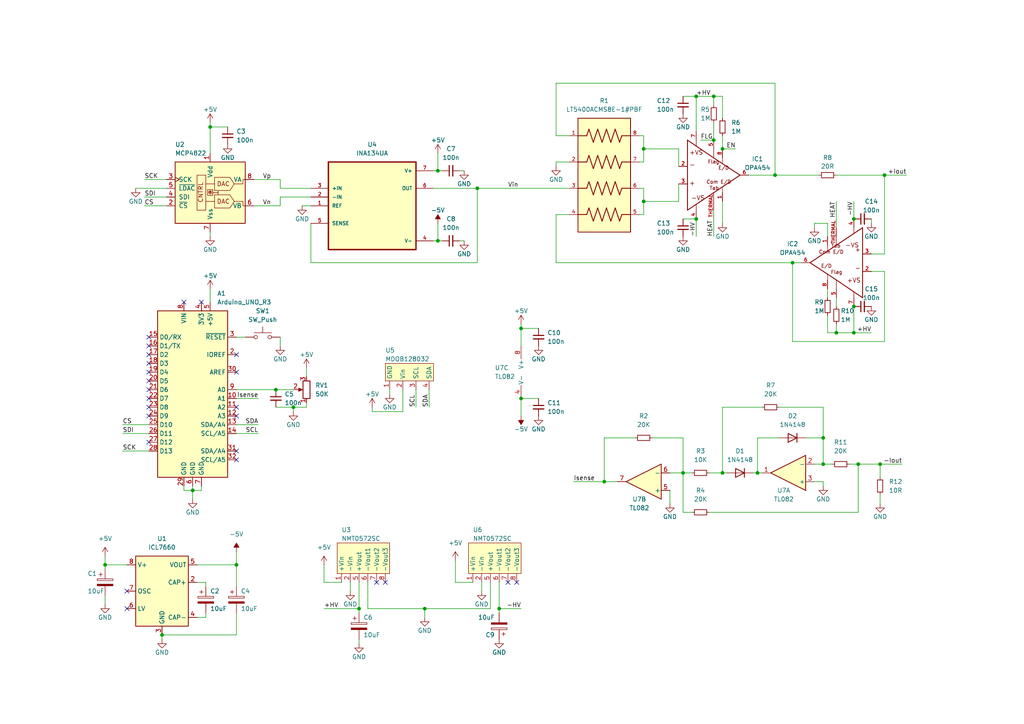
<source format=kicad_sch>
(kicad_sch (version 20211123) (generator eeschema)

  (uuid e63e39d7-6ac0-4ffd-8aa3-1841a4541b55)

  (paper "A4")

  (title_block
    (title "Programmable Constant Current Stimulator")
    (date "2023-04-09")
    (rev "1.0")
    (company "RehabExo Pty Ltd")
    (comment 1 "Dr Monzurul Alam")
  )

  (lib_symbols
    (symbol "Amplifier_Operational:TL082" (pin_names (offset 0.127)) (in_bom yes) (on_board yes)
      (property "Reference" "U" (id 0) (at 0 5.08 0)
        (effects (font (size 1.27 1.27)) (justify left))
      )
      (property "Value" "TL082" (id 1) (at 0 -5.08 0)
        (effects (font (size 1.27 1.27)) (justify left))
      )
      (property "Footprint" "" (id 2) (at 0 0 0)
        (effects (font (size 1.27 1.27)) hide)
      )
      (property "Datasheet" "http://www.ti.com/lit/ds/symlink/tl081.pdf" (id 3) (at 0 0 0)
        (effects (font (size 1.27 1.27)) hide)
      )
      (property "ki_locked" "" (id 4) (at 0 0 0)
        (effects (font (size 1.27 1.27)))
      )
      (property "ki_keywords" "dual opamp" (id 5) (at 0 0 0)
        (effects (font (size 1.27 1.27)) hide)
      )
      (property "ki_description" "Dual JFET-Input Operational Amplifiers, DIP-8/SOIC-8/SSOP-8" (id 6) (at 0 0 0)
        (effects (font (size 1.27 1.27)) hide)
      )
      (property "ki_fp_filters" "SOIC*3.9x4.9mm*P1.27mm* DIP*W7.62mm* TO*99* OnSemi*Micro8* TSSOP*3x3mm*P0.65mm* TSSOP*4.4x3mm*P0.65mm* MSOP*3x3mm*P0.65mm* SSOP*3.9x4.9mm*P0.635mm* LFCSP*2x2mm*P0.5mm* *SIP* SOIC*5.3x6.2mm*P1.27mm*" (id 7) (at 0 0 0)
        (effects (font (size 1.27 1.27)) hide)
      )
      (symbol "TL082_1_1"
        (polyline
          (pts
            (xy -5.08 5.08)
            (xy 5.08 0)
            (xy -5.08 -5.08)
            (xy -5.08 5.08)
          )
          (stroke (width 0.254) (type default) (color 0 0 0 0))
          (fill (type background))
        )
        (pin output line (at 7.62 0 180) (length 2.54)
          (name "~" (effects (font (size 1.27 1.27))))
          (number "1" (effects (font (size 1.27 1.27))))
        )
        (pin input line (at -7.62 -2.54 0) (length 2.54)
          (name "-" (effects (font (size 1.27 1.27))))
          (number "2" (effects (font (size 1.27 1.27))))
        )
        (pin input line (at -7.62 2.54 0) (length 2.54)
          (name "+" (effects (font (size 1.27 1.27))))
          (number "3" (effects (font (size 1.27 1.27))))
        )
      )
      (symbol "TL082_2_1"
        (polyline
          (pts
            (xy -5.08 5.08)
            (xy 5.08 0)
            (xy -5.08 -5.08)
            (xy -5.08 5.08)
          )
          (stroke (width 0.254) (type default) (color 0 0 0 0))
          (fill (type background))
        )
        (pin input line (at -7.62 2.54 0) (length 2.54)
          (name "+" (effects (font (size 1.27 1.27))))
          (number "5" (effects (font (size 1.27 1.27))))
        )
        (pin input line (at -7.62 -2.54 0) (length 2.54)
          (name "-" (effects (font (size 1.27 1.27))))
          (number "6" (effects (font (size 1.27 1.27))))
        )
        (pin output line (at 7.62 0 180) (length 2.54)
          (name "~" (effects (font (size 1.27 1.27))))
          (number "7" (effects (font (size 1.27 1.27))))
        )
      )
      (symbol "TL082_3_1"
        (pin power_in line (at -2.54 -7.62 90) (length 3.81)
          (name "V-" (effects (font (size 1.27 1.27))))
          (number "4" (effects (font (size 1.27 1.27))))
        )
        (pin power_in line (at -2.54 7.62 270) (length 3.81)
          (name "V+" (effects (font (size 1.27 1.27))))
          (number "8" (effects (font (size 1.27 1.27))))
        )
      )
    )
    (symbol "Analog_DAC:MCP4822" (pin_names (offset 1.016)) (in_bom yes) (on_board yes)
      (property "Reference" "U" (id 0) (at -2.54 10.795 0)
        (effects (font (size 1.27 1.27)) (justify right))
      )
      (property "Value" "MCP4822" (id 1) (at -2.54 8.89 0)
        (effects (font (size 1.27 1.27)) (justify right))
      )
      (property "Footprint" "" (id 2) (at 20.32 -7.62 0)
        (effects (font (size 1.27 1.27)) hide)
      )
      (property "Datasheet" "http://ww1.microchip.com/downloads/en/DeviceDoc/20002249B.pdf" (id 3) (at 20.32 -7.62 0)
        (effects (font (size 1.27 1.27)) hide)
      )
      (property "ki_keywords" "12-Bit DAC SPI Reference 2ch" (id 4) (at 0 0 0)
        (effects (font (size 1.27 1.27)) hide)
      )
      (property "ki_description" "2-Channel 12-Bit D/A Converters with SPI Interface and Internal Reference (2.048V)" (id 5) (at 0 0 0)
        (effects (font (size 1.27 1.27)) hide)
      )
      (property "ki_fp_filters" "DIP*W7.62mm* SOIC*3.9x4.9mm*P1.27mm* MSOP*3x3mm*P0.65mm*" (id 6) (at 0 0 0)
        (effects (font (size 1.27 1.27)) hide)
      )
      (symbol "MCP4822_0_0"
        (polyline
          (pts
            (xy 0 -1.778)
            (xy 0 -0.635)
          )
          (stroke (width 0) (type default) (color 0 0 0 0))
          (fill (type none))
        )
        (polyline
          (pts
            (xy 0.381 -0.889)
            (xy 0.508 -0.762)
          )
          (stroke (width 0) (type default) (color 0 0 0 0))
          (fill (type none))
        )
        (polyline
          (pts
            (xy 2.286 -1.143)
            (xy 2.286 -1.905)
          )
          (stroke (width 0) (type default) (color 0 0 0 0))
          (fill (type none))
        )
        (polyline
          (pts
            (xy 0.381 -0.889)
            (xy -0.381 -0.889)
            (xy -0.508 -1.016)
          )
          (stroke (width 0) (type default) (color 0 0 0 0))
          (fill (type none))
        )
        (polyline
          (pts
            (xy 0.762 -1.27)
            (xy 2.286 -1.27)
            (xy 2.286 -0.762)
          )
          (stroke (width 0) (type default) (color 0 0 0 0))
          (fill (type none))
        )
        (polyline
          (pts
            (xy 0 -0.889)
            (xy 0.508 -1.397)
            (xy -0.508 -1.397)
            (xy 0 -0.889)
          )
          (stroke (width 0) (type default) (color 0 0 0 0))
          (fill (type none))
        )
        (polyline
          (pts
            (xy 6.985 -3.81)
            (xy 9.525 -3.81)
            (xy 9.525 -5.08)
            (xy 10.16 -5.08)
          )
          (stroke (width 0) (type default) (color 0 0 0 0))
          (fill (type none))
        )
        (polyline
          (pts
            (xy 6.985 1.27)
            (xy 9.525 1.27)
            (xy 9.525 2.54)
            (xy 10.16 2.54)
          )
          (stroke (width 0) (type default) (color 0 0 0 0))
          (fill (type none))
        )
        (rectangle (start 0.762 -0.381) (end -0.762 -2.032)
          (stroke (width 0) (type default) (color 0 0 0 0))
          (fill (type none))
        )
        (text "CNTRL" (at -2.032 -4.191 900)
          (effects (font (size 1.27 1.27)) (justify left bottom))
        )
        (text "DAC" (at 3.81 -3.81 0)
          (effects (font (size 1.27 1.27)))
        )
        (text "DAC" (at 3.81 1.27 0)
          (effects (font (size 1.27 1.27)))
        )
      )
      (symbol "MCP4822_0_1"
        (rectangle (start -10.16 7.62) (end 10.16 -10.16)
          (stroke (width 0.254) (type default) (color 0 0 0 0))
          (fill (type background))
        )
        (rectangle (start -1.27 -6.35) (end -3.81 3.81)
          (stroke (width 0) (type default) (color 0 0 0 0))
          (fill (type none))
        )
        (polyline
          (pts
            (xy 1.27 -3.81)
            (xy -1.27 -3.81)
          )
          (stroke (width 0) (type default) (color 0 0 0 0))
          (fill (type none))
        )
        (polyline
          (pts
            (xy 1.27 1.27)
            (xy -1.27 1.27)
          )
          (stroke (width 0) (type default) (color 0 0 0 0))
          (fill (type none))
        )
        (polyline
          (pts
            (xy 6.985 -3.81)
            (xy 5.715 -1.905)
            (xy 1.27 -1.905)
            (xy 1.27 -5.715)
            (xy 5.715 -5.715)
            (xy 6.985 -3.81)
          )
          (stroke (width 0) (type default) (color 0 0 0 0))
          (fill (type none))
        )
        (polyline
          (pts
            (xy 6.985 1.27)
            (xy 5.715 3.175)
            (xy 1.27 3.175)
            (xy 1.27 -0.635)
            (xy 5.715 -0.635)
            (xy 6.985 1.27)
          )
          (stroke (width 0) (type default) (color 0 0 0 0))
          (fill (type none))
        )
      )
      (symbol "MCP4822_1_1"
        (pin power_in line (at 0 10.16 270) (length 2.54)
          (name "Vdd" (effects (font (size 1.27 1.27))))
          (number "1" (effects (font (size 1.27 1.27))))
        )
        (pin input line (at -12.7 -5.08 0) (length 2.54)
          (name "~{CS}" (effects (font (size 1.27 1.27))))
          (number "2" (effects (font (size 1.27 1.27))))
        )
        (pin input clock (at -12.7 2.54 0) (length 2.54)
          (name "SCK" (effects (font (size 1.27 1.27))))
          (number "3" (effects (font (size 1.27 1.27))))
        )
        (pin input line (at -12.7 -2.54 0) (length 2.54)
          (name "SDI" (effects (font (size 1.27 1.27))))
          (number "4" (effects (font (size 1.27 1.27))))
        )
        (pin input line (at -12.7 0 0) (length 2.54)
          (name "~{LDAC}" (effects (font (size 1.27 1.27))))
          (number "5" (effects (font (size 1.27 1.27))))
        )
        (pin output line (at 12.7 -5.08 180) (length 2.54)
          (name "VB" (effects (font (size 1.27 1.27))))
          (number "6" (effects (font (size 1.27 1.27))))
        )
        (pin power_in line (at 0 -12.7 90) (length 2.54)
          (name "Vss" (effects (font (size 1.27 1.27))))
          (number "7" (effects (font (size 1.27 1.27))))
        )
        (pin output line (at 12.7 2.54 180) (length 2.54)
          (name "VA" (effects (font (size 1.27 1.27))))
          (number "8" (effects (font (size 1.27 1.27))))
        )
      )
    )
    (symbol "Custom_Library:MDOB128032" (in_bom yes) (on_board yes)
      (property "Reference" "U" (id 0) (at 0 7.62 0)
        (effects (font (size 1.27 1.27)))
      )
      (property "Value" "MDOB128032" (id 1) (at 0 5.08 0)
        (effects (font (size 1.27 1.27)))
      )
      (property "Footprint" "" (id 2) (at -1.27 1.27 0)
        (effects (font (size 1.27 1.27)) hide)
      )
      (property "Datasheet" "" (id 3) (at -1.27 1.27 0)
        (effects (font (size 1.27 1.27)) hide)
      )
      (symbol "MDOB128032_0_1"
        (rectangle (start -6.35 3.81) (end -6.35 3.81)
          (stroke (width 0) (type default) (color 0 0 0 0))
          (fill (type none))
        )
        (rectangle (start 6.35 -1.27) (end -7.62 3.81)
          (stroke (width 0) (type default) (color 0 0 0 0))
          (fill (type background))
        )
      )
      (symbol "MDOB128032_1_1"
        (pin passive line (at -6.35 -3.81 90) (length 2.54)
          (name "GND" (effects (font (size 1.27 1.27))))
          (number "1" (effects (font (size 1.27 1.27))))
        )
        (pin power_in line (at -2.54 -3.81 90) (length 2.54)
          (name "Vin" (effects (font (size 1.27 1.27))))
          (number "2" (effects (font (size 1.27 1.27))))
        )
        (pin input line (at 1.27 -3.81 90) (length 2.54)
          (name "SCL" (effects (font (size 1.27 1.27))))
          (number "3" (effects (font (size 1.27 1.27))))
        )
        (pin input line (at 5.08 -3.81 90) (length 2.54)
          (name "SDA" (effects (font (size 1.27 1.27))))
          (number "4" (effects (font (size 1.27 1.27))))
        )
      )
    )
    (symbol "Custom_Library:NMT0572SC" (in_bom yes) (on_board yes)
      (property "Reference" "U" (id 0) (at -7.62 7.62 0)
        (effects (font (size 1.27 1.27)))
      )
      (property "Value" "NMT0572SC" (id 1) (at 2.54 7.62 0)
        (effects (font (size 1.27 1.27)))
      )
      (property "Footprint" "" (id 2) (at -1.27 -7.62 0)
        (effects (font (size 1.27 1.27)) hide)
      )
      (property "Datasheet" "" (id 3) (at -1.27 -7.62 0)
        (effects (font (size 1.27 1.27)) hide)
      )
      (symbol "NMT0572SC_0_1"
        (rectangle (start -7.62 6.35) (end 7.62 -2.54)
          (stroke (width 0) (type default) (color 0 0 0 0))
          (fill (type background))
        )
      )
      (symbol "NMT0572SC_1_1"
        (pin power_in line (at -6.35 -5.08 90) (length 2.54)
          (name "+Vin" (effects (font (size 1.27 1.27))))
          (number "1" (effects (font (size 1.27 1.27))))
        )
        (pin power_in line (at -3.81 -5.08 90) (length 2.54)
          (name "-Vin" (effects (font (size 1.27 1.27))))
          (number "2" (effects (font (size 1.27 1.27))))
        )
        (pin power_out line (at -1.27 -5.08 90) (length 2.54)
          (name "+Vout" (effects (font (size 1.27 1.27))))
          (number "5" (effects (font (size 1.27 1.27))))
        )
        (pin power_out line (at 1.27 -5.08 90) (length 2.54)
          (name "-Vout1" (effects (font (size 1.27 1.27))))
          (number "6" (effects (font (size 1.27 1.27))))
        )
        (pin power_out line (at 3.81 -5.08 90) (length 2.54)
          (name "-Vout2" (effects (font (size 1.27 1.27))))
          (number "7" (effects (font (size 1.27 1.27))))
        )
        (pin power_out line (at 6.35 -5.08 90) (length 2.54)
          (name "-Vout3" (effects (font (size 1.27 1.27))))
          (number "8" (effects (font (size 1.27 1.27))))
        )
      )
    )
    (symbol "Device:C_Polarized" (pin_numbers hide) (pin_names (offset 0.254)) (in_bom yes) (on_board yes)
      (property "Reference" "C" (id 0) (at 0.635 2.54 0)
        (effects (font (size 1.27 1.27)) (justify left))
      )
      (property "Value" "C_Polarized" (id 1) (at 0.635 -2.54 0)
        (effects (font (size 1.27 1.27)) (justify left))
      )
      (property "Footprint" "" (id 2) (at 0.9652 -3.81 0)
        (effects (font (size 1.27 1.27)) hide)
      )
      (property "Datasheet" "~" (id 3) (at 0 0 0)
        (effects (font (size 1.27 1.27)) hide)
      )
      (property "ki_keywords" "cap capacitor" (id 4) (at 0 0 0)
        (effects (font (size 1.27 1.27)) hide)
      )
      (property "ki_description" "Polarized capacitor" (id 5) (at 0 0 0)
        (effects (font (size 1.27 1.27)) hide)
      )
      (property "ki_fp_filters" "CP_*" (id 6) (at 0 0 0)
        (effects (font (size 1.27 1.27)) hide)
      )
      (symbol "C_Polarized_0_1"
        (rectangle (start -2.286 0.508) (end 2.286 1.016)
          (stroke (width 0) (type default) (color 0 0 0 0))
          (fill (type none))
        )
        (polyline
          (pts
            (xy -1.778 2.286)
            (xy -0.762 2.286)
          )
          (stroke (width 0) (type default) (color 0 0 0 0))
          (fill (type none))
        )
        (polyline
          (pts
            (xy -1.27 2.794)
            (xy -1.27 1.778)
          )
          (stroke (width 0) (type default) (color 0 0 0 0))
          (fill (type none))
        )
        (rectangle (start 2.286 -0.508) (end -2.286 -1.016)
          (stroke (width 0) (type default) (color 0 0 0 0))
          (fill (type outline))
        )
      )
      (symbol "C_Polarized_1_1"
        (pin passive line (at 0 3.81 270) (length 2.794)
          (name "~" (effects (font (size 1.27 1.27))))
          (number "1" (effects (font (size 1.27 1.27))))
        )
        (pin passive line (at 0 -3.81 90) (length 2.794)
          (name "~" (effects (font (size 1.27 1.27))))
          (number "2" (effects (font (size 1.27 1.27))))
        )
      )
    )
    (symbol "Device:C_Small" (pin_numbers hide) (pin_names (offset 0.254) hide) (in_bom yes) (on_board yes)
      (property "Reference" "C" (id 0) (at 0.254 1.778 0)
        (effects (font (size 1.27 1.27)) (justify left))
      )
      (property "Value" "C_Small" (id 1) (at 0.254 -2.032 0)
        (effects (font (size 1.27 1.27)) (justify left))
      )
      (property "Footprint" "" (id 2) (at 0 0 0)
        (effects (font (size 1.27 1.27)) hide)
      )
      (property "Datasheet" "~" (id 3) (at 0 0 0)
        (effects (font (size 1.27 1.27)) hide)
      )
      (property "ki_keywords" "capacitor cap" (id 4) (at 0 0 0)
        (effects (font (size 1.27 1.27)) hide)
      )
      (property "ki_description" "Unpolarized capacitor, small symbol" (id 5) (at 0 0 0)
        (effects (font (size 1.27 1.27)) hide)
      )
      (property "ki_fp_filters" "C_*" (id 6) (at 0 0 0)
        (effects (font (size 1.27 1.27)) hide)
      )
      (symbol "C_Small_0_1"
        (polyline
          (pts
            (xy -1.524 -0.508)
            (xy 1.524 -0.508)
          )
          (stroke (width 0.3302) (type default) (color 0 0 0 0))
          (fill (type none))
        )
        (polyline
          (pts
            (xy -1.524 0.508)
            (xy 1.524 0.508)
          )
          (stroke (width 0.3048) (type default) (color 0 0 0 0))
          (fill (type none))
        )
      )
      (symbol "C_Small_1_1"
        (pin passive line (at 0 2.54 270) (length 2.032)
          (name "~" (effects (font (size 1.27 1.27))))
          (number "1" (effects (font (size 1.27 1.27))))
        )
        (pin passive line (at 0 -2.54 90) (length 2.032)
          (name "~" (effects (font (size 1.27 1.27))))
          (number "2" (effects (font (size 1.27 1.27))))
        )
      )
    )
    (symbol "Device:R_Potentiometer" (pin_names (offset 1.016) hide) (in_bom yes) (on_board yes)
      (property "Reference" "RV" (id 0) (at -4.445 0 90)
        (effects (font (size 1.27 1.27)))
      )
      (property "Value" "R_Potentiometer" (id 1) (at -2.54 0 90)
        (effects (font (size 1.27 1.27)))
      )
      (property "Footprint" "" (id 2) (at 0 0 0)
        (effects (font (size 1.27 1.27)) hide)
      )
      (property "Datasheet" "~" (id 3) (at 0 0 0)
        (effects (font (size 1.27 1.27)) hide)
      )
      (property "ki_keywords" "resistor variable" (id 4) (at 0 0 0)
        (effects (font (size 1.27 1.27)) hide)
      )
      (property "ki_description" "Potentiometer" (id 5) (at 0 0 0)
        (effects (font (size 1.27 1.27)) hide)
      )
      (property "ki_fp_filters" "Potentiometer*" (id 6) (at 0 0 0)
        (effects (font (size 1.27 1.27)) hide)
      )
      (symbol "R_Potentiometer_0_1"
        (polyline
          (pts
            (xy 2.54 0)
            (xy 1.524 0)
          )
          (stroke (width 0) (type default) (color 0 0 0 0))
          (fill (type none))
        )
        (polyline
          (pts
            (xy 1.143 0)
            (xy 2.286 0.508)
            (xy 2.286 -0.508)
            (xy 1.143 0)
          )
          (stroke (width 0) (type default) (color 0 0 0 0))
          (fill (type outline))
        )
        (rectangle (start 1.016 2.54) (end -1.016 -2.54)
          (stroke (width 0.254) (type default) (color 0 0 0 0))
          (fill (type none))
        )
      )
      (symbol "R_Potentiometer_1_1"
        (pin passive line (at 0 3.81 270) (length 1.27)
          (name "1" (effects (font (size 1.27 1.27))))
          (number "1" (effects (font (size 1.27 1.27))))
        )
        (pin passive line (at 3.81 0 180) (length 1.27)
          (name "2" (effects (font (size 1.27 1.27))))
          (number "2" (effects (font (size 1.27 1.27))))
        )
        (pin passive line (at 0 -3.81 90) (length 1.27)
          (name "3" (effects (font (size 1.27 1.27))))
          (number "3" (effects (font (size 1.27 1.27))))
        )
      )
    )
    (symbol "Device:R_Small" (pin_numbers hide) (pin_names (offset 0.254) hide) (in_bom yes) (on_board yes)
      (property "Reference" "R" (id 0) (at 0.762 0.508 0)
        (effects (font (size 1.27 1.27)) (justify left))
      )
      (property "Value" "R_Small" (id 1) (at 0.762 -1.016 0)
        (effects (font (size 1.27 1.27)) (justify left))
      )
      (property "Footprint" "" (id 2) (at 0 0 0)
        (effects (font (size 1.27 1.27)) hide)
      )
      (property "Datasheet" "~" (id 3) (at 0 0 0)
        (effects (font (size 1.27 1.27)) hide)
      )
      (property "ki_keywords" "R resistor" (id 4) (at 0 0 0)
        (effects (font (size 1.27 1.27)) hide)
      )
      (property "ki_description" "Resistor, small symbol" (id 5) (at 0 0 0)
        (effects (font (size 1.27 1.27)) hide)
      )
      (property "ki_fp_filters" "R_*" (id 6) (at 0 0 0)
        (effects (font (size 1.27 1.27)) hide)
      )
      (symbol "R_Small_0_1"
        (rectangle (start -0.762 1.778) (end 0.762 -1.778)
          (stroke (width 0.2032) (type default) (color 0 0 0 0))
          (fill (type none))
        )
      )
      (symbol "R_Small_1_1"
        (pin passive line (at 0 2.54 270) (length 0.762)
          (name "~" (effects (font (size 1.27 1.27))))
          (number "1" (effects (font (size 1.27 1.27))))
        )
        (pin passive line (at 0 -2.54 90) (length 0.762)
          (name "~" (effects (font (size 1.27 1.27))))
          (number "2" (effects (font (size 1.27 1.27))))
        )
      )
    )
    (symbol "Diode:1N4148" (pin_numbers hide) (pin_names (offset 1.016) hide) (in_bom yes) (on_board yes)
      (property "Reference" "D" (id 0) (at 0 2.54 0)
        (effects (font (size 1.27 1.27)))
      )
      (property "Value" "1N4148" (id 1) (at 0 -2.54 0)
        (effects (font (size 1.27 1.27)))
      )
      (property "Footprint" "Diode_THT:D_DO-35_SOD27_P7.62mm_Horizontal" (id 2) (at 0 -4.445 0)
        (effects (font (size 1.27 1.27)) hide)
      )
      (property "Datasheet" "https://assets.nexperia.com/documents/data-sheet/1N4148_1N4448.pdf" (id 3) (at 0 0 0)
        (effects (font (size 1.27 1.27)) hide)
      )
      (property "ki_keywords" "diode" (id 4) (at 0 0 0)
        (effects (font (size 1.27 1.27)) hide)
      )
      (property "ki_description" "100V 0.15A standard switching diode, DO-35" (id 5) (at 0 0 0)
        (effects (font (size 1.27 1.27)) hide)
      )
      (property "ki_fp_filters" "D*DO?35*" (id 6) (at 0 0 0)
        (effects (font (size 1.27 1.27)) hide)
      )
      (symbol "1N4148_0_1"
        (polyline
          (pts
            (xy -1.27 1.27)
            (xy -1.27 -1.27)
          )
          (stroke (width 0.254) (type default) (color 0 0 0 0))
          (fill (type none))
        )
        (polyline
          (pts
            (xy 1.27 0)
            (xy -1.27 0)
          )
          (stroke (width 0) (type default) (color 0 0 0 0))
          (fill (type none))
        )
        (polyline
          (pts
            (xy 1.27 1.27)
            (xy 1.27 -1.27)
            (xy -1.27 0)
            (xy 1.27 1.27)
          )
          (stroke (width 0.254) (type default) (color 0 0 0 0))
          (fill (type none))
        )
      )
      (symbol "1N4148_1_1"
        (pin passive line (at -3.81 0 0) (length 2.54)
          (name "K" (effects (font (size 1.27 1.27))))
          (number "1" (effects (font (size 1.27 1.27))))
        )
        (pin passive line (at 3.81 0 180) (length 2.54)
          (name "A" (effects (font (size 1.27 1.27))))
          (number "2" (effects (font (size 1.27 1.27))))
        )
      )
    )
    (symbol "INA134UA:INA134UA" (pin_names (offset 1.016)) (in_bom yes) (on_board yes)
      (property "Reference" "U" (id 0) (at -12.7 13.7 0)
        (effects (font (size 1.27 1.27)) (justify left bottom))
      )
      (property "Value" "INA134UA" (id 1) (at -12.7 -16.7 0)
        (effects (font (size 1.27 1.27)) (justify left bottom))
      )
      (property "Footprint" "SOIC127P599X175-8N" (id 2) (at 0 0 0)
        (effects (font (size 1.27 1.27)) (justify bottom) hide)
      )
      (property "Datasheet" "" (id 3) (at 0 0 0)
        (effects (font (size 1.27 1.27)) hide)
      )
      (symbol "INA134UA_0_0"
        (rectangle (start -12.7 -12.7) (end 12.7 12.7)
          (stroke (width 0.41) (type default) (color 0 0 0 0))
          (fill (type background))
        )
        (pin input line (at -17.78 0 0) (length 5.08)
          (name "REF" (effects (font (size 1.016 1.016))))
          (number "1" (effects (font (size 1.016 1.016))))
        )
        (pin input line (at -17.78 2.54 0) (length 5.08)
          (name "-IN" (effects (font (size 1.016 1.016))))
          (number "2" (effects (font (size 1.016 1.016))))
        )
        (pin input line (at -17.78 5.08 0) (length 5.08)
          (name "+IN" (effects (font (size 1.016 1.016))))
          (number "3" (effects (font (size 1.016 1.016))))
        )
        (pin power_in line (at 17.78 -10.16 180) (length 5.08)
          (name "V-" (effects (font (size 1.016 1.016))))
          (number "4" (effects (font (size 1.016 1.016))))
        )
        (pin bidirectional line (at -17.78 -5.08 0) (length 5.08)
          (name "SENSE" (effects (font (size 1.016 1.016))))
          (number "5" (effects (font (size 1.016 1.016))))
        )
        (pin output line (at 17.78 5.08 180) (length 5.08)
          (name "OUT" (effects (font (size 1.016 1.016))))
          (number "6" (effects (font (size 1.016 1.016))))
        )
        (pin power_in line (at 17.78 10.16 180) (length 5.08)
          (name "V+" (effects (font (size 1.016 1.016))))
          (number "7" (effects (font (size 1.016 1.016))))
        )
      )
    )
    (symbol "LT5400ACMS8E-1_PBF:LT5400ACMS8E-1#PBF" (pin_names (offset 1.016)) (in_bom yes) (on_board yes)
      (property "Reference" "R" (id 0) (at -7.62 16.51 0)
        (effects (font (size 1.27 1.27)) (justify left bottom))
      )
      (property "Value" "LT5400ACMS8E-1#PBF" (id 1) (at -7.62 -21.59 0)
        (effects (font (size 1.27 1.27)) (justify left bottom))
      )
      (property "Footprint" "SOP65P490X110-9N" (id 2) (at 0 0 0)
        (effects (font (size 1.27 1.27)) (justify bottom) hide)
      )
      (property "Datasheet" "" (id 3) (at 0 0 0)
        (effects (font (size 1.27 1.27)) hide)
      )
      (property "STANDARD" "IPC 7351B" (id 4) (at 0 0 0)
        (effects (font (size 1.27 1.27)) (justify bottom) hide)
      )
      (property "MANUFACTURER" "Linear Technology" (id 5) (at 0 0 0)
        (effects (font (size 1.27 1.27)) (justify bottom) hide)
      )
      (property "MAXIMUM_PACKAGE_HEIGHT" "1.1 mm" (id 6) (at 0 0 0)
        (effects (font (size 1.27 1.27)) (justify bottom) hide)
      )
      (property "PARTREV" "I" (id 7) (at 0 0 0)
        (effects (font (size 1.27 1.27)) (justify bottom) hide)
      )
      (symbol "LT5400ACMS8E-1#PBF_0_0"
        (rectangle (start -7.62 -17.78) (end 7.62 15.24)
          (stroke (width 0.254) (type default) (color 0 0 0 0))
          (fill (type background))
        )
        (polyline
          (pts
            (xy -5.08 -12.7)
            (xy -7.62 -12.7)
          )
          (stroke (width 0.254) (type default) (color 0 0 0 0))
          (fill (type none))
        )
        (polyline
          (pts
            (xy -5.08 -12.7)
            (xy -4.445 -10.795)
          )
          (stroke (width 0.254) (type default) (color 0 0 0 0))
          (fill (type none))
        )
        (polyline
          (pts
            (xy -5.08 -5.08)
            (xy -7.62 -5.08)
          )
          (stroke (width 0.254) (type default) (color 0 0 0 0))
          (fill (type none))
        )
        (polyline
          (pts
            (xy -5.08 -5.08)
            (xy -4.445 -3.175)
          )
          (stroke (width 0.254) (type default) (color 0 0 0 0))
          (fill (type none))
        )
        (polyline
          (pts
            (xy -5.08 2.54)
            (xy -7.62 2.54)
          )
          (stroke (width 0.254) (type default) (color 0 0 0 0))
          (fill (type none))
        )
        (polyline
          (pts
            (xy -5.08 2.54)
            (xy -4.445 4.445)
          )
          (stroke (width 0.254) (type default) (color 0 0 0 0))
          (fill (type none))
        )
        (polyline
          (pts
            (xy -5.08 10.16)
            (xy -7.62 10.16)
          )
          (stroke (width 0.254) (type default) (color 0 0 0 0))
          (fill (type none))
        )
        (polyline
          (pts
            (xy -5.08 10.16)
            (xy -4.445 12.065)
          )
          (stroke (width 0.254) (type default) (color 0 0 0 0))
          (fill (type none))
        )
        (polyline
          (pts
            (xy -4.445 -10.795)
            (xy -3.175 -14.605)
          )
          (stroke (width 0.254) (type default) (color 0 0 0 0))
          (fill (type none))
        )
        (polyline
          (pts
            (xy -4.445 -3.175)
            (xy -3.175 -6.985)
          )
          (stroke (width 0.254) (type default) (color 0 0 0 0))
          (fill (type none))
        )
        (polyline
          (pts
            (xy -4.445 4.445)
            (xy -3.175 0.635)
          )
          (stroke (width 0.254) (type default) (color 0 0 0 0))
          (fill (type none))
        )
        (polyline
          (pts
            (xy -4.445 12.065)
            (xy -3.175 8.255)
          )
          (stroke (width 0.254) (type default) (color 0 0 0 0))
          (fill (type none))
        )
        (polyline
          (pts
            (xy -3.175 -14.605)
            (xy -1.905 -10.795)
          )
          (stroke (width 0.254) (type default) (color 0 0 0 0))
          (fill (type none))
        )
        (polyline
          (pts
            (xy -3.175 -6.985)
            (xy -1.905 -3.175)
          )
          (stroke (width 0.254) (type default) (color 0 0 0 0))
          (fill (type none))
        )
        (polyline
          (pts
            (xy -3.175 0.635)
            (xy -1.905 4.445)
          )
          (stroke (width 0.254) (type default) (color 0 0 0 0))
          (fill (type none))
        )
        (polyline
          (pts
            (xy -3.175 8.255)
            (xy -1.905 12.065)
          )
          (stroke (width 0.254) (type default) (color 0 0 0 0))
          (fill (type none))
        )
        (polyline
          (pts
            (xy -1.905 -10.795)
            (xy -0.635 -14.605)
          )
          (stroke (width 0.254) (type default) (color 0 0 0 0))
          (fill (type none))
        )
        (polyline
          (pts
            (xy -1.905 -3.175)
            (xy -0.635 -6.985)
          )
          (stroke (width 0.254) (type default) (color 0 0 0 0))
          (fill (type none))
        )
        (polyline
          (pts
            (xy -1.905 4.445)
            (xy -0.635 0.635)
          )
          (stroke (width 0.254) (type default) (color 0 0 0 0))
          (fill (type none))
        )
        (polyline
          (pts
            (xy -1.905 12.065)
            (xy -0.635 8.255)
          )
          (stroke (width 0.254) (type default) (color 0 0 0 0))
          (fill (type none))
        )
        (polyline
          (pts
            (xy -0.635 -14.605)
            (xy 0.635 -10.795)
          )
          (stroke (width 0.254) (type default) (color 0 0 0 0))
          (fill (type none))
        )
        (polyline
          (pts
            (xy -0.635 -6.985)
            (xy 0.635 -3.175)
          )
          (stroke (width 0.254) (type default) (color 0 0 0 0))
          (fill (type none))
        )
        (polyline
          (pts
            (xy -0.635 0.635)
            (xy 0.635 4.445)
          )
          (stroke (width 0.254) (type default) (color 0 0 0 0))
          (fill (type none))
        )
        (polyline
          (pts
            (xy -0.635 8.255)
            (xy 0.635 12.065)
          )
          (stroke (width 0.254) (type default) (color 0 0 0 0))
          (fill (type none))
        )
        (polyline
          (pts
            (xy 0.635 -10.795)
            (xy 1.905 -14.605)
          )
          (stroke (width 0.254) (type default) (color 0 0 0 0))
          (fill (type none))
        )
        (polyline
          (pts
            (xy 0.635 -3.175)
            (xy 1.905 -6.985)
          )
          (stroke (width 0.254) (type default) (color 0 0 0 0))
          (fill (type none))
        )
        (polyline
          (pts
            (xy 0.635 4.445)
            (xy 1.905 0.635)
          )
          (stroke (width 0.254) (type default) (color 0 0 0 0))
          (fill (type none))
        )
        (polyline
          (pts
            (xy 0.635 12.065)
            (xy 1.905 8.255)
          )
          (stroke (width 0.254) (type default) (color 0 0 0 0))
          (fill (type none))
        )
        (polyline
          (pts
            (xy 1.905 -14.605)
            (xy 3.175 -10.795)
          )
          (stroke (width 0.254) (type default) (color 0 0 0 0))
          (fill (type none))
        )
        (polyline
          (pts
            (xy 1.905 -6.985)
            (xy 3.175 -3.175)
          )
          (stroke (width 0.254) (type default) (color 0 0 0 0))
          (fill (type none))
        )
        (polyline
          (pts
            (xy 1.905 0.635)
            (xy 3.175 4.445)
          )
          (stroke (width 0.254) (type default) (color 0 0 0 0))
          (fill (type none))
        )
        (polyline
          (pts
            (xy 1.905 8.255)
            (xy 3.175 12.065)
          )
          (stroke (width 0.254) (type default) (color 0 0 0 0))
          (fill (type none))
        )
        (polyline
          (pts
            (xy 3.175 -10.795)
            (xy 4.445 -14.605)
          )
          (stroke (width 0.254) (type default) (color 0 0 0 0))
          (fill (type none))
        )
        (polyline
          (pts
            (xy 3.175 -3.175)
            (xy 4.445 -6.985)
          )
          (stroke (width 0.254) (type default) (color 0 0 0 0))
          (fill (type none))
        )
        (polyline
          (pts
            (xy 3.175 4.445)
            (xy 4.445 0.635)
          )
          (stroke (width 0.254) (type default) (color 0 0 0 0))
          (fill (type none))
        )
        (polyline
          (pts
            (xy 3.175 12.065)
            (xy 4.445 8.255)
          )
          (stroke (width 0.254) (type default) (color 0 0 0 0))
          (fill (type none))
        )
        (polyline
          (pts
            (xy 4.445 -14.605)
            (xy 5.08 -12.7)
          )
          (stroke (width 0.254) (type default) (color 0 0 0 0))
          (fill (type none))
        )
        (polyline
          (pts
            (xy 4.445 -6.985)
            (xy 5.08 -5.08)
          )
          (stroke (width 0.254) (type default) (color 0 0 0 0))
          (fill (type none))
        )
        (polyline
          (pts
            (xy 4.445 0.635)
            (xy 5.08 2.54)
          )
          (stroke (width 0.254) (type default) (color 0 0 0 0))
          (fill (type none))
        )
        (polyline
          (pts
            (xy 4.445 8.255)
            (xy 5.08 10.16)
          )
          (stroke (width 0.254) (type default) (color 0 0 0 0))
          (fill (type none))
        )
        (polyline
          (pts
            (xy 5.08 -12.7)
            (xy 7.62 -12.7)
          )
          (stroke (width 0.254) (type default) (color 0 0 0 0))
          (fill (type none))
        )
        (polyline
          (pts
            (xy 5.08 -5.08)
            (xy 7.62 -5.08)
          )
          (stroke (width 0.254) (type default) (color 0 0 0 0))
          (fill (type none))
        )
        (polyline
          (pts
            (xy 5.08 2.54)
            (xy 7.62 2.54)
          )
          (stroke (width 0.254) (type default) (color 0 0 0 0))
          (fill (type none))
        )
        (polyline
          (pts
            (xy 5.08 10.16)
            (xy 7.62 10.16)
          )
          (stroke (width 0.254) (type default) (color 0 0 0 0))
          (fill (type none))
        )
        (pin passive line (at -10.16 10.16 0) (length 2.54)
          (name "~" (effects (font (size 1.016 1.016))))
          (number "1" (effects (font (size 1.016 1.016))))
        )
        (pin passive line (at -10.16 2.54 0) (length 2.54)
          (name "~" (effects (font (size 1.016 1.016))))
          (number "2" (effects (font (size 1.016 1.016))))
        )
        (pin passive line (at -10.16 -5.08 0) (length 2.54)
          (name "~" (effects (font (size 1.016 1.016))))
          (number "3" (effects (font (size 1.016 1.016))))
        )
        (pin passive line (at -10.16 -12.7 0) (length 2.54)
          (name "~" (effects (font (size 1.016 1.016))))
          (number "4" (effects (font (size 1.016 1.016))))
        )
        (pin passive line (at 10.16 -12.7 180) (length 2.54)
          (name "~" (effects (font (size 1.016 1.016))))
          (number "5" (effects (font (size 1.016 1.016))))
        )
        (pin passive line (at 10.16 -5.08 180) (length 2.54)
          (name "~" (effects (font (size 1.016 1.016))))
          (number "6" (effects (font (size 1.016 1.016))))
        )
        (pin passive line (at 10.16 2.54 180) (length 2.54)
          (name "~" (effects (font (size 1.016 1.016))))
          (number "7" (effects (font (size 1.016 1.016))))
        )
        (pin passive line (at 10.16 10.16 180) (length 2.54)
          (name "~" (effects (font (size 1.016 1.016))))
          (number "8" (effects (font (size 1.016 1.016))))
        )
      )
    )
    (symbol "MCU_Module:Arduino_UNO_R3" (in_bom yes) (on_board yes)
      (property "Reference" "A" (id 0) (at -10.16 23.495 0)
        (effects (font (size 1.27 1.27)) (justify left bottom))
      )
      (property "Value" "Arduino_UNO_R3" (id 1) (at 5.08 -26.67 0)
        (effects (font (size 1.27 1.27)) (justify left top))
      )
      (property "Footprint" "Module:Arduino_UNO_R3" (id 2) (at 0 0 0)
        (effects (font (size 1.27 1.27) italic) hide)
      )
      (property "Datasheet" "https://www.arduino.cc/en/Main/arduinoBoardUno" (id 3) (at 0 0 0)
        (effects (font (size 1.27 1.27)) hide)
      )
      (property "ki_keywords" "Arduino UNO R3 Microcontroller Module Atmel AVR USB" (id 4) (at 0 0 0)
        (effects (font (size 1.27 1.27)) hide)
      )
      (property "ki_description" "Arduino UNO Microcontroller Module, release 3" (id 5) (at 0 0 0)
        (effects (font (size 1.27 1.27)) hide)
      )
      (property "ki_fp_filters" "Arduino*UNO*R3*" (id 6) (at 0 0 0)
        (effects (font (size 1.27 1.27)) hide)
      )
      (symbol "Arduino_UNO_R3_0_1"
        (rectangle (start -10.16 22.86) (end 10.16 -25.4)
          (stroke (width 0.254) (type default) (color 0 0 0 0))
          (fill (type background))
        )
      )
      (symbol "Arduino_UNO_R3_1_1"
        (pin no_connect line (at -10.16 -20.32 0) (length 2.54) hide
          (name "NC" (effects (font (size 1.27 1.27))))
          (number "1" (effects (font (size 1.27 1.27))))
        )
        (pin bidirectional line (at 12.7 -2.54 180) (length 2.54)
          (name "A1" (effects (font (size 1.27 1.27))))
          (number "10" (effects (font (size 1.27 1.27))))
        )
        (pin bidirectional line (at 12.7 -5.08 180) (length 2.54)
          (name "A2" (effects (font (size 1.27 1.27))))
          (number "11" (effects (font (size 1.27 1.27))))
        )
        (pin bidirectional line (at 12.7 -7.62 180) (length 2.54)
          (name "A3" (effects (font (size 1.27 1.27))))
          (number "12" (effects (font (size 1.27 1.27))))
        )
        (pin bidirectional line (at 12.7 -10.16 180) (length 2.54)
          (name "SDA/A4" (effects (font (size 1.27 1.27))))
          (number "13" (effects (font (size 1.27 1.27))))
        )
        (pin bidirectional line (at 12.7 -12.7 180) (length 2.54)
          (name "SCL/A5" (effects (font (size 1.27 1.27))))
          (number "14" (effects (font (size 1.27 1.27))))
        )
        (pin bidirectional line (at -12.7 15.24 0) (length 2.54)
          (name "D0/RX" (effects (font (size 1.27 1.27))))
          (number "15" (effects (font (size 1.27 1.27))))
        )
        (pin bidirectional line (at -12.7 12.7 0) (length 2.54)
          (name "D1/TX" (effects (font (size 1.27 1.27))))
          (number "16" (effects (font (size 1.27 1.27))))
        )
        (pin bidirectional line (at -12.7 10.16 0) (length 2.54)
          (name "D2" (effects (font (size 1.27 1.27))))
          (number "17" (effects (font (size 1.27 1.27))))
        )
        (pin bidirectional line (at -12.7 7.62 0) (length 2.54)
          (name "D3" (effects (font (size 1.27 1.27))))
          (number "18" (effects (font (size 1.27 1.27))))
        )
        (pin bidirectional line (at -12.7 5.08 0) (length 2.54)
          (name "D4" (effects (font (size 1.27 1.27))))
          (number "19" (effects (font (size 1.27 1.27))))
        )
        (pin output line (at 12.7 10.16 180) (length 2.54)
          (name "IOREF" (effects (font (size 1.27 1.27))))
          (number "2" (effects (font (size 1.27 1.27))))
        )
        (pin bidirectional line (at -12.7 2.54 0) (length 2.54)
          (name "D5" (effects (font (size 1.27 1.27))))
          (number "20" (effects (font (size 1.27 1.27))))
        )
        (pin bidirectional line (at -12.7 0 0) (length 2.54)
          (name "D6" (effects (font (size 1.27 1.27))))
          (number "21" (effects (font (size 1.27 1.27))))
        )
        (pin bidirectional line (at -12.7 -2.54 0) (length 2.54)
          (name "D7" (effects (font (size 1.27 1.27))))
          (number "22" (effects (font (size 1.27 1.27))))
        )
        (pin bidirectional line (at -12.7 -5.08 0) (length 2.54)
          (name "D8" (effects (font (size 1.27 1.27))))
          (number "23" (effects (font (size 1.27 1.27))))
        )
        (pin bidirectional line (at -12.7 -7.62 0) (length 2.54)
          (name "D9" (effects (font (size 1.27 1.27))))
          (number "24" (effects (font (size 1.27 1.27))))
        )
        (pin bidirectional line (at -12.7 -10.16 0) (length 2.54)
          (name "D10" (effects (font (size 1.27 1.27))))
          (number "25" (effects (font (size 1.27 1.27))))
        )
        (pin bidirectional line (at -12.7 -12.7 0) (length 2.54)
          (name "D11" (effects (font (size 1.27 1.27))))
          (number "26" (effects (font (size 1.27 1.27))))
        )
        (pin bidirectional line (at -12.7 -15.24 0) (length 2.54)
          (name "D12" (effects (font (size 1.27 1.27))))
          (number "27" (effects (font (size 1.27 1.27))))
        )
        (pin bidirectional line (at -12.7 -17.78 0) (length 2.54)
          (name "D13" (effects (font (size 1.27 1.27))))
          (number "28" (effects (font (size 1.27 1.27))))
        )
        (pin power_in line (at -2.54 -27.94 90) (length 2.54)
          (name "GND" (effects (font (size 1.27 1.27))))
          (number "29" (effects (font (size 1.27 1.27))))
        )
        (pin input line (at 12.7 15.24 180) (length 2.54)
          (name "~{RESET}" (effects (font (size 1.27 1.27))))
          (number "3" (effects (font (size 1.27 1.27))))
        )
        (pin input line (at 12.7 5.08 180) (length 2.54)
          (name "AREF" (effects (font (size 1.27 1.27))))
          (number "30" (effects (font (size 1.27 1.27))))
        )
        (pin bidirectional line (at 12.7 -17.78 180) (length 2.54)
          (name "SDA/A4" (effects (font (size 1.27 1.27))))
          (number "31" (effects (font (size 1.27 1.27))))
        )
        (pin bidirectional line (at 12.7 -20.32 180) (length 2.54)
          (name "SCL/A5" (effects (font (size 1.27 1.27))))
          (number "32" (effects (font (size 1.27 1.27))))
        )
        (pin power_out line (at 2.54 25.4 270) (length 2.54)
          (name "3V3" (effects (font (size 1.27 1.27))))
          (number "4" (effects (font (size 1.27 1.27))))
        )
        (pin power_out line (at 5.08 25.4 270) (length 2.54)
          (name "+5V" (effects (font (size 1.27 1.27))))
          (number "5" (effects (font (size 1.27 1.27))))
        )
        (pin power_in line (at 0 -27.94 90) (length 2.54)
          (name "GND" (effects (font (size 1.27 1.27))))
          (number "6" (effects (font (size 1.27 1.27))))
        )
        (pin power_in line (at 2.54 -27.94 90) (length 2.54)
          (name "GND" (effects (font (size 1.27 1.27))))
          (number "7" (effects (font (size 1.27 1.27))))
        )
        (pin power_in line (at -2.54 25.4 270) (length 2.54)
          (name "VIN" (effects (font (size 1.27 1.27))))
          (number "8" (effects (font (size 1.27 1.27))))
        )
        (pin bidirectional line (at 12.7 0 180) (length 2.54)
          (name "A0" (effects (font (size 1.27 1.27))))
          (number "9" (effects (font (size 1.27 1.27))))
        )
      )
    )
    (symbol "OPA454:OPA454" (pin_names (offset 1.016)) (in_bom yes) (on_board yes)
      (property "Reference" "IC" (id 0) (at 7.6251 1.7792 0)
        (effects (font (size 1.27 1.27)) (justify left bottom))
      )
      (property "Value" "OPA454" (id 1) (at 7.6256 -3.5586 0)
        (effects (font (size 1.27 1.27)) (justify left bottom))
      )
      (property "Footprint" "SO08GP" (id 2) (at 0 0 0)
        (effects (font (size 1.27 1.27)) (justify bottom) hide)
      )
      (property "Datasheet" "" (id 3) (at 0 0 0)
        (effects (font (size 1.27 1.27)) hide)
      )
      (property "PARTNUM" "296-22997-5-ND" (id 4) (at 0 0 0)
        (effects (font (size 1.27 1.27)) (justify bottom) hide)
      )
      (symbol "OPA454_0_0"
        (polyline
          (pts
            (xy -7.62 -10.16)
            (xy 0 -5.08)
          )
          (stroke (width 0.254) (type default) (color 0 0 0 0))
          (fill (type none))
        )
        (polyline
          (pts
            (xy -7.62 10.16)
            (xy -7.62 -10.16)
          )
          (stroke (width 0.254) (type default) (color 0 0 0 0))
          (fill (type none))
        )
        (polyline
          (pts
            (xy -5.08 -10.16)
            (xy -5.08 -8.636)
          )
          (stroke (width 0.1524) (type default) (color 0 0 0 0))
          (fill (type none))
        )
        (polyline
          (pts
            (xy -5.08 10.16)
            (xy -5.08 8.382)
          )
          (stroke (width 0.1524) (type default) (color 0 0 0 0))
          (fill (type none))
        )
        (polyline
          (pts
            (xy 0 -7.62)
            (xy 0 -5.08)
          )
          (stroke (width 0.1524) (type default) (color 0 0 0 0))
          (fill (type none))
        )
        (polyline
          (pts
            (xy 0 -5.08)
            (xy 7.62 0)
          )
          (stroke (width 0.254) (type default) (color 0 0 0 0))
          (fill (type none))
        )
        (polyline
          (pts
            (xy 0 7.62)
            (xy 0 5.08)
          )
          (stroke (width 0.1524) (type default) (color 0 0 0 0))
          (fill (type none))
        )
        (polyline
          (pts
            (xy 0.254 4.826)
            (xy -7.62 10.16)
          )
          (stroke (width 0.254) (type default) (color 0 0 0 0))
          (fill (type none))
        )
        (polyline
          (pts
            (xy 2.54 -5.08)
            (xy 2.54 -3.556)
          )
          (stroke (width 0.1524) (type default) (color 0 0 0 0))
          (fill (type none))
        )
        (polyline
          (pts
            (xy 2.54 5.08)
            (xy 2.54 3.302)
          )
          (stroke (width 0.1524) (type default) (color 0 0 0 0))
          (fill (type none))
        )
        (polyline
          (pts
            (xy 7.62 0)
            (xy 0.254 4.826)
          )
          (stroke (width 0.254) (type default) (color 0 0 0 0))
          (fill (type none))
        )
        (text "+" (at -7.1227 -3.0526 0)
          (effects (font (size 1.2719 1.2719)) (justify left bottom))
        )
        (text "+VS" (at -7.1167 5.8459 0)
          (effects (font (size 1.2708 1.2708)) (justify left bottom))
        )
        (text "-" (at -7.1185 2.2881 0)
          (effects (font (size 1.2712 1.2712)) (justify left bottom))
        )
        (text "-VS" (at -6.6149 -5.8516 0)
          (effects (font (size 1.2721 1.2721)) (justify left top))
        )
        (text "Com E/D" (at -2.1613 -2.5427 0)
          (effects (font (size 1.0171 1.0171)) (justify left bottom))
        )
        (text "E/D" (at 1.2703 1.5243 0)
          (effects (font (size 1.0162 1.0162)) (justify left bottom))
        )
        (text "Flag" (at -1.7784 3.3027 0)
          (effects (font (size 1.0162 1.0162)) (justify left bottom))
        )
        (text "Tab" (at -1.2721 -4.3252 0)
          (effects (font (size 1.0177 1.0177)) (justify left bottom))
        )
        (pin passive line (at 2.54 -7.62 90) (length 2.54)
          (name "~" (effects (font (size 1.016 1.016))))
          (number "1" (effects (font (size 1.016 1.016))))
        )
        (pin input line (at -10.16 2.54 0) (length 2.54)
          (name "~" (effects (font (size 1.016 1.016))))
          (number "2" (effects (font (size 1.016 1.016))))
        )
        (pin input line (at -10.16 -2.54 0) (length 2.54)
          (name "~" (effects (font (size 1.016 1.016))))
          (number "3" (effects (font (size 1.016 1.016))))
        )
        (pin passive line (at -5.08 -12.7 90) (length 2.54)
          (name "~" (effects (font (size 1.016 1.016))))
          (number "4" (effects (font (size 1.016 1.016))))
        )
        (pin passive line (at 0 10.16 270) (length 2.54)
          (name "~" (effects (font (size 1.016 1.016))))
          (number "5" (effects (font (size 1.016 1.016))))
        )
        (pin output line (at 10.16 0 180) (length 2.54)
          (name "~" (effects (font (size 1.016 1.016))))
          (number "6" (effects (font (size 1.016 1.016))))
        )
        (pin passive line (at -5.08 12.7 270) (length 2.54)
          (name "~" (effects (font (size 1.016 1.016))))
          (number "7" (effects (font (size 1.016 1.016))))
        )
        (pin passive line (at 2.54 7.62 270) (length 2.54)
          (name "~" (effects (font (size 1.016 1.016))))
          (number "8" (effects (font (size 1.016 1.016))))
        )
        (pin passive line (at 0 -10.16 90) (length 2.54)
          (name "~" (effects (font (size 1.016 1.016))))
          (number "THERMAL" (effects (font (size 1.016 1.016))))
        )
      )
    )
    (symbol "Regulator_SwitchedCapacitor:ICL7660" (in_bom yes) (on_board yes)
      (property "Reference" "U" (id 0) (at -6.35 11.43 0)
        (effects (font (size 1.27 1.27)))
      )
      (property "Value" "ICL7660" (id 1) (at 3.81 11.43 0)
        (effects (font (size 1.27 1.27)))
      )
      (property "Footprint" "" (id 2) (at 2.54 -2.54 0)
        (effects (font (size 1.27 1.27)) hide)
      )
      (property "Datasheet" "http://datasheets.maximintegrated.com/en/ds/ICL7660-MAX1044.pdf" (id 3) (at 2.54 -2.54 0)
        (effects (font (size 1.27 1.27)) hide)
      )
      (property "ki_keywords" "monolithic CMOS switched capacitor voltage converter invert double divide multiply" (id 4) (at 0 0 0)
        (effects (font (size 1.27 1.27)) hide)
      )
      (property "ki_description" "Switched-Capacitor Voltage Converter, 1.5V to 10.0V operating supply voltage, 10mA with a 0.5V output drop, SO-8/DIP-8/µMAX-8/TO-99" (id 5) (at 0 0 0)
        (effects (font (size 1.27 1.27)) hide)
      )
      (property "ki_fp_filters" "DIP*W7.62mm* SOIC*3.9x4.9mm* MSOP*3x3mm*P0.65mm* TO?99*" (id 6) (at 0 0 0)
        (effects (font (size 1.27 1.27)) hide)
      )
      (symbol "ICL7660_0_1"
        (rectangle (start -7.62 10.16) (end 7.62 -10.16)
          (stroke (width 0.254) (type default) (color 0 0 0 0))
          (fill (type background))
        )
      )
      (symbol "ICL7660_1_1"
        (pin no_connect line (at -7.62 5.08 0) (length 2.54) hide
          (name "NC" (effects (font (size 1.27 1.27))))
          (number "1" (effects (font (size 1.27 1.27))))
        )
        (pin input line (at 10.16 2.54 180) (length 2.54)
          (name "CAP+" (effects (font (size 1.27 1.27))))
          (number "2" (effects (font (size 1.27 1.27))))
        )
        (pin power_in line (at 0 -12.7 90) (length 2.54)
          (name "GND" (effects (font (size 1.27 1.27))))
          (number "3" (effects (font (size 1.27 1.27))))
        )
        (pin input line (at 10.16 -7.62 180) (length 2.54)
          (name "CAP-" (effects (font (size 1.27 1.27))))
          (number "4" (effects (font (size 1.27 1.27))))
        )
        (pin power_out line (at 10.16 7.62 180) (length 2.54)
          (name "VOUT" (effects (font (size 1.27 1.27))))
          (number "5" (effects (font (size 1.27 1.27))))
        )
        (pin input line (at -10.16 -5.08 0) (length 2.54)
          (name "LV" (effects (font (size 1.27 1.27))))
          (number "6" (effects (font (size 1.27 1.27))))
        )
        (pin input line (at -10.16 0 0) (length 2.54)
          (name "OSC" (effects (font (size 1.27 1.27))))
          (number "7" (effects (font (size 1.27 1.27))))
        )
        (pin power_in line (at -10.16 7.62 0) (length 2.54)
          (name "V+" (effects (font (size 1.27 1.27))))
          (number "8" (effects (font (size 1.27 1.27))))
        )
      )
    )
    (symbol "Switch:SW_Push" (pin_numbers hide) (pin_names (offset 1.016) hide) (in_bom yes) (on_board yes)
      (property "Reference" "SW" (id 0) (at 1.27 2.54 0)
        (effects (font (size 1.27 1.27)) (justify left))
      )
      (property "Value" "SW_Push" (id 1) (at 0 -1.524 0)
        (effects (font (size 1.27 1.27)))
      )
      (property "Footprint" "" (id 2) (at 0 5.08 0)
        (effects (font (size 1.27 1.27)) hide)
      )
      (property "Datasheet" "~" (id 3) (at 0 5.08 0)
        (effects (font (size 1.27 1.27)) hide)
      )
      (property "ki_keywords" "switch normally-open pushbutton push-button" (id 4) (at 0 0 0)
        (effects (font (size 1.27 1.27)) hide)
      )
      (property "ki_description" "Push button switch, generic, two pins" (id 5) (at 0 0 0)
        (effects (font (size 1.27 1.27)) hide)
      )
      (symbol "SW_Push_0_1"
        (circle (center -2.032 0) (radius 0.508)
          (stroke (width 0) (type default) (color 0 0 0 0))
          (fill (type none))
        )
        (polyline
          (pts
            (xy 0 1.27)
            (xy 0 3.048)
          )
          (stroke (width 0) (type default) (color 0 0 0 0))
          (fill (type none))
        )
        (polyline
          (pts
            (xy 2.54 1.27)
            (xy -2.54 1.27)
          )
          (stroke (width 0) (type default) (color 0 0 0 0))
          (fill (type none))
        )
        (circle (center 2.032 0) (radius 0.508)
          (stroke (width 0) (type default) (color 0 0 0 0))
          (fill (type none))
        )
        (pin passive line (at -5.08 0 0) (length 2.54)
          (name "1" (effects (font (size 1.27 1.27))))
          (number "1" (effects (font (size 1.27 1.27))))
        )
        (pin passive line (at 5.08 0 180) (length 2.54)
          (name "2" (effects (font (size 1.27 1.27))))
          (number "2" (effects (font (size 1.27 1.27))))
        )
      )
    )
    (symbol "power:+5V" (power) (pin_names (offset 0)) (in_bom yes) (on_board yes)
      (property "Reference" "#PWR" (id 0) (at 0 -3.81 0)
        (effects (font (size 1.27 1.27)) hide)
      )
      (property "Value" "+5V" (id 1) (at 0 3.556 0)
        (effects (font (size 1.27 1.27)))
      )
      (property "Footprint" "" (id 2) (at 0 0 0)
        (effects (font (size 1.27 1.27)) hide)
      )
      (property "Datasheet" "" (id 3) (at 0 0 0)
        (effects (font (size 1.27 1.27)) hide)
      )
      (property "ki_keywords" "power-flag" (id 4) (at 0 0 0)
        (effects (font (size 1.27 1.27)) hide)
      )
      (property "ki_description" "Power symbol creates a global label with name \"+5V\"" (id 5) (at 0 0 0)
        (effects (font (size 1.27 1.27)) hide)
      )
      (symbol "+5V_0_1"
        (polyline
          (pts
            (xy -0.762 1.27)
            (xy 0 2.54)
          )
          (stroke (width 0) (type default) (color 0 0 0 0))
          (fill (type none))
        )
        (polyline
          (pts
            (xy 0 0)
            (xy 0 2.54)
          )
          (stroke (width 0) (type default) (color 0 0 0 0))
          (fill (type none))
        )
        (polyline
          (pts
            (xy 0 2.54)
            (xy 0.762 1.27)
          )
          (stroke (width 0) (type default) (color 0 0 0 0))
          (fill (type none))
        )
      )
      (symbol "+5V_1_1"
        (pin power_in line (at 0 0 90) (length 0) hide
          (name "+5V" (effects (font (size 1.27 1.27))))
          (number "1" (effects (font (size 1.27 1.27))))
        )
      )
    )
    (symbol "power:-5V" (power) (pin_names (offset 0)) (in_bom yes) (on_board yes)
      (property "Reference" "#PWR" (id 0) (at 0 2.54 0)
        (effects (font (size 1.27 1.27)) hide)
      )
      (property "Value" "-5V" (id 1) (at 0 3.81 0)
        (effects (font (size 1.27 1.27)))
      )
      (property "Footprint" "" (id 2) (at 0 0 0)
        (effects (font (size 1.27 1.27)) hide)
      )
      (property "Datasheet" "" (id 3) (at 0 0 0)
        (effects (font (size 1.27 1.27)) hide)
      )
      (property "ki_keywords" "power-flag" (id 4) (at 0 0 0)
        (effects (font (size 1.27 1.27)) hide)
      )
      (property "ki_description" "Power symbol creates a global label with name \"-5V\"" (id 5) (at 0 0 0)
        (effects (font (size 1.27 1.27)) hide)
      )
      (symbol "-5V_0_0"
        (pin power_in line (at 0 0 90) (length 0) hide
          (name "-5V" (effects (font (size 1.27 1.27))))
          (number "1" (effects (font (size 1.27 1.27))))
        )
      )
      (symbol "-5V_0_1"
        (polyline
          (pts
            (xy 0 0)
            (xy 0 1.27)
            (xy 0.762 1.27)
            (xy 0 2.54)
            (xy -0.762 1.27)
            (xy 0 1.27)
          )
          (stroke (width 0) (type default) (color 0 0 0 0))
          (fill (type outline))
        )
      )
    )
    (symbol "power:GND" (power) (pin_names (offset 0)) (in_bom yes) (on_board yes)
      (property "Reference" "#PWR" (id 0) (at 0 -6.35 0)
        (effects (font (size 1.27 1.27)) hide)
      )
      (property "Value" "GND" (id 1) (at 0 -3.81 0)
        (effects (font (size 1.27 1.27)))
      )
      (property "Footprint" "" (id 2) (at 0 0 0)
        (effects (font (size 1.27 1.27)) hide)
      )
      (property "Datasheet" "" (id 3) (at 0 0 0)
        (effects (font (size 1.27 1.27)) hide)
      )
      (property "ki_keywords" "power-flag" (id 4) (at 0 0 0)
        (effects (font (size 1.27 1.27)) hide)
      )
      (property "ki_description" "Power symbol creates a global label with name \"GND\" , ground" (id 5) (at 0 0 0)
        (effects (font (size 1.27 1.27)) hide)
      )
      (symbol "GND_0_1"
        (polyline
          (pts
            (xy 0 0)
            (xy 0 -1.27)
            (xy 1.27 -1.27)
            (xy 0 -2.54)
            (xy -1.27 -1.27)
            (xy 0 -1.27)
          )
          (stroke (width 0) (type default) (color 0 0 0 0))
          (fill (type none))
        )
      )
      (symbol "GND_1_1"
        (pin power_in line (at 0 0 270) (length 0) hide
          (name "GND" (effects (font (size 1.27 1.27))))
          (number "1" (effects (font (size 1.27 1.27))))
        )
      )
    )
  )

  (junction (at 151.13 115.57) (diameter 0) (color 0 0 0 0)
    (uuid 078818fe-f084-4421-b626-ee765a6eb584)
  )
  (junction (at 247.65 96.52) (diameter 0) (color 0 0 0 0)
    (uuid 08b27af4-c52d-4dcc-9c09-ad16e4c2b233)
  )
  (junction (at 127 49.53) (diameter 0) (color 0 0 0 0)
    (uuid 2ea9d71f-dbff-4dfe-90d4-201c41b925e3)
  )
  (junction (at 175.26 139.7) (diameter 0) (color 0 0 0 0)
    (uuid 33f0cf65-6133-405c-b251-5a793ec6c0ad)
  )
  (junction (at 127 69.85) (diameter 0) (color 0 0 0 0)
    (uuid 35ebf47b-b501-4f40-8f00-31cedfb68053)
  )
  (junction (at 186.69 43.18) (diameter 0) (color 0 0 0 0)
    (uuid 39bc98f8-04ec-49dc-abe4-4be4d064a413)
  )
  (junction (at 46.99 184.15) (diameter 0) (color 0 0 0 0)
    (uuid 541b1509-73ca-4101-8ff6-9b41821c05b3)
  )
  (junction (at 219.71 137.16) (diameter 0) (color 0 0 0 0)
    (uuid 6ddd199e-b66f-4510-85ad-59a2c45d53d4)
  )
  (junction (at 229.87 76.2) (diameter 0) (color 0 0 0 0)
    (uuid 75845b63-8530-4e3a-937f-474b0afae350)
  )
  (junction (at 186.69 58.42) (diameter 0) (color 0 0 0 0)
    (uuid 8084958f-70ff-49b3-b191-9099e39f9334)
  )
  (junction (at 144.78 176.53) (diameter 0) (color 0 0 0 0)
    (uuid 82739c78-6b18-497e-b88f-2d3491d7b643)
  )
  (junction (at 209.55 137.16) (diameter 0) (color 0 0 0 0)
    (uuid 86e32ab8-07e2-45e7-bd11-a888b974e5be)
  )
  (junction (at 30.48 163.83) (diameter 0) (color 0 0 0 0)
    (uuid 8f125e04-5be1-47e7-b82b-7179a228a660)
  )
  (junction (at 247.65 88.9) (diameter 0) (color 0 0 0 0)
    (uuid 96f130b1-7e13-4989-890a-b263cad0928f)
  )
  (junction (at 255.27 134.62) (diameter 0) (color 0 0 0 0)
    (uuid 99c58cd7-a05f-45ed-87db-813dc6dd8dd8)
  )
  (junction (at 209.55 43.18) (diameter 0) (color 0 0 0 0)
    (uuid a010096c-6eef-4625-b90a-97b98d330cdf)
  )
  (junction (at 85.09 118.11) (diameter 0) (color 0 0 0 0)
    (uuid a3c0bc1b-99e6-41a3-b1e2-786264f14887)
  )
  (junction (at 138.43 54.61) (diameter 0) (color 0 0 0 0)
    (uuid a79fc9b3-7d95-411a-9e76-cdc129923b7e)
  )
  (junction (at 224.79 50.8) (diameter 0) (color 0 0 0 0)
    (uuid a8dfa90e-e7bb-4041-9166-1e2884532a13)
  )
  (junction (at 201.93 27.94) (diameter 0) (color 0 0 0 0)
    (uuid aa2a2e80-abee-4b72-b626-801592a04e04)
  )
  (junction (at 238.76 127) (diameter 0) (color 0 0 0 0)
    (uuid b3b8b696-d97c-46a7-beb5-3760984c7661)
  )
  (junction (at 123.19 176.53) (diameter 0) (color 0 0 0 0)
    (uuid b3cbb16c-594e-4d75-bf15-93e16b5fe1dc)
  )
  (junction (at 248.92 134.62) (diameter 0) (color 0 0 0 0)
    (uuid b4f54546-0d5d-4da4-85ac-c1419595089d)
  )
  (junction (at 80.01 113.03) (diameter 0) (color 0 0 0 0)
    (uuid bd39a16d-3e34-4307-b29d-d1080e5845de)
  )
  (junction (at 151.13 95.25) (diameter 0) (color 0 0 0 0)
    (uuid c19d327c-4c6d-4e87-b0d7-375273786313)
  )
  (junction (at 207.01 27.94) (diameter 0) (color 0 0 0 0)
    (uuid d419269b-94fd-43db-92f0-f2c3b5929549)
  )
  (junction (at 238.76 134.62) (diameter 0) (color 0 0 0 0)
    (uuid d4434d83-ee09-4c07-86ba-09f07ff7ee9a)
  )
  (junction (at 242.57 96.52) (diameter 0) (color 0 0 0 0)
    (uuid d6468c60-f4fe-44e5-9d2c-e2a1b07ea606)
  )
  (junction (at 247.65 63.5) (diameter 0) (color 0 0 0 0)
    (uuid d8dd5266-e6d8-4309-b79f-d3a05dee4d45)
  )
  (junction (at 201.93 63.5) (diameter 0) (color 0 0 0 0)
    (uuid d9d21c86-3309-433e-b5d9-ec8a53c11958)
  )
  (junction (at 60.96 36.83) (diameter 0) (color 0 0 0 0)
    (uuid dca62f0d-8a74-46c9-9b0e-dd1c42c07fdb)
  )
  (junction (at 256.54 50.8) (diameter 0) (color 0 0 0 0)
    (uuid dd6d875e-4237-456b-8241-df85381d29f9)
  )
  (junction (at 68.58 163.83) (diameter 0) (color 0 0 0 0)
    (uuid de775345-9864-42bd-91d8-56110f92b26e)
  )
  (junction (at 198.12 137.16) (diameter 0) (color 0 0 0 0)
    (uuid deeadc98-8095-48a2-b89a-0802bc8f0030)
  )
  (junction (at 207.01 40.64) (diameter 0) (color 0 0 0 0)
    (uuid df403a3c-dafc-488b-bf34-3b86d6c637e2)
  )
  (junction (at 104.14 176.53) (diameter 0) (color 0 0 0 0)
    (uuid efbc2f43-e3be-45d1-acc8-c0f8dfe571eb)
  )
  (junction (at 55.88 142.24) (diameter 0) (color 0 0 0 0)
    (uuid f2baf5cd-2c3a-42d6-bf1f-80f3828264d3)
  )

  (no_connect (at 36.83 171.45) (uuid 5536fbe3-159a-404b-b98c-bf5ecac26300))
  (no_connect (at 36.83 176.53) (uuid 5536fbe3-159a-404b-b98c-bf5ecac26301))
  (no_connect (at 111.76 168.91) (uuid d0533ae7-0ea1-4ba1-b32e-3b3424a93cc4))
  (no_connect (at 109.22 168.91) (uuid d0533ae7-0ea1-4ba1-b32e-3b3424a93cc4))
  (no_connect (at 149.86 168.91) (uuid d0533ae7-0ea1-4ba1-b32e-3b3424a93cc4))
  (no_connect (at 147.32 168.91) (uuid d0533ae7-0ea1-4ba1-b32e-3b3424a93cc4))
  (no_connect (at 68.58 118.11) (uuid d147e026-b5b2-4044-8748-83e8c4f60298))
  (no_connect (at 68.58 120.65) (uuid d147e026-b5b2-4044-8748-83e8c4f60299))
  (no_connect (at 68.58 102.87) (uuid d147e026-b5b2-4044-8748-83e8c4f6029a))
  (no_connect (at 68.58 107.95) (uuid d147e026-b5b2-4044-8748-83e8c4f6029b))
  (no_connect (at 43.18 120.65) (uuid d147e026-b5b2-4044-8748-83e8c4f6029c))
  (no_connect (at 68.58 130.81) (uuid d147e026-b5b2-4044-8748-83e8c4f6029d))
  (no_connect (at 68.58 133.35) (uuid d147e026-b5b2-4044-8748-83e8c4f6029e))
  (no_connect (at 43.18 128.27) (uuid d147e026-b5b2-4044-8748-83e8c4f6029f))
  (no_connect (at 43.18 97.79) (uuid d147e026-b5b2-4044-8748-83e8c4f602a0))
  (no_connect (at 43.18 100.33) (uuid d147e026-b5b2-4044-8748-83e8c4f602a1))
  (no_connect (at 43.18 102.87) (uuid d147e026-b5b2-4044-8748-83e8c4f602a2))
  (no_connect (at 43.18 105.41) (uuid d147e026-b5b2-4044-8748-83e8c4f602a3))
  (no_connect (at 58.42 87.63) (uuid d147e026-b5b2-4044-8748-83e8c4f602a4))
  (no_connect (at 53.34 87.63) (uuid d147e026-b5b2-4044-8748-83e8c4f602a5))
  (no_connect (at 43.18 107.95) (uuid d147e026-b5b2-4044-8748-83e8c4f602a6))
  (no_connect (at 43.18 110.49) (uuid d147e026-b5b2-4044-8748-83e8c4f602a7))
  (no_connect (at 43.18 113.03) (uuid d147e026-b5b2-4044-8748-83e8c4f602a8))
  (no_connect (at 43.18 115.57) (uuid d147e026-b5b2-4044-8748-83e8c4f602a9))
  (no_connect (at 43.18 118.11) (uuid d147e026-b5b2-4044-8748-83e8c4f602aa))

  (wire (pts (xy 209.55 39.37) (xy 209.55 43.18))
    (stroke (width 0) (type default) (color 0 0 0 0))
    (uuid 015c5608-c318-4c6e-b29d-91127de3b387)
  )
  (wire (pts (xy 184.15 127) (xy 175.26 127))
    (stroke (width 0) (type default) (color 0 0 0 0))
    (uuid 017c2654-f109-4629-b7d4-c368dbe71f54)
  )
  (wire (pts (xy 48.26 54.61) (xy 39.37 54.61))
    (stroke (width 0) (type default) (color 0 0 0 0))
    (uuid 01abbb20-7264-4197-8a7c-6646028b7613)
  )
  (wire (pts (xy 30.48 163.83) (xy 30.48 165.1))
    (stroke (width 0) (type default) (color 0 0 0 0))
    (uuid 02b9a2ad-d007-4457-add1-c3b46f79726a)
  )
  (wire (pts (xy 151.13 95.25) (xy 156.21 95.25))
    (stroke (width 0) (type default) (color 0 0 0 0))
    (uuid 04eec145-d905-4df6-8daf-50abe7ea1eae)
  )
  (wire (pts (xy 151.13 115.57) (xy 151.13 120.65))
    (stroke (width 0) (type default) (color 0 0 0 0))
    (uuid 0633b8a5-7faf-4cb4-a359-d007464e4f44)
  )
  (wire (pts (xy 59.69 179.07) (xy 57.15 179.07))
    (stroke (width 0) (type default) (color 0 0 0 0))
    (uuid 087ee80f-de93-4ad2-a599-f63d1bed3d38)
  )
  (wire (pts (xy 123.19 176.53) (xy 123.19 179.07))
    (stroke (width 0) (type default) (color 0 0 0 0))
    (uuid 0dfcf565-5eec-4eb3-9902-191c7856edc4)
  )
  (wire (pts (xy 104.14 168.91) (xy 104.14 176.53))
    (stroke (width 0) (type default) (color 0 0 0 0))
    (uuid 12b5029a-08f6-428c-b0dd-72598da94e15)
  )
  (wire (pts (xy 151.13 115.57) (xy 156.21 115.57))
    (stroke (width 0) (type default) (color 0 0 0 0))
    (uuid 13eaf03e-8338-4657-b2b5-2633acd16b51)
  )
  (wire (pts (xy 196.85 58.42) (xy 186.69 58.42))
    (stroke (width 0) (type default) (color 0 0 0 0))
    (uuid 14bb143a-fd2e-44b6-a082-c0b681693674)
  )
  (wire (pts (xy 30.48 172.72) (xy 30.48 175.26))
    (stroke (width 0) (type default) (color 0 0 0 0))
    (uuid 159674ae-9732-4ae7-8029-a41526d31acf)
  )
  (wire (pts (xy 73.66 59.69) (xy 81.28 59.69))
    (stroke (width 0) (type default) (color 0 0 0 0))
    (uuid 16373971-18f9-4c4d-888c-366817a12d0f)
  )
  (wire (pts (xy 101.6 168.91) (xy 101.6 171.45))
    (stroke (width 0) (type default) (color 0 0 0 0))
    (uuid 170dc4a9-b2cc-468e-8726-5b78646dc7c1)
  )
  (wire (pts (xy 58.42 142.24) (xy 55.88 142.24))
    (stroke (width 0) (type default) (color 0 0 0 0))
    (uuid 17e3457c-cc46-4d62-83bc-a78fa5377fa7)
  )
  (wire (pts (xy 127 69.85) (xy 127 64.77))
    (stroke (width 0) (type default) (color 0 0 0 0))
    (uuid 184bfaab-e58e-41bc-9ef2-8b2e6ff1e76a)
  )
  (wire (pts (xy 198.12 127) (xy 198.12 137.16))
    (stroke (width 0) (type default) (color 0 0 0 0))
    (uuid 19660122-e95e-4fa6-bc06-89cb4ac62782)
  )
  (wire (pts (xy 236.22 134.62) (xy 238.76 134.62))
    (stroke (width 0) (type default) (color 0 0 0 0))
    (uuid 19acb7d9-4c9e-45eb-bc49-feeafbc9895a)
  )
  (wire (pts (xy 123.19 176.53) (xy 142.24 176.53))
    (stroke (width 0) (type default) (color 0 0 0 0))
    (uuid 1bb8254f-b63a-443d-be9d-3f9bd967cc40)
  )
  (wire (pts (xy 242.57 50.8) (xy 256.54 50.8))
    (stroke (width 0) (type default) (color 0 0 0 0))
    (uuid 1c567bdc-1c4c-4a58-acaf-6d46eaf305e4)
  )
  (wire (pts (xy 217.17 50.8) (xy 224.79 50.8))
    (stroke (width 0) (type default) (color 0 0 0 0))
    (uuid 1ce5951e-4900-4d2c-aa60-22118c06ab95)
  )
  (wire (pts (xy 120.65 113.03) (xy 120.65 118.11))
    (stroke (width 0) (type default) (color 0 0 0 0))
    (uuid 1d8a41d6-7b30-4cac-a6ac-fe3bb1463a07)
  )
  (wire (pts (xy 87.63 59.69) (xy 90.17 59.69))
    (stroke (width 0) (type default) (color 0 0 0 0))
    (uuid 1f4f23ae-8cb1-40ee-9b40-cbb02e3b78b0)
  )
  (wire (pts (xy 194.31 142.24) (xy 194.31 146.05))
    (stroke (width 0) (type default) (color 0 0 0 0))
    (uuid 20e46017-5215-4b8f-8c0f-65ee8e836629)
  )
  (wire (pts (xy 200.66 148.59) (xy 198.12 148.59))
    (stroke (width 0) (type default) (color 0 0 0 0))
    (uuid 2125d9de-0f30-4805-811f-ad8970203401)
  )
  (wire (pts (xy 60.96 36.83) (xy 60.96 44.45))
    (stroke (width 0) (type default) (color 0 0 0 0))
    (uuid 2170d5df-dca5-48b5-81ca-d10a2f028d8b)
  )
  (wire (pts (xy 236.22 64.77) (xy 236.22 66.04))
    (stroke (width 0) (type default) (color 0 0 0 0))
    (uuid 21d89ee1-8e0d-4cf8-b913-cd7f09081f8f)
  )
  (wire (pts (xy 144.78 176.53) (xy 151.13 176.53))
    (stroke (width 0) (type default) (color 0 0 0 0))
    (uuid 229de46a-99d8-4691-b835-c560129da34a)
  )
  (wire (pts (xy 207.01 60.96) (xy 207.01 68.58))
    (stroke (width 0) (type default) (color 0 0 0 0))
    (uuid 23578cf5-8aaa-421c-aac5-e38d30d44eb9)
  )
  (wire (pts (xy 240.03 83.82) (xy 240.03 86.36))
    (stroke (width 0) (type default) (color 0 0 0 0))
    (uuid 23a93de6-8542-4a96-9a79-2e89a5ef919a)
  )
  (wire (pts (xy 196.85 53.34) (xy 196.85 58.42))
    (stroke (width 0) (type default) (color 0 0 0 0))
    (uuid 245dc992-9293-490a-aaf5-93881535d8be)
  )
  (wire (pts (xy 68.58 177.8) (xy 68.58 184.15))
    (stroke (width 0) (type default) (color 0 0 0 0))
    (uuid 2883261a-96d9-40e1-a888-0c04740f51a1)
  )
  (wire (pts (xy 255.27 143.51) (xy 255.27 146.05))
    (stroke (width 0) (type default) (color 0 0 0 0))
    (uuid 28d39c1b-5bc8-47c9-9a2a-0f4245052982)
  )
  (wire (pts (xy 81.28 97.79) (xy 81.28 100.33))
    (stroke (width 0) (type default) (color 0 0 0 0))
    (uuid 2a79d395-72b3-4556-8960-d814f1fe2ec7)
  )
  (wire (pts (xy 81.28 57.15) (xy 90.17 57.15))
    (stroke (width 0) (type default) (color 0 0 0 0))
    (uuid 2b02eca9-d0d8-49ce-af68-b33cdce23b95)
  )
  (wire (pts (xy 133.35 69.85) (xy 134.62 69.85))
    (stroke (width 0) (type default) (color 0 0 0 0))
    (uuid 2c11a0cf-2b8c-40d7-92ad-8fae79c8a85a)
  )
  (wire (pts (xy 68.58 115.57) (xy 74.93 115.57))
    (stroke (width 0) (type default) (color 0 0 0 0))
    (uuid 2cb01b03-123c-4b4a-b3b7-64ac8de4877b)
  )
  (wire (pts (xy 59.69 170.18) (xy 59.69 168.91))
    (stroke (width 0) (type default) (color 0 0 0 0))
    (uuid 2d699a65-362e-4e1a-9210-6d98877dfe25)
  )
  (wire (pts (xy 209.55 118.11) (xy 209.55 137.16))
    (stroke (width 0) (type default) (color 0 0 0 0))
    (uuid 2d831e51-88e5-4949-beee-90b5e21cd8f8)
  )
  (wire (pts (xy 205.74 137.16) (xy 209.55 137.16))
    (stroke (width 0) (type default) (color 0 0 0 0))
    (uuid 2e2569d0-a338-48ea-b1b1-fdf8483557c7)
  )
  (wire (pts (xy 161.29 39.37) (xy 161.29 24.13))
    (stroke (width 0) (type default) (color 0 0 0 0))
    (uuid 2eba0517-bfbb-4342-9c01-106773bac10a)
  )
  (wire (pts (xy 186.69 43.18) (xy 186.69 46.99))
    (stroke (width 0) (type default) (color 0 0 0 0))
    (uuid 2ed740d2-adb8-4c6f-803b-d91405b3f022)
  )
  (wire (pts (xy 219.71 127) (xy 219.71 137.16))
    (stroke (width 0) (type default) (color 0 0 0 0))
    (uuid 3365afc4-7132-41f1-a307-cd91834991c6)
  )
  (wire (pts (xy 186.69 46.99) (xy 185.42 46.99))
    (stroke (width 0) (type default) (color 0 0 0 0))
    (uuid 34d535af-0b35-4fb9-9474-37790c4cd0c6)
  )
  (wire (pts (xy 229.87 99.06) (xy 229.87 76.2))
    (stroke (width 0) (type default) (color 0 0 0 0))
    (uuid 353fdbbc-4d79-4a03-92fe-a942f2f524fe)
  )
  (wire (pts (xy 165.1 62.23) (xy 161.29 62.23))
    (stroke (width 0) (type default) (color 0 0 0 0))
    (uuid 35480fe0-34e9-4bdb-8524-88cd4e709569)
  )
  (wire (pts (xy 36.83 163.83) (xy 30.48 163.83))
    (stroke (width 0) (type default) (color 0 0 0 0))
    (uuid 36a22857-157c-4f74-a76b-c3bf32d6dca3)
  )
  (wire (pts (xy 161.29 24.13) (xy 224.79 24.13))
    (stroke (width 0) (type default) (color 0 0 0 0))
    (uuid 3a67c64a-8301-4914-acb0-42e348b818d0)
  )
  (wire (pts (xy 127 49.53) (xy 128.27 49.53))
    (stroke (width 0) (type default) (color 0 0 0 0))
    (uuid 3b444cd7-258e-4197-b05a-4c444b6d1ea0)
  )
  (wire (pts (xy 60.96 67.31) (xy 60.96 68.58))
    (stroke (width 0) (type default) (color 0 0 0 0))
    (uuid 3fad1da4-4979-47c9-949f-3cdd229c05cd)
  )
  (wire (pts (xy 238.76 139.7) (xy 238.76 140.97))
    (stroke (width 0) (type default) (color 0 0 0 0))
    (uuid 4245ebc3-df7f-402f-826e-b871ea9bdb3f)
  )
  (wire (pts (xy 81.28 52.07) (xy 81.28 54.61))
    (stroke (width 0) (type default) (color 0 0 0 0))
    (uuid 43c32045-d504-48e6-bc00-2559381cdbfa)
  )
  (wire (pts (xy 252.73 63.5) (xy 252.73 64.77))
    (stroke (width 0) (type default) (color 0 0 0 0))
    (uuid 43ddd8e3-b4eb-4ba7-b822-08fef816ca51)
  )
  (wire (pts (xy 220.98 118.11) (xy 209.55 118.11))
    (stroke (width 0) (type default) (color 0 0 0 0))
    (uuid 4406bddf-69f2-451b-a568-721d777632b9)
  )
  (wire (pts (xy 165.1 46.99) (xy 161.29 46.99))
    (stroke (width 0) (type default) (color 0 0 0 0))
    (uuid 44c3ae76-3704-4162-a990-50fa4aa9be53)
  )
  (wire (pts (xy 113.03 113.03) (xy 113.03 114.3))
    (stroke (width 0) (type default) (color 0 0 0 0))
    (uuid 460627ab-7744-4cde-aeb1-2b1219783fbb)
  )
  (wire (pts (xy 261.62 134.62) (xy 255.27 134.62))
    (stroke (width 0) (type default) (color 0 0 0 0))
    (uuid 4904d5de-02d1-4c62-a885-ec3322dc906d)
  )
  (wire (pts (xy 151.13 93.98) (xy 151.13 95.25))
    (stroke (width 0) (type default) (color 0 0 0 0))
    (uuid 49bb1ad1-2e9a-4df9-aceb-8804bf7a7385)
  )
  (wire (pts (xy 93.98 176.53) (xy 104.14 176.53))
    (stroke (width 0) (type default) (color 0 0 0 0))
    (uuid 4abc2db1-defe-4249-8e84-c4d7d07026c5)
  )
  (wire (pts (xy 209.55 43.18) (xy 213.36 43.18))
    (stroke (width 0) (type default) (color 0 0 0 0))
    (uuid 4b3bf271-0fa1-44ff-8e8f-f8656b05ea4a)
  )
  (wire (pts (xy 144.78 176.53) (xy 144.78 177.8))
    (stroke (width 0) (type default) (color 0 0 0 0))
    (uuid 4bca1513-cea1-4006-b473-236823ba4fdb)
  )
  (wire (pts (xy 247.65 96.52) (xy 252.73 96.52))
    (stroke (width 0) (type default) (color 0 0 0 0))
    (uuid 4f319b1d-0fbf-428b-9378-38535400a9e1)
  )
  (wire (pts (xy 256.54 50.8) (xy 262.89 50.8))
    (stroke (width 0) (type default) (color 0 0 0 0))
    (uuid 4f75c0ae-f887-4418-b105-69bd9894a8da)
  )
  (wire (pts (xy 219.71 137.16) (xy 220.98 137.16))
    (stroke (width 0) (type default) (color 0 0 0 0))
    (uuid 578d38d3-84ab-4e42-9659-f179345f937b)
  )
  (wire (pts (xy 144.78 168.91) (xy 144.78 176.53))
    (stroke (width 0) (type default) (color 0 0 0 0))
    (uuid 592b22c8-ed42-4f94-9f3f-18dfef797d55)
  )
  (wire (pts (xy 252.73 78.74) (xy 256.54 78.74))
    (stroke (width 0) (type default) (color 0 0 0 0))
    (uuid 5d0463fc-cf4d-4cb5-91c9-d2b40a5c2401)
  )
  (wire (pts (xy 240.03 64.77) (xy 236.22 64.77))
    (stroke (width 0) (type default) (color 0 0 0 0))
    (uuid 5df69808-1ba9-4049-89cd-0f856456f103)
  )
  (wire (pts (xy 175.26 139.7) (xy 179.07 139.7))
    (stroke (width 0) (type default) (color 0 0 0 0))
    (uuid 5e17cf29-852d-47df-bca0-900eeaed9efe)
  )
  (wire (pts (xy 236.22 139.7) (xy 238.76 139.7))
    (stroke (width 0) (type default) (color 0 0 0 0))
    (uuid 5e23adf1-cd04-4b92-9d81-ebcf8d49f7bf)
  )
  (wire (pts (xy 247.65 88.9) (xy 247.65 96.52))
    (stroke (width 0) (type default) (color 0 0 0 0))
    (uuid 5eea08d9-4679-4622-b3d2-53b6b616399c)
  )
  (wire (pts (xy 218.44 137.16) (xy 219.71 137.16))
    (stroke (width 0) (type default) (color 0 0 0 0))
    (uuid 5f09b4b0-970b-4f0f-8c05-064e2207bd5b)
  )
  (wire (pts (xy 124.46 113.03) (xy 124.46 118.11))
    (stroke (width 0) (type default) (color 0 0 0 0))
    (uuid 635ec8ff-4ec9-400a-80a5-b18a89218424)
  )
  (wire (pts (xy 240.03 68.58) (xy 240.03 64.77))
    (stroke (width 0) (type default) (color 0 0 0 0))
    (uuid 652f138c-c7d7-48f2-a79e-638c97121734)
  )
  (wire (pts (xy 35.56 130.81) (xy 43.18 130.81))
    (stroke (width 0) (type default) (color 0 0 0 0))
    (uuid 6574d310-6538-45ae-bd08-85cbdb12b3ef)
  )
  (wire (pts (xy 166.37 139.7) (xy 175.26 139.7))
    (stroke (width 0) (type default) (color 0 0 0 0))
    (uuid 68ad097d-7ba4-44f0-a91f-adb32676063c)
  )
  (wire (pts (xy 224.79 50.8) (xy 237.49 50.8))
    (stroke (width 0) (type default) (color 0 0 0 0))
    (uuid 699fe5c7-5b16-48fb-b619-e5304a6548a7)
  )
  (wire (pts (xy 240.03 91.44) (xy 240.03 96.52))
    (stroke (width 0) (type default) (color 0 0 0 0))
    (uuid 69c8e965-d0de-49a4-956e-1c89e79b60f3)
  )
  (wire (pts (xy 68.58 125.73) (xy 74.93 125.73))
    (stroke (width 0) (type default) (color 0 0 0 0))
    (uuid 6a3a2cb9-faa9-4902-aef9-801c80649f54)
  )
  (wire (pts (xy 242.57 93.98) (xy 242.57 96.52))
    (stroke (width 0) (type default) (color 0 0 0 0))
    (uuid 6b17b55a-ff47-4bd7-9c03-1419cc6d63d3)
  )
  (wire (pts (xy 138.43 76.2) (xy 138.43 54.61))
    (stroke (width 0) (type default) (color 0 0 0 0))
    (uuid 6b6aa791-0e9c-4dd1-89d9-fd83d4045be1)
  )
  (wire (pts (xy 161.29 62.23) (xy 161.29 76.2))
    (stroke (width 0) (type default) (color 0 0 0 0))
    (uuid 6c8796f4-f6c9-4160-b5ca-308a59f1246b)
  )
  (wire (pts (xy 196.85 48.26) (xy 196.85 43.18))
    (stroke (width 0) (type default) (color 0 0 0 0))
    (uuid 6cd57c8b-6069-40ab-9532-dc5fd8e94fb4)
  )
  (wire (pts (xy 88.9 106.68) (xy 88.9 109.22))
    (stroke (width 0) (type default) (color 0 0 0 0))
    (uuid 6d073cae-84c4-4cee-994c-282ca35ea4f4)
  )
  (wire (pts (xy 198.12 148.59) (xy 198.12 137.16))
    (stroke (width 0) (type default) (color 0 0 0 0))
    (uuid 6e19d650-c91e-4644-add7-977c678ad754)
  )
  (wire (pts (xy 185.42 54.61) (xy 186.69 54.61))
    (stroke (width 0) (type default) (color 0 0 0 0))
    (uuid 70054401-d0db-4e35-83cc-94342ea741ef)
  )
  (wire (pts (xy 186.69 58.42) (xy 186.69 62.23))
    (stroke (width 0) (type default) (color 0 0 0 0))
    (uuid 71240b5e-2f85-4a77-bc3d-ee85436cb265)
  )
  (wire (pts (xy 60.96 83.82) (xy 60.96 87.63))
    (stroke (width 0) (type default) (color 0 0 0 0))
    (uuid 723f3f9f-b6d9-435a-9b1e-0a42d7ef092d)
  )
  (wire (pts (xy 198.12 137.16) (xy 200.66 137.16))
    (stroke (width 0) (type default) (color 0 0 0 0))
    (uuid 7345d8f5-4452-4200-bac4-42a71eb2f568)
  )
  (wire (pts (xy 238.76 118.11) (xy 238.76 127))
    (stroke (width 0) (type default) (color 0 0 0 0))
    (uuid 74ce61d5-27c3-41cc-9e44-6ca9d6065478)
  )
  (wire (pts (xy 207.01 35.56) (xy 207.01 40.64))
    (stroke (width 0) (type default) (color 0 0 0 0))
    (uuid 7659a6e8-b5cc-42c7-90a3-538223b64f23)
  )
  (wire (pts (xy 73.66 52.07) (xy 81.28 52.07))
    (stroke (width 0) (type default) (color 0 0 0 0))
    (uuid 76981078-f9d7-487b-ac49-d098d7c0f44b)
  )
  (wire (pts (xy 80.01 113.03) (xy 85.09 113.03))
    (stroke (width 0) (type default) (color 0 0 0 0))
    (uuid 77ecd206-df40-493c-9440-929851e72f00)
  )
  (wire (pts (xy 68.58 123.19) (xy 74.93 123.19))
    (stroke (width 0) (type default) (color 0 0 0 0))
    (uuid 781fb94c-4cb6-41d5-a41f-45ead5ea8fe3)
  )
  (wire (pts (xy 201.93 27.94) (xy 207.01 27.94))
    (stroke (width 0) (type default) (color 0 0 0 0))
    (uuid 7907417c-dcc5-44d2-8a38-108c9eacc440)
  )
  (wire (pts (xy 55.88 142.24) (xy 55.88 144.78))
    (stroke (width 0) (type default) (color 0 0 0 0))
    (uuid 7b7974f2-790b-49ec-8085-3ffeb83ed5bd)
  )
  (wire (pts (xy 248.92 148.59) (xy 205.74 148.59))
    (stroke (width 0) (type default) (color 0 0 0 0))
    (uuid 7c67706f-b1cc-4757-b0f4-8266b8d03af8)
  )
  (wire (pts (xy 68.58 184.15) (xy 46.99 184.15))
    (stroke (width 0) (type default) (color 0 0 0 0))
    (uuid 7e9f26d1-6f7b-420f-bac2-25c2cf977e66)
  )
  (wire (pts (xy 125.73 49.53) (xy 127 49.53))
    (stroke (width 0) (type default) (color 0 0 0 0))
    (uuid 7f77c9fc-7e63-4917-829d-fef31f03f172)
  )
  (wire (pts (xy 46.99 184.15) (xy 46.99 185.42))
    (stroke (width 0) (type default) (color 0 0 0 0))
    (uuid 7f9fe48d-fa0f-4846-9524-5cbd9b6b3d83)
  )
  (wire (pts (xy 224.79 24.13) (xy 224.79 50.8))
    (stroke (width 0) (type default) (color 0 0 0 0))
    (uuid 8087b7ae-5d82-4dcf-9cb0-da016856bccb)
  )
  (wire (pts (xy 68.58 163.83) (xy 68.58 170.18))
    (stroke (width 0) (type default) (color 0 0 0 0))
    (uuid 8204fd81-2135-40cd-8584-efee883f67e6)
  )
  (wire (pts (xy 53.34 140.97) (xy 53.34 142.24))
    (stroke (width 0) (type default) (color 0 0 0 0))
    (uuid 825b96aa-ce7c-422d-b74f-0547cdd83a2a)
  )
  (wire (pts (xy 242.57 58.42) (xy 242.57 66.04))
    (stroke (width 0) (type default) (color 0 0 0 0))
    (uuid 8a7dbb65-82a8-4cd5-ada3-47768c33397d)
  )
  (wire (pts (xy 35.56 123.19) (xy 43.18 123.19))
    (stroke (width 0) (type default) (color 0 0 0 0))
    (uuid 8a9bba8b-925a-433e-9be3-f0033cb782e1)
  )
  (wire (pts (xy 133.35 49.53) (xy 134.62 49.53))
    (stroke (width 0) (type default) (color 0 0 0 0))
    (uuid 8cd41761-5ccb-4c49-ab81-80eb5df7419e)
  )
  (wire (pts (xy 58.42 140.97) (xy 58.42 142.24))
    (stroke (width 0) (type default) (color 0 0 0 0))
    (uuid 8dd945fe-945b-4ac1-9fdd-1823b828d0cb)
  )
  (wire (pts (xy 127 69.85) (xy 128.27 69.85))
    (stroke (width 0) (type default) (color 0 0 0 0))
    (uuid 8e1659c4-40b6-4857-84bf-f829e12be9f9)
  )
  (wire (pts (xy 189.23 127) (xy 198.12 127))
    (stroke (width 0) (type default) (color 0 0 0 0))
    (uuid 8e1eaa39-1e54-4449-a261-8f0239d871f5)
  )
  (wire (pts (xy 104.14 185.42) (xy 104.14 186.69))
    (stroke (width 0) (type default) (color 0 0 0 0))
    (uuid 8f4f46f8-8d7e-4a49-8314-93cf87e2d428)
  )
  (wire (pts (xy 247.65 58.42) (xy 247.65 63.5))
    (stroke (width 0) (type default) (color 0 0 0 0))
    (uuid 901e9b65-7f89-4e7e-9d60-19af7ee83a31)
  )
  (wire (pts (xy 138.43 54.61) (xy 165.1 54.61))
    (stroke (width 0) (type default) (color 0 0 0 0))
    (uuid 9045c599-0abc-4483-b25b-a99a17a87aa3)
  )
  (wire (pts (xy 35.56 125.73) (xy 43.18 125.73))
    (stroke (width 0) (type default) (color 0 0 0 0))
    (uuid 908d09d1-4fb7-4d0f-ac84-7d26758d326f)
  )
  (wire (pts (xy 238.76 134.62) (xy 241.3 134.62))
    (stroke (width 0) (type default) (color 0 0 0 0))
    (uuid 90b367d8-b665-4f72-a0b5-ff7fee159fb6)
  )
  (wire (pts (xy 106.68 168.91) (xy 106.68 176.53))
    (stroke (width 0) (type default) (color 0 0 0 0))
    (uuid 910c95cf-0508-43a0-bbe3-f29c7825a286)
  )
  (wire (pts (xy 107.95 119.38) (xy 107.95 118.11))
    (stroke (width 0) (type default) (color 0 0 0 0))
    (uuid 91e2d748-9f1b-4890-bf2b-499042d365de)
  )
  (wire (pts (xy 60.96 35.56) (xy 60.96 36.83))
    (stroke (width 0) (type default) (color 0 0 0 0))
    (uuid 9346c0c0-50ea-4641-8d7e-d4185cffd392)
  )
  (wire (pts (xy 125.73 54.61) (xy 138.43 54.61))
    (stroke (width 0) (type default) (color 0 0 0 0))
    (uuid 936b5c9b-0342-40dc-9024-453915a125a0)
  )
  (wire (pts (xy 207.01 27.94) (xy 207.01 30.48))
    (stroke (width 0) (type default) (color 0 0 0 0))
    (uuid 9593e1da-33e6-4070-a381-140d6f3fe88d)
  )
  (wire (pts (xy 60.96 36.83) (xy 66.04 36.83))
    (stroke (width 0) (type default) (color 0 0 0 0))
    (uuid 967aebf5-e40f-40f4-a3c6-77b254db7ce1)
  )
  (wire (pts (xy 186.69 39.37) (xy 186.69 43.18))
    (stroke (width 0) (type default) (color 0 0 0 0))
    (uuid 97934e63-da51-4655-8d34-37be7a9125f0)
  )
  (wire (pts (xy 207.01 27.94) (xy 209.55 27.94))
    (stroke (width 0) (type default) (color 0 0 0 0))
    (uuid 97cdc658-7bfa-42e8-a7a6-32ec1e0fd801)
  )
  (wire (pts (xy 209.55 34.29) (xy 209.55 27.94))
    (stroke (width 0) (type default) (color 0 0 0 0))
    (uuid 97e32b04-14c3-4dbb-8a54-108a0eb5a2bb)
  )
  (wire (pts (xy 246.38 134.62) (xy 248.92 134.62))
    (stroke (width 0) (type default) (color 0 0 0 0))
    (uuid 9c3ab3d3-5b49-41e3-8c47-1a93186801bc)
  )
  (wire (pts (xy 165.1 39.37) (xy 161.29 39.37))
    (stroke (width 0) (type default) (color 0 0 0 0))
    (uuid 9e4bd196-a67d-46a5-885a-c8fbdfc35496)
  )
  (wire (pts (xy 41.91 59.69) (xy 48.26 59.69))
    (stroke (width 0) (type default) (color 0 0 0 0))
    (uuid 9f077200-8f11-4412-bf06-f88a1b8d8900)
  )
  (wire (pts (xy 88.9 118.11) (xy 88.9 116.84))
    (stroke (width 0) (type default) (color 0 0 0 0))
    (uuid a12511d6-4c71-4b67-a69e-bd467835661b)
  )
  (wire (pts (xy 161.29 76.2) (xy 229.87 76.2))
    (stroke (width 0) (type default) (color 0 0 0 0))
    (uuid a17a0a35-a377-490e-a2eb-0eae5d249791)
  )
  (wire (pts (xy 185.42 39.37) (xy 186.69 39.37))
    (stroke (width 0) (type default) (color 0 0 0 0))
    (uuid a202bc7c-c92c-47d2-be0d-3c71e00a7153)
  )
  (wire (pts (xy 209.55 58.42) (xy 209.55 64.77))
    (stroke (width 0) (type default) (color 0 0 0 0))
    (uuid a347bb1e-ae34-484d-a8d4-0ae25c3ed44a)
  )
  (wire (pts (xy 186.69 54.61) (xy 186.69 58.42))
    (stroke (width 0) (type default) (color 0 0 0 0))
    (uuid a3991cf4-547f-4b25-a109-e821b3405517)
  )
  (wire (pts (xy 68.58 113.03) (xy 80.01 113.03))
    (stroke (width 0) (type default) (color 0 0 0 0))
    (uuid a437708f-405b-4718-a142-5fc7f13b9cca)
  )
  (wire (pts (xy 229.87 76.2) (xy 232.41 76.2))
    (stroke (width 0) (type default) (color 0 0 0 0))
    (uuid a5b5e8bd-472d-4e8c-9732-bf31036d9236)
  )
  (wire (pts (xy 226.06 118.11) (xy 238.76 118.11))
    (stroke (width 0) (type default) (color 0 0 0 0))
    (uuid a746d048-5256-4b14-b29a-248d1591f5e0)
  )
  (wire (pts (xy 233.68 127) (xy 238.76 127))
    (stroke (width 0) (type default) (color 0 0 0 0))
    (uuid a82fcb9f-337b-4127-8a6c-c572341726e5)
  )
  (wire (pts (xy 256.54 50.8) (xy 256.54 73.66))
    (stroke (width 0) (type default) (color 0 0 0 0))
    (uuid aa0686b0-754c-4e8d-9065-88ca1867d292)
  )
  (wire (pts (xy 81.28 59.69) (xy 81.28 57.15))
    (stroke (width 0) (type default) (color 0 0 0 0))
    (uuid aa3cfce1-cdbd-469f-b4c4-5aa3b45a18d7)
  )
  (wire (pts (xy 57.15 163.83) (xy 68.58 163.83))
    (stroke (width 0) (type default) (color 0 0 0 0))
    (uuid aa3e7d94-4437-4c78-9f08-a7383dcade81)
  )
  (wire (pts (xy 85.09 118.11) (xy 88.9 118.11))
    (stroke (width 0) (type default) (color 0 0 0 0))
    (uuid aa5e381f-9af5-4fa9-8bc8-1fe45b001137)
  )
  (wire (pts (xy 248.92 134.62) (xy 255.27 134.62))
    (stroke (width 0) (type default) (color 0 0 0 0))
    (uuid aae9c856-8831-4b63-b95f-6b2e1d24c4b3)
  )
  (wire (pts (xy 142.24 176.53) (xy 142.24 168.91))
    (stroke (width 0) (type default) (color 0 0 0 0))
    (uuid ab59a6de-506f-4fb1-840c-bf2f0ea36e37)
  )
  (wire (pts (xy 203.2 40.64) (xy 207.01 40.64))
    (stroke (width 0) (type default) (color 0 0 0 0))
    (uuid afd99cfe-b56a-46c2-bcf6-7609d11db388)
  )
  (wire (pts (xy 256.54 73.66) (xy 252.73 73.66))
    (stroke (width 0) (type default) (color 0 0 0 0))
    (uuid b1a25a9e-d804-4ba3-9652-434c1afeabfb)
  )
  (wire (pts (xy 256.54 78.74) (xy 256.54 99.06))
    (stroke (width 0) (type default) (color 0 0 0 0))
    (uuid b207c522-3376-4607-8635-567aa7ca8655)
  )
  (wire (pts (xy 186.69 62.23) (xy 185.42 62.23))
    (stroke (width 0) (type default) (color 0 0 0 0))
    (uuid b520a75b-847d-49d2-bf1b-cf668e6a65e8)
  )
  (wire (pts (xy 196.85 43.18) (xy 186.69 43.18))
    (stroke (width 0) (type default) (color 0 0 0 0))
    (uuid b7b881e6-4b4c-4b0d-9c93-9789366dd85b)
  )
  (wire (pts (xy 85.09 118.11) (xy 85.09 119.38))
    (stroke (width 0) (type default) (color 0 0 0 0))
    (uuid b9760035-2702-44fa-80e7-e4323a587ee5)
  )
  (wire (pts (xy 30.48 163.83) (xy 30.48 161.29))
    (stroke (width 0) (type default) (color 0 0 0 0))
    (uuid ba507c29-91ec-45bf-a142-eb6b9a6081f8)
  )
  (wire (pts (xy 242.57 96.52) (xy 247.65 96.52))
    (stroke (width 0) (type default) (color 0 0 0 0))
    (uuid bbec8b54-cb02-481d-9a2a-7fc7fd910c81)
  )
  (wire (pts (xy 201.93 38.1) (xy 201.93 27.94))
    (stroke (width 0) (type default) (color 0 0 0 0))
    (uuid bd16d000-57c0-4883-9883-4f896381b451)
  )
  (wire (pts (xy 132.08 162.56) (xy 132.08 168.91))
    (stroke (width 0) (type default) (color 0 0 0 0))
    (uuid bd2935a6-d1c4-4349-8f4e-6e0547e01833)
  )
  (wire (pts (xy 93.98 168.91) (xy 99.06 168.91))
    (stroke (width 0) (type default) (color 0 0 0 0))
    (uuid bea31250-962c-4880-9f5c-a85c65a17c5f)
  )
  (wire (pts (xy 53.34 142.24) (xy 55.88 142.24))
    (stroke (width 0) (type default) (color 0 0 0 0))
    (uuid c01e3dde-f966-4fae-b621-1d5e9093849c)
  )
  (wire (pts (xy 116.84 113.03) (xy 116.84 119.38))
    (stroke (width 0) (type default) (color 0 0 0 0))
    (uuid c328d811-61b9-46cd-80f1-b499a3e64c43)
  )
  (wire (pts (xy 248.92 134.62) (xy 248.92 148.59))
    (stroke (width 0) (type default) (color 0 0 0 0))
    (uuid c731adc1-faeb-45e1-a6a1-b7d194a61bb8)
  )
  (wire (pts (xy 139.7 168.91) (xy 139.7 171.45))
    (stroke (width 0) (type default) (color 0 0 0 0))
    (uuid c82fdc63-2bdb-4c02-9a00-3c4304d0ca7c)
  )
  (wire (pts (xy 256.54 99.06) (xy 229.87 99.06))
    (stroke (width 0) (type default) (color 0 0 0 0))
    (uuid ca123da3-f18c-4706-a4e0-db38b1a1cc87)
  )
  (wire (pts (xy 59.69 177.8) (xy 59.69 179.07))
    (stroke (width 0) (type default) (color 0 0 0 0))
    (uuid cc7946e7-dd7f-4874-b5de-ca42fb881cd9)
  )
  (wire (pts (xy 127 49.53) (xy 127 44.45))
    (stroke (width 0) (type default) (color 0 0 0 0))
    (uuid cd3dfd46-0855-4056-8fa7-efb066b8b852)
  )
  (wire (pts (xy 151.13 95.25) (xy 151.13 100.33))
    (stroke (width 0) (type default) (color 0 0 0 0))
    (uuid cf7e0d37-2c6e-45c0-8ba7-a92102b32968)
  )
  (wire (pts (xy 55.88 140.97) (xy 55.88 142.24))
    (stroke (width 0) (type default) (color 0 0 0 0))
    (uuid d1f6703a-1312-4dfa-9b04-cb25fb7cfd11)
  )
  (wire (pts (xy 198.12 63.5) (xy 201.93 63.5))
    (stroke (width 0) (type default) (color 0 0 0 0))
    (uuid d4afa883-6a5a-48af-b091-b71a0a52bf0c)
  )
  (wire (pts (xy 175.26 127) (xy 175.26 139.7))
    (stroke (width 0) (type default) (color 0 0 0 0))
    (uuid d63bd51a-e3b6-4f13-a4b5-d573e0ce85e3)
  )
  (wire (pts (xy 242.57 86.36) (xy 242.57 88.9))
    (stroke (width 0) (type default) (color 0 0 0 0))
    (uuid d6647454-beb5-4308-ab29-298129673b87)
  )
  (wire (pts (xy 41.91 52.07) (xy 48.26 52.07))
    (stroke (width 0) (type default) (color 0 0 0 0))
    (uuid d74cdde3-7cb3-4a1b-b2e4-f7164f75a853)
  )
  (wire (pts (xy 68.58 163.83) (xy 68.58 160.02))
    (stroke (width 0) (type default) (color 0 0 0 0))
    (uuid d75fa7dd-20c9-4031-b9ee-beddbc68ba03)
  )
  (wire (pts (xy 209.55 137.16) (xy 210.82 137.16))
    (stroke (width 0) (type default) (color 0 0 0 0))
    (uuid d8f1d669-b565-43d2-a9cd-eee9382e20d0)
  )
  (wire (pts (xy 41.91 57.15) (xy 48.26 57.15))
    (stroke (width 0) (type default) (color 0 0 0 0))
    (uuid ddd21b6a-53dd-4dc0-b9fc-a4f0498bb313)
  )
  (wire (pts (xy 194.31 137.16) (xy 198.12 137.16))
    (stroke (width 0) (type default) (color 0 0 0 0))
    (uuid de5d8947-0f8c-475d-bcc6-a8d3adce27f3)
  )
  (wire (pts (xy 81.28 54.61) (xy 90.17 54.61))
    (stroke (width 0) (type default) (color 0 0 0 0))
    (uuid e1990886-eb9b-463c-9daa-ba3d97310d94)
  )
  (wire (pts (xy 198.12 27.94) (xy 201.93 27.94))
    (stroke (width 0) (type default) (color 0 0 0 0))
    (uuid e6d326a1-b4c1-429d-993b-96fc585a3a6d)
  )
  (wire (pts (xy 226.06 127) (xy 219.71 127))
    (stroke (width 0) (type default) (color 0 0 0 0))
    (uuid e777b36a-9ffe-4422-908e-7d10c37ce118)
  )
  (wire (pts (xy 80.01 118.11) (xy 85.09 118.11))
    (stroke (width 0) (type default) (color 0 0 0 0))
    (uuid e930be25-e735-4d31-9a6c-7edf2422df64)
  )
  (wire (pts (xy 161.29 46.99) (xy 161.29 48.26))
    (stroke (width 0) (type default) (color 0 0 0 0))
    (uuid e9fd58cc-9274-4557-b52c-7895f13aca6c)
  )
  (wire (pts (xy 132.08 168.91) (xy 137.16 168.91))
    (stroke (width 0) (type default) (color 0 0 0 0))
    (uuid ec43378c-d780-429d-9885-60dc427bd9e1)
  )
  (wire (pts (xy 104.14 176.53) (xy 104.14 177.8))
    (stroke (width 0) (type default) (color 0 0 0 0))
    (uuid ec525aec-1ebb-4e68-9544-c608466a06fd)
  )
  (wire (pts (xy 90.17 64.77) (xy 90.17 76.2))
    (stroke (width 0) (type default) (color 0 0 0 0))
    (uuid ee02d6fc-b4d5-4038-bfaa-683c2903dd41)
  )
  (wire (pts (xy 116.84 119.38) (xy 107.95 119.38))
    (stroke (width 0) (type default) (color 0 0 0 0))
    (uuid ef991fd5-a918-450b-8fea-91c45d3ad1a3)
  )
  (wire (pts (xy 238.76 127) (xy 238.76 134.62))
    (stroke (width 0) (type default) (color 0 0 0 0))
    (uuid f345391d-f60a-4358-871e-d2972afca870)
  )
  (wire (pts (xy 201.93 63.5) (xy 201.93 68.58))
    (stroke (width 0) (type default) (color 0 0 0 0))
    (uuid f3feb5f4-5707-4077-b0cd-5ee9e79c599f)
  )
  (wire (pts (xy 106.68 176.53) (xy 123.19 176.53))
    (stroke (width 0) (type default) (color 0 0 0 0))
    (uuid f7519740-bcfe-4917-8024-34991bdb386b)
  )
  (wire (pts (xy 90.17 76.2) (xy 138.43 76.2))
    (stroke (width 0) (type default) (color 0 0 0 0))
    (uuid f776a891-0787-44f7-a5d6-a0fef4522e35)
  )
  (wire (pts (xy 240.03 96.52) (xy 242.57 96.52))
    (stroke (width 0) (type default) (color 0 0 0 0))
    (uuid f93a8932-086d-4e54-a842-97c62d23a939)
  )
  (wire (pts (xy 93.98 163.83) (xy 93.98 168.91))
    (stroke (width 0) (type default) (color 0 0 0 0))
    (uuid fa0a9e59-059b-4eec-a03e-4c3dec888424)
  )
  (wire (pts (xy 59.69 168.91) (xy 57.15 168.91))
    (stroke (width 0) (type default) (color 0 0 0 0))
    (uuid fa438680-7afd-4a82-8312-c64182266082)
  )
  (wire (pts (xy 255.27 134.62) (xy 255.27 138.43))
    (stroke (width 0) (type default) (color 0 0 0 0))
    (uuid fa4c67b5-3462-427b-9310-aa044281b30d)
  )
  (wire (pts (xy 68.58 97.79) (xy 71.12 97.79))
    (stroke (width 0) (type default) (color 0 0 0 0))
    (uuid faa579c5-c128-49df-9236-4ff809e1b536)
  )
  (wire (pts (xy 125.73 69.85) (xy 127 69.85))
    (stroke (width 0) (type default) (color 0 0 0 0))
    (uuid fe9723f6-c415-49c6-a537-1d8e2154ef0e)
  )

  (label "SDA" (at 124.46 118.11 90)
    (effects (font (size 1.27 1.27)) (justify left bottom))
    (uuid 01ea1eb5-4c97-4645-858e-c81d788d9d5e)
  )
  (label "-HV" (at 151.13 176.53 180)
    (effects (font (size 1.27 1.27)) (justify right bottom))
    (uuid 18bb8aeb-621c-40d8-8ad4-ef0a997a1b27)
  )
  (label "SDI" (at 35.56 125.73 0)
    (effects (font (size 1.27 1.27)) (justify left bottom))
    (uuid 206c4ae6-6bb6-447f-929f-9b3905b54c43)
  )
  (label "CS" (at 41.91 59.69 0)
    (effects (font (size 1.27 1.27)) (justify left bottom))
    (uuid 207579a5-2691-4a5d-a0ef-d480bfbaf9a2)
  )
  (label "SCK" (at 41.91 52.07 0)
    (effects (font (size 1.27 1.27)) (justify left bottom))
    (uuid 249c3f56-a1ef-4eb5-8091-ade20e1d27ab)
  )
  (label "FLG" (at 203.2 40.64 0)
    (effects (font (size 1.27 1.27)) (justify left bottom))
    (uuid 2c1a4dd0-5bc2-4ef0-8b0c-b60e3a03e3a5)
  )
  (label "SCL" (at 120.65 118.11 90)
    (effects (font (size 1.27 1.27)) (justify left bottom))
    (uuid 322d9027-9758-489e-8ed8-42778a862e07)
  )
  (label "+HV" (at 252.73 96.52 180)
    (effects (font (size 1.27 1.27)) (justify right bottom))
    (uuid 3b374a5d-8ad8-41b1-9e64-a7a6fc3ad48c)
  )
  (label "-HV" (at 201.93 68.58 90)
    (effects (font (size 1.27 1.27)) (justify left bottom))
    (uuid 3ebef87e-7baf-4e2c-9e4f-0a6f18d540d9)
  )
  (label "SDA" (at 74.93 123.19 180)
    (effects (font (size 1.27 1.27)) (justify right bottom))
    (uuid 40132ed2-bbf0-44d3-a2ac-f098513e7fe1)
  )
  (label "Isense" (at 166.37 139.7 0)
    (effects (font (size 1.27 1.27)) (justify left bottom))
    (uuid 50d53965-c54c-4950-96b7-85df1b13cefd)
  )
  (label "Vn" (at 76.2 59.69 0)
    (effects (font (size 1.27 1.27)) (justify left bottom))
    (uuid 5a8662e3-2671-4f10-8159-aa97294ca21f)
  )
  (label "+HV" (at 201.93 27.94 0)
    (effects (font (size 1.27 1.27)) (justify left bottom))
    (uuid 5ccb2231-d048-4641-bb2e-2ffc110dabe7)
  )
  (label "SCK" (at 35.56 130.81 0)
    (effects (font (size 1.27 1.27)) (justify left bottom))
    (uuid 6005503c-a340-40cf-b636-c5750b228035)
  )
  (label "CS" (at 35.56 123.19 0)
    (effects (font (size 1.27 1.27)) (justify left bottom))
    (uuid 6270b835-7d58-4581-b51e-59d537181a86)
  )
  (label "Vin" (at 147.32 54.61 0)
    (effects (font (size 1.27 1.27)) (justify left bottom))
    (uuid 6ae50859-1445-4c20-b4b0-6b00ccd822f0)
  )
  (label "-Iout" (at 261.62 134.62 180)
    (effects (font (size 1.27 1.27)) (justify right bottom))
    (uuid 848fa7e7-383f-4c4b-9f79-ab8301aac138)
  )
  (label "HEAT" (at 242.57 58.42 270)
    (effects (font (size 1.27 1.27)) (justify right bottom))
    (uuid a37e7d76-7393-4f13-99fa-2eb06da9bab8)
  )
  (label "SDI" (at 41.91 57.15 0)
    (effects (font (size 1.27 1.27)) (justify left bottom))
    (uuid ab339c91-00d7-43f7-a6cb-d2ed9c4a4497)
  )
  (label "-HV" (at 247.65 58.42 270)
    (effects (font (size 1.27 1.27)) (justify right bottom))
    (uuid b0a71c1a-6c11-4680-bb9c-eb93426a1adf)
  )
  (label "HEAT" (at 207.01 68.58 90)
    (effects (font (size 1.27 1.27)) (justify left bottom))
    (uuid c60c50e9-cf32-4063-b7c2-f487f68386d8)
  )
  (label "EN" (at 213.36 43.18 180)
    (effects (font (size 1.27 1.27)) (justify right bottom))
    (uuid c65e995c-91b6-41b5-be18-b397dffba265)
  )
  (label "Isense" (at 74.93 115.57 180)
    (effects (font (size 1.27 1.27)) (justify right bottom))
    (uuid cd9b6b41-b1c5-47b7-96c8-5c1dac7d0a0a)
  )
  (label "+Iout" (at 262.89 50.8 180)
    (effects (font (size 1.27 1.27)) (justify right bottom))
    (uuid e33ca574-7916-40a9-9f41-486d808ee5c7)
  )
  (label "+HV" (at 93.98 176.53 0)
    (effects (font (size 1.27 1.27)) (justify left bottom))
    (uuid e70d8164-f2c2-4149-9fc2-988054aad40e)
  )
  (label "Vp" (at 76.2 52.07 0)
    (effects (font (size 1.27 1.27)) (justify left bottom))
    (uuid f05387c1-af05-426a-8e30-0690802954ba)
  )
  (label "SCL" (at 74.93 125.73 180)
    (effects (font (size 1.27 1.27)) (justify right bottom))
    (uuid f52e45b4-afed-414c-b3ba-ac5d6b0c16f3)
  )

  (symbol (lib_id "power:GND") (at 66.04 41.91 0) (unit 1)
    (in_bom yes) (on_board yes)
    (uuid 029ddab1-653f-43de-b4b6-702a37c79a95)
    (property "Reference" "#PWR0106" (id 0) (at 66.04 48.26 0)
      (effects (font (size 1.27 1.27)) hide)
    )
    (property "Value" "GND" (id 1) (at 66.04 45.72 0))
    (property "Footprint" "" (id 2) (at 66.04 41.91 0)
      (effects (font (size 1.27 1.27)) hide)
    )
    (property "Datasheet" "" (id 3) (at 66.04 41.91 0)
      (effects (font (size 1.27 1.27)) hide)
    )
    (pin "1" (uuid 7452a83f-d0ae-4876-8da3-cbc0ac0cfbad))
  )

  (symbol (lib_id "power:+5V") (at 107.95 118.11 0) (unit 1)
    (in_bom yes) (on_board yes)
    (uuid 05e9b487-fcbb-41af-9e0a-4e8da5ed6ca3)
    (property "Reference" "#PWR0102" (id 0) (at 107.95 121.92 0)
      (effects (font (size 1.27 1.27)) hide)
    )
    (property "Value" "+5V" (id 1) (at 107.95 114.3 0))
    (property "Footprint" "" (id 2) (at 107.95 118.11 0)
      (effects (font (size 1.27 1.27)) hide)
    )
    (property "Datasheet" "" (id 3) (at 107.95 118.11 0)
      (effects (font (size 1.27 1.27)) hide)
    )
    (pin "1" (uuid e0e07c99-84b0-4fe0-ac5a-3f86d01db627))
  )

  (symbol (lib_id "Device:R_Potentiometer") (at 88.9 113.03 180) (unit 1)
    (in_bom yes) (on_board yes) (fields_autoplaced)
    (uuid 061a7cdc-b409-4101-babe-bad3b941f399)
    (property "Reference" "RV1" (id 0) (at 91.44 111.7599 0)
      (effects (font (size 1.27 1.27)) (justify right))
    )
    (property "Value" "50K" (id 1) (at 91.44 114.2999 0)
      (effects (font (size 1.27 1.27)) (justify right))
    )
    (property "Footprint" "" (id 2) (at 88.9 113.03 0)
      (effects (font (size 1.27 1.27)) hide)
    )
    (property "Datasheet" "~" (id 3) (at 88.9 113.03 0)
      (effects (font (size 1.27 1.27)) hide)
    )
    (pin "1" (uuid e6a821a1-5d08-48bd-b8e3-94ecf04b3e69))
    (pin "2" (uuid 6f0cedfe-c86d-4e25-b64a-6c2635e4efb5))
    (pin "3" (uuid e7165906-145f-4c8c-8c9a-48e9112ef2d2))
  )

  (symbol (lib_id "Analog_DAC:MCP4822") (at 60.96 54.61 0) (unit 1)
    (in_bom yes) (on_board yes)
    (uuid 08b5a899-5491-4ec3-8620-51bb511fcdd4)
    (property "Reference" "U2" (id 0) (at 50.8 41.91 0)
      (effects (font (size 1.27 1.27)) (justify left))
    )
    (property "Value" "MCP4822" (id 1) (at 50.8 44.45 0)
      (effects (font (size 1.27 1.27)) (justify left))
    )
    (property "Footprint" "" (id 2) (at 81.28 62.23 0)
      (effects (font (size 1.27 1.27)) hide)
    )
    (property "Datasheet" "http://ww1.microchip.com/downloads/en/DeviceDoc/20002249B.pdf" (id 3) (at 81.28 62.23 0)
      (effects (font (size 1.27 1.27)) hide)
    )
    (pin "1" (uuid 7b1d0e51-83ff-430d-93e3-eeb6d14348b9))
    (pin "2" (uuid 0b4f5d88-5be3-4bac-9c8c-36b94bb847ea))
    (pin "3" (uuid 4b0c4bd3-f5e9-4bdf-bb4a-fbd4bc7f65ce))
    (pin "4" (uuid 3097e634-0371-4e03-a8ca-e0d07b67b00c))
    (pin "5" (uuid 68bf888f-c62a-438b-a85d-ebf7727c2962))
    (pin "6" (uuid 8cdb7306-6278-4bca-8682-a89bf55b928a))
    (pin "7" (uuid 3c12cb8e-49c4-44b7-826b-98a5faa7be20))
    (pin "8" (uuid 26f6916c-3a6f-463a-ac88-ca98ab090ea4))
  )

  (symbol (lib_id "Device:R_Small") (at 242.57 91.44 0) (unit 1)
    (in_bom yes) (on_board yes)
    (uuid 09d01070-f9e4-471e-92f4-206476f662fa)
    (property "Reference" "R10" (id 0) (at 243.84 90.17 0)
      (effects (font (size 1.27 1.27)) (justify left))
    )
    (property "Value" "1M" (id 1) (at 243.84 92.71 0)
      (effects (font (size 1.27 1.27)) (justify left))
    )
    (property "Footprint" "" (id 2) (at 242.57 91.44 0)
      (effects (font (size 1.27 1.27)) hide)
    )
    (property "Datasheet" "~" (id 3) (at 242.57 91.44 0)
      (effects (font (size 1.27 1.27)) hide)
    )
    (pin "1" (uuid 329f00af-89cf-4f05-92ad-4de16d8763dc))
    (pin "2" (uuid c238743d-1251-448f-a7f1-334ab21dd1e3))
  )

  (symbol (lib_id "power:GND") (at 156.21 100.33 0) (unit 1)
    (in_bom yes) (on_board yes)
    (uuid 0f826636-1580-4cc6-b74d-5be8467ec27d)
    (property "Reference" "#PWR0119" (id 0) (at 156.21 106.68 0)
      (effects (font (size 1.27 1.27)) hide)
    )
    (property "Value" "GND" (id 1) (at 156.21 104.14 0))
    (property "Footprint" "" (id 2) (at 156.21 100.33 0)
      (effects (font (size 1.27 1.27)) hide)
    )
    (property "Datasheet" "" (id 3) (at 156.21 100.33 0)
      (effects (font (size 1.27 1.27)) hide)
    )
    (pin "1" (uuid 04919da1-613f-44aa-afd1-809c78ceec92))
  )

  (symbol (lib_id "power:GND") (at 252.73 88.9 0) (unit 1)
    (in_bom yes) (on_board yes)
    (uuid 10b659cc-1671-40a3-ba3c-0e881c1171c0)
    (property "Reference" "#PWR0140" (id 0) (at 252.73 95.25 0)
      (effects (font (size 1.27 1.27)) hide)
    )
    (property "Value" "GND" (id 1) (at 252.73 92.71 0))
    (property "Footprint" "" (id 2) (at 252.73 88.9 0)
      (effects (font (size 1.27 1.27)) hide)
    )
    (property "Datasheet" "" (id 3) (at 252.73 88.9 0)
      (effects (font (size 1.27 1.27)) hide)
    )
    (pin "1" (uuid 3e1d2a81-b02a-4e19-bc76-d3a17a117872))
  )

  (symbol (lib_id "Device:C_Polarized") (at 68.58 173.99 0) (unit 1)
    (in_bom yes) (on_board yes)
    (uuid 1247e403-5c5f-4297-8d35-2378ef3a1c39)
    (property "Reference" "C4" (id 0) (at 69.85 171.45 0)
      (effects (font (size 1.27 1.27)) (justify left))
    )
    (property "Value" "10uF" (id 1) (at 69.85 176.53 0)
      (effects (font (size 1.27 1.27)) (justify left))
    )
    (property "Footprint" "" (id 2) (at 69.5452 177.8 0)
      (effects (font (size 1.27 1.27)) hide)
    )
    (property "Datasheet" "~" (id 3) (at 68.58 173.99 0)
      (effects (font (size 1.27 1.27)) hide)
    )
    (pin "1" (uuid 1f08a8c3-7fde-4275-a119-6249c871c11e))
    (pin "2" (uuid 463c2597-74e5-4eaa-8bf2-2add2e021c26))
  )

  (symbol (lib_id "power:GND") (at 144.78 185.42 0) (unit 1)
    (in_bom yes) (on_board yes)
    (uuid 13df2729-38c7-4f00-841d-38f0beb31d40)
    (property "Reference" "#PWR0130" (id 0) (at 144.78 191.77 0)
      (effects (font (size 1.27 1.27)) hide)
    )
    (property "Value" "GND" (id 1) (at 144.78 189.23 0))
    (property "Footprint" "" (id 2) (at 144.78 185.42 0)
      (effects (font (size 1.27 1.27)) hide)
    )
    (property "Datasheet" "" (id 3) (at 144.78 185.42 0)
      (effects (font (size 1.27 1.27)) hide)
    )
    (pin "1" (uuid 82eb1744-9abb-4d4b-837b-a2508a4658a3))
  )

  (symbol (lib_id "power:GND") (at 134.62 49.53 0) (unit 1)
    (in_bom yes) (on_board yes)
    (uuid 1535af3b-cac6-4880-9acd-484f608c5bb4)
    (property "Reference" "#PWR0125" (id 0) (at 134.62 55.88 0)
      (effects (font (size 1.27 1.27)) hide)
    )
    (property "Value" "GND" (id 1) (at 134.62 53.34 0))
    (property "Footprint" "" (id 2) (at 134.62 49.53 0)
      (effects (font (size 1.27 1.27)) hide)
    )
    (property "Datasheet" "" (id 3) (at 134.62 49.53 0)
      (effects (font (size 1.27 1.27)) hide)
    )
    (pin "1" (uuid f4af93b4-8f0a-41fd-ba92-6a2253983882))
  )

  (symbol (lib_id "Device:C_Small") (at 66.04 39.37 0) (unit 1)
    (in_bom yes) (on_board yes) (fields_autoplaced)
    (uuid 157a92a8-5022-42fc-901a-452a8ba83547)
    (property "Reference" "C3" (id 0) (at 68.58 38.1062 0)
      (effects (font (size 1.27 1.27)) (justify left))
    )
    (property "Value" "100n" (id 1) (at 68.58 40.6462 0)
      (effects (font (size 1.27 1.27)) (justify left))
    )
    (property "Footprint" "" (id 2) (at 66.04 39.37 0)
      (effects (font (size 1.27 1.27)) hide)
    )
    (property "Datasheet" "~" (id 3) (at 66.04 39.37 0)
      (effects (font (size 1.27 1.27)) hide)
    )
    (pin "1" (uuid 8b4e9597-a6e0-421d-bd7f-a032cde97027))
    (pin "2" (uuid f686b9fe-4a3a-46d8-8f85-f17ecb32d041))
  )

  (symbol (lib_id "Device:R_Small") (at 243.84 134.62 90) (unit 1)
    (in_bom yes) (on_board yes) (fields_autoplaced)
    (uuid 16980c0b-5013-4053-9262-5870ef5ecf0f)
    (property "Reference" "R11" (id 0) (at 243.84 128.27 90))
    (property "Value" "20K" (id 1) (at 243.84 130.81 90))
    (property "Footprint" "" (id 2) (at 243.84 134.62 0)
      (effects (font (size 1.27 1.27)) hide)
    )
    (property "Datasheet" "~" (id 3) (at 243.84 134.62 0)
      (effects (font (size 1.27 1.27)) hide)
    )
    (pin "1" (uuid ba81718a-04c8-4b83-a372-5d569af703c7))
    (pin "2" (uuid cda17bc8-cdc4-4df6-9da7-5020145dd9ac))
  )

  (symbol (lib_id "Device:C_Polarized") (at 30.48 168.91 0) (unit 1)
    (in_bom yes) (on_board yes)
    (uuid 16c8492e-63ad-415a-a717-65ff7fb01e75)
    (property "Reference" "C1" (id 0) (at 25.4 166.37 0)
      (effects (font (size 1.27 1.27)) (justify left))
    )
    (property "Value" "10uF" (id 1) (at 25.4 171.45 0)
      (effects (font (size 1.27 1.27)) (justify left))
    )
    (property "Footprint" "" (id 2) (at 31.4452 172.72 0)
      (effects (font (size 1.27 1.27)) hide)
    )
    (property "Datasheet" "~" (id 3) (at 30.48 168.91 0)
      (effects (font (size 1.27 1.27)) hide)
    )
    (pin "1" (uuid cdbb94cb-9fa8-4306-8a3e-a5027e3b694f))
    (pin "2" (uuid d0882856-61e3-4796-9d02-5f6a6ae33552))
  )

  (symbol (lib_id "power:GND") (at 255.27 146.05 0) (unit 1)
    (in_bom yes) (on_board yes)
    (uuid 175c003c-e197-444a-9b87-7a442841428d)
    (property "Reference" "#PWR0141" (id 0) (at 255.27 152.4 0)
      (effects (font (size 1.27 1.27)) hide)
    )
    (property "Value" "GND" (id 1) (at 255.27 149.86 0))
    (property "Footprint" "" (id 2) (at 255.27 146.05 0)
      (effects (font (size 1.27 1.27)) hide)
    )
    (property "Datasheet" "" (id 3) (at 255.27 146.05 0)
      (effects (font (size 1.27 1.27)) hide)
    )
    (pin "1" (uuid 74a2580d-36cb-4b29-b8bd-2f75394f4922))
  )

  (symbol (lib_id "Device:R_Small") (at 203.2 148.59 90) (unit 1)
    (in_bom yes) (on_board yes) (fields_autoplaced)
    (uuid 19da0f90-aabc-45d1-b19e-80f4401eeaac)
    (property "Reference" "R4" (id 0) (at 203.2 142.24 90))
    (property "Value" "20K" (id 1) (at 203.2 144.78 90))
    (property "Footprint" "" (id 2) (at 203.2 148.59 0)
      (effects (font (size 1.27 1.27)) hide)
    )
    (property "Datasheet" "~" (id 3) (at 203.2 148.59 0)
      (effects (font (size 1.27 1.27)) hide)
    )
    (pin "1" (uuid 4fd69282-f01f-4c42-9fc0-1d32ea6c7531))
    (pin "2" (uuid 5444a52f-73a7-45f3-be49-03a29c3fb684))
  )

  (symbol (lib_id "Custom_Library:NMT0572SC") (at 105.41 163.83 0) (unit 1)
    (in_bom yes) (on_board yes)
    (uuid 19f9481c-b5ee-48a3-8fe0-e00edf473a76)
    (property "Reference" "U3" (id 0) (at 99.06 153.67 0)
      (effects (font (size 1.27 1.27)) (justify left))
    )
    (property "Value" "NMT0572SC" (id 1) (at 99.06 156.21 0)
      (effects (font (size 1.27 1.27)) (justify left))
    )
    (property "Footprint" "" (id 2) (at 104.14 171.45 0)
      (effects (font (size 1.27 1.27)) hide)
    )
    (property "Datasheet" "" (id 3) (at 104.14 171.45 0)
      (effects (font (size 1.27 1.27)) hide)
    )
    (pin "1" (uuid c6028d2f-b768-413b-94f2-940c4f2418b5))
    (pin "2" (uuid f5cd0e0a-d2eb-48f5-87e9-cc96ba85e474))
    (pin "5" (uuid 01ddb423-c90b-4d23-a6f3-cc6363f4f8ef))
    (pin "6" (uuid 2ab387f7-75bf-4855-9f6d-5cc929c3437b))
    (pin "7" (uuid a8c2bccc-809a-4ba8-a01b-d98c22835486))
    (pin "8" (uuid 37582dd1-81ba-464d-b781-dae7791b6d4b))
  )

  (symbol (lib_id "power:GND") (at 134.62 69.85 0) (unit 1)
    (in_bom yes) (on_board yes)
    (uuid 1a953455-68c9-4738-8bf4-4223cf1b7cf4)
    (property "Reference" "#PWR0118" (id 0) (at 134.62 76.2 0)
      (effects (font (size 1.27 1.27)) hide)
    )
    (property "Value" "GND" (id 1) (at 134.62 73.66 0))
    (property "Footprint" "" (id 2) (at 134.62 69.85 0)
      (effects (font (size 1.27 1.27)) hide)
    )
    (property "Datasheet" "" (id 3) (at 134.62 69.85 0)
      (effects (font (size 1.27 1.27)) hide)
    )
    (pin "1" (uuid 93b940b9-0fe0-4ee0-9e16-b6c37d6ca5c6))
  )

  (symbol (lib_id "power:+5V") (at 88.9 106.68 0) (unit 1)
    (in_bom yes) (on_board yes)
    (uuid 1b9cef90-4d8f-4c7b-9f25-8e93e2c82926)
    (property "Reference" "#PWR0111" (id 0) (at 88.9 110.49 0)
      (effects (font (size 1.27 1.27)) hide)
    )
    (property "Value" "+5V" (id 1) (at 88.9 102.87 0))
    (property "Footprint" "" (id 2) (at 88.9 106.68 0)
      (effects (font (size 1.27 1.27)) hide)
    )
    (property "Datasheet" "" (id 3) (at 88.9 106.68 0)
      (effects (font (size 1.27 1.27)) hide)
    )
    (pin "1" (uuid 9e6d28c1-0957-4626-a6ca-021f6f3aa544))
  )

  (symbol (lib_id "power:GND") (at 39.37 54.61 0) (unit 1)
    (in_bom yes) (on_board yes)
    (uuid 1d673600-9ba9-4e8e-9446-b2aafab50421)
    (property "Reference" "#PWR0109" (id 0) (at 39.37 60.96 0)
      (effects (font (size 1.27 1.27)) hide)
    )
    (property "Value" "GND" (id 1) (at 39.37 58.42 0))
    (property "Footprint" "" (id 2) (at 39.37 54.61 0)
      (effects (font (size 1.27 1.27)) hide)
    )
    (property "Datasheet" "" (id 3) (at 39.37 54.61 0)
      (effects (font (size 1.27 1.27)) hide)
    )
    (pin "1" (uuid 7967895b-49da-4140-b10e-f95e77335dcb))
  )

  (symbol (lib_id "Amplifier_Operational:TL082") (at 228.6 137.16 180) (unit 1)
    (in_bom yes) (on_board yes)
    (uuid 1ed64db5-0ff6-4076-a26c-cc0b67dc5fe8)
    (property "Reference" "U7" (id 0) (at 227.33 142.24 0))
    (property "Value" "TL082" (id 1) (at 227.33 144.78 0))
    (property "Footprint" "" (id 2) (at 228.6 137.16 0)
      (effects (font (size 1.27 1.27)) hide)
    )
    (property "Datasheet" "http://www.ti.com/lit/ds/symlink/tl081.pdf" (id 3) (at 228.6 137.16 0)
      (effects (font (size 1.27 1.27)) hide)
    )
    (pin "1" (uuid 27fa87b9-02d3-421a-b532-23765fb63178))
    (pin "2" (uuid 812b4ff1-a1eb-461d-9bc8-86556e6c9b6e))
    (pin "3" (uuid 460273de-fe7d-45c3-94d1-6fd7818f1984))
    (pin "5" (uuid 46a58404-d09c-49d8-8912-73040f8e26e7))
    (pin "6" (uuid ee7b76aa-69c1-4643-ab74-76e70ecca923))
    (pin "7" (uuid 082bfc7e-12ba-47b8-86a2-236a96081434))
    (pin "4" (uuid ed2bee4e-14c6-427f-b4d6-878fd1bc09c9))
    (pin "8" (uuid ade8db21-88da-4d4b-b041-23bb0ba10623))
  )

  (symbol (lib_id "power:GND") (at 87.63 59.69 0) (unit 1)
    (in_bom yes) (on_board yes)
    (uuid 2095df53-ef98-44bc-8f11-92771b0145a1)
    (property "Reference" "#PWR0108" (id 0) (at 87.63 66.04 0)
      (effects (font (size 1.27 1.27)) hide)
    )
    (property "Value" "GND" (id 1) (at 87.63 63.5 0))
    (property "Footprint" "" (id 2) (at 87.63 59.69 0)
      (effects (font (size 1.27 1.27)) hide)
    )
    (property "Datasheet" "" (id 3) (at 87.63 59.69 0)
      (effects (font (size 1.27 1.27)) hide)
    )
    (pin "1" (uuid 873b31ee-c2f5-4fc1-802d-856b1dfbfffc))
  )

  (symbol (lib_id "power:GND") (at 104.14 186.69 0) (unit 1)
    (in_bom yes) (on_board yes)
    (uuid 28f95d28-f157-4984-8065-73b7d400d71e)
    (property "Reference" "#PWR0128" (id 0) (at 104.14 193.04 0)
      (effects (font (size 1.27 1.27)) hide)
    )
    (property "Value" "GND" (id 1) (at 104.14 190.5 0))
    (property "Footprint" "" (id 2) (at 104.14 186.69 0)
      (effects (font (size 1.27 1.27)) hide)
    )
    (property "Datasheet" "" (id 3) (at 104.14 186.69 0)
      (effects (font (size 1.27 1.27)) hide)
    )
    (pin "1" (uuid a85b35bd-bfff-42da-a871-b6f04d96f1cb))
  )

  (symbol (lib_id "Device:C_Polarized") (at 104.14 181.61 0) (unit 1)
    (in_bom yes) (on_board yes)
    (uuid 2a5b5a79-ba86-46f1-8548-d9a361e1fa11)
    (property "Reference" "C6" (id 0) (at 105.41 179.07 0)
      (effects (font (size 1.27 1.27)) (justify left))
    )
    (property "Value" "10uF" (id 1) (at 105.41 184.15 0)
      (effects (font (size 1.27 1.27)) (justify left))
    )
    (property "Footprint" "" (id 2) (at 105.1052 185.42 0)
      (effects (font (size 1.27 1.27)) hide)
    )
    (property "Datasheet" "~" (id 3) (at 104.14 181.61 0)
      (effects (font (size 1.27 1.27)) hide)
    )
    (pin "1" (uuid 02425e27-db9e-41b2-aa55-b36147464923))
    (pin "2" (uuid a989f054-eda1-4b4e-898d-325fb189f863))
  )

  (symbol (lib_id "power:+5V") (at 60.96 35.56 0) (unit 1)
    (in_bom yes) (on_board yes)
    (uuid 3021e3cf-041d-4dba-a09b-2d3632eaad52)
    (property "Reference" "#PWR0105" (id 0) (at 60.96 39.37 0)
      (effects (font (size 1.27 1.27)) hide)
    )
    (property "Value" "+5V" (id 1) (at 60.96 31.75 0))
    (property "Footprint" "" (id 2) (at 60.96 35.56 0)
      (effects (font (size 1.27 1.27)) hide)
    )
    (property "Datasheet" "" (id 3) (at 60.96 35.56 0)
      (effects (font (size 1.27 1.27)) hide)
    )
    (pin "1" (uuid 90909d24-9fce-48b4-acf8-375532d9de98))
  )

  (symbol (lib_id "Device:C_Small") (at 80.01 115.57 0) (unit 1)
    (in_bom yes) (on_board yes) (fields_autoplaced)
    (uuid 340d18ca-a86b-4210-95fc-f6df6421652d)
    (property "Reference" "C5" (id 0) (at 82.55 114.3062 0)
      (effects (font (size 1.27 1.27)) (justify left))
    )
    (property "Value" "100n" (id 1) (at 82.55 116.8462 0)
      (effects (font (size 1.27 1.27)) (justify left))
    )
    (property "Footprint" "" (id 2) (at 80.01 115.57 0)
      (effects (font (size 1.27 1.27)) hide)
    )
    (property "Datasheet" "~" (id 3) (at 80.01 115.57 0)
      (effects (font (size 1.27 1.27)) hide)
    )
    (pin "1" (uuid 023ed51b-1c8d-4dcc-957f-194abcda38ea))
    (pin "2" (uuid 76c7c3bd-d509-4e91-8194-45531f7f3aac))
  )

  (symbol (lib_id "LT5400ACMS8E-1_PBF:LT5400ACMS8E-1#PBF") (at 175.26 49.53 0) (unit 1)
    (in_bom yes) (on_board yes) (fields_autoplaced)
    (uuid 3b24fe2e-f518-467c-a88c-7dfb1f03a6c3)
    (property "Reference" "R1" (id 0) (at 175.26 29.21 0))
    (property "Value" "LT5400ACMS8E-1#PBF" (id 1) (at 175.26 31.75 0))
    (property "Footprint" "SOP65P490X110-9N" (id 2) (at 175.26 49.53 0)
      (effects (font (size 1.27 1.27)) (justify bottom) hide)
    )
    (property "Datasheet" "" (id 3) (at 175.26 49.53 0)
      (effects (font (size 1.27 1.27)) hide)
    )
    (property "STANDARD" "IPC 7351B" (id 4) (at 175.26 49.53 0)
      (effects (font (size 1.27 1.27)) (justify bottom) hide)
    )
    (property "MANUFACTURER" "Linear Technology" (id 5) (at 175.26 49.53 0)
      (effects (font (size 1.27 1.27)) (justify bottom) hide)
    )
    (property "MAXIMUM_PACKAGE_HEIGHT" "1.1 mm" (id 6) (at 175.26 49.53 0)
      (effects (font (size 1.27 1.27)) (justify bottom) hide)
    )
    (property "PARTREV" "I" (id 7) (at 175.26 49.53 0)
      (effects (font (size 1.27 1.27)) (justify bottom) hide)
    )
    (pin "1" (uuid ec4b6add-445a-499a-99a3-70ec18d23405))
    (pin "2" (uuid 22c648f8-5f5b-47b6-ac9c-0edc74fd70ad))
    (pin "3" (uuid d68f84d8-d23a-4dbd-8bc5-d8bb86960fce))
    (pin "4" (uuid 817892d9-3818-49f2-b515-c826d03e1861))
    (pin "5" (uuid 9662fcba-34d6-4ef5-8aeb-ef017ffcf5c0))
    (pin "6" (uuid dfd23d6d-4df6-4886-a300-88e8e6dcd9ed))
    (pin "7" (uuid 4b48f780-9d2f-4bb9-b651-5a937672f691))
    (pin "8" (uuid 29a4c9af-8e89-4479-857f-3906ec7defe5))
  )

  (symbol (lib_id "Device:C_Small") (at 156.21 118.11 0) (unit 1)
    (in_bom yes) (on_board yes) (fields_autoplaced)
    (uuid 3d570e29-08e5-4e98-9671-0763d2067878)
    (property "Reference" "C11" (id 0) (at 158.75 116.8462 0)
      (effects (font (size 1.27 1.27)) (justify left))
    )
    (property "Value" "100n" (id 1) (at 158.75 119.3862 0)
      (effects (font (size 1.27 1.27)) (justify left))
    )
    (property "Footprint" "" (id 2) (at 156.21 118.11 0)
      (effects (font (size 1.27 1.27)) hide)
    )
    (property "Datasheet" "~" (id 3) (at 156.21 118.11 0)
      (effects (font (size 1.27 1.27)) hide)
    )
    (pin "1" (uuid 886db4f4-0b47-4399-9ac0-6e988cce100c))
    (pin "2" (uuid b35685cb-2ec5-41fe-87c9-3ab8fe44e1e5))
  )

  (symbol (lib_id "power:-5V") (at 127 64.77 0) (unit 1)
    (in_bom yes) (on_board yes)
    (uuid 3dd5938f-3ec6-4427-b2a4-5b849fad34dd)
    (property "Reference" "#PWR0123" (id 0) (at 127 62.23 0)
      (effects (font (size 1.27 1.27)) hide)
    )
    (property "Value" "-5V" (id 1) (at 127 60.96 0))
    (property "Footprint" "" (id 2) (at 127 64.77 0)
      (effects (font (size 1.27 1.27)) hide)
    )
    (property "Datasheet" "" (id 3) (at 127 64.77 0)
      (effects (font (size 1.27 1.27)) hide)
    )
    (pin "1" (uuid cbb32324-5f03-48b5-9e47-15211bbbc72c))
  )

  (symbol (lib_id "power:+5V") (at 93.98 163.83 0) (unit 1)
    (in_bom yes) (on_board yes) (fields_autoplaced)
    (uuid 3dde4c18-8ee6-4994-a826-f758cfa9bb13)
    (property "Reference" "#PWR0101" (id 0) (at 93.98 167.64 0)
      (effects (font (size 1.27 1.27)) hide)
    )
    (property "Value" "+5V" (id 1) (at 93.98 158.75 0))
    (property "Footprint" "" (id 2) (at 93.98 163.83 0)
      (effects (font (size 1.27 1.27)) hide)
    )
    (property "Datasheet" "" (id 3) (at 93.98 163.83 0)
      (effects (font (size 1.27 1.27)) hide)
    )
    (pin "1" (uuid ec264c95-5acc-499a-b454-49de76033db8))
  )

  (symbol (lib_id "OPA454:OPA454") (at 242.57 76.2 180) (unit 1)
    (in_bom yes) (on_board yes) (fields_autoplaced)
    (uuid 402d9a05-84d5-45cd-8ba7-27e5822d214e)
    (property "Reference" "IC2" (id 0) (at 229.87 70.7388 0))
    (property "Value" "OPA454" (id 1) (at 229.87 73.2788 0))
    (property "Footprint" "SO08GP" (id 2) (at 242.57 76.2 0)
      (effects (font (size 1.27 1.27)) (justify bottom) hide)
    )
    (property "Datasheet" "" (id 3) (at 242.57 76.2 0)
      (effects (font (size 1.27 1.27)) hide)
    )
    (property "PARTNUM" "296-22997-5-ND" (id 4) (at 242.57 76.2 0)
      (effects (font (size 1.27 1.27)) (justify bottom) hide)
    )
    (pin "1" (uuid f934ec36-0c05-430d-8c08-152400d65dbc))
    (pin "2" (uuid e1a404ac-f2fe-4f09-a19a-f767093a9290))
    (pin "3" (uuid d7680e53-0e0e-4b97-87ab-499c51605b34))
    (pin "4" (uuid 485b3461-f744-45f6-88ed-675533109e21))
    (pin "5" (uuid 7641a4a0-8be6-4fe7-9bfb-24a71bdf0e83))
    (pin "6" (uuid ed780531-1fff-4f8a-b198-c02fcc66db14))
    (pin "7" (uuid 61844154-76b9-4ac9-b768-a9fe56da04fa))
    (pin "8" (uuid d2f89627-06cd-4d7d-8c8c-f5aa6ebe07a2))
    (pin "THERMAL" (uuid aa6cb159-3f78-449a-bbc3-b189077ddc0f))
  )

  (symbol (lib_id "power:GND") (at 194.31 146.05 0) (unit 1)
    (in_bom yes) (on_board yes)
    (uuid 41177ee7-14a7-4d13-81ce-cd4218977644)
    (property "Reference" "#PWR0135" (id 0) (at 194.31 152.4 0)
      (effects (font (size 1.27 1.27)) hide)
    )
    (property "Value" "GND" (id 1) (at 194.31 149.86 0))
    (property "Footprint" "" (id 2) (at 194.31 146.05 0)
      (effects (font (size 1.27 1.27)) hide)
    )
    (property "Datasheet" "" (id 3) (at 194.31 146.05 0)
      (effects (font (size 1.27 1.27)) hide)
    )
    (pin "1" (uuid b0934a9c-c30f-4ebe-9b12-2551c893db60))
  )

  (symbol (lib_id "power:+5V") (at 127 44.45 0) (unit 1)
    (in_bom yes) (on_board yes)
    (uuid 4201c5e7-89e4-473d-8cfa-c467cd643130)
    (property "Reference" "#PWR0124" (id 0) (at 127 48.26 0)
      (effects (font (size 1.27 1.27)) hide)
    )
    (property "Value" "+5V" (id 1) (at 127 40.64 0))
    (property "Footprint" "" (id 2) (at 127 44.45 0)
      (effects (font (size 1.27 1.27)) hide)
    )
    (property "Datasheet" "" (id 3) (at 127 44.45 0)
      (effects (font (size 1.27 1.27)) hide)
    )
    (pin "1" (uuid a9e83833-bd64-4fae-8c58-963069505644))
  )

  (symbol (lib_id "Amplifier_Operational:TL082") (at 153.67 107.95 0) (unit 3)
    (in_bom yes) (on_board yes)
    (uuid 45da34be-94c4-41bc-98b9-3bdfef845a52)
    (property "Reference" "U7" (id 0) (at 143.51 106.68 0)
      (effects (font (size 1.27 1.27)) (justify left))
    )
    (property "Value" "TL082" (id 1) (at 143.51 109.22 0)
      (effects (font (size 1.27 1.27)) (justify left))
    )
    (property "Footprint" "" (id 2) (at 153.67 107.95 0)
      (effects (font (size 1.27 1.27)) hide)
    )
    (property "Datasheet" "http://www.ti.com/lit/ds/symlink/tl081.pdf" (id 3) (at 153.67 107.95 0)
      (effects (font (size 1.27 1.27)) hide)
    )
    (pin "1" (uuid 19d0d47b-cd6e-44ff-a331-d4cd1d979162))
    (pin "2" (uuid 58f05f86-0711-482d-ae51-a7ba25550092))
    (pin "3" (uuid c71dd7e7-7e22-4088-9c49-e3e982660bcb))
    (pin "5" (uuid 0cacdf57-a924-4822-b464-c1382662ba79))
    (pin "6" (uuid 8d719e0f-12d5-4590-aaa4-864ea6a2af5e))
    (pin "7" (uuid c7bc7558-214f-464e-a1fe-4fef6d27f501))
    (pin "4" (uuid de357d54-45ff-4517-b90d-bcbf0b295739))
    (pin "8" (uuid 194ce697-272a-4721-97e4-20d494ae4bf8))
  )

  (symbol (lib_id "power:GND") (at 46.99 185.42 0) (unit 1)
    (in_bom yes) (on_board yes)
    (uuid 4b5f90db-bdb8-45d0-bd38-c30eddbe9fb8)
    (property "Reference" "#PWR0114" (id 0) (at 46.99 191.77 0)
      (effects (font (size 1.27 1.27)) hide)
    )
    (property "Value" "GND" (id 1) (at 46.99 189.23 0))
    (property "Footprint" "" (id 2) (at 46.99 185.42 0)
      (effects (font (size 1.27 1.27)) hide)
    )
    (property "Datasheet" "" (id 3) (at 46.99 185.42 0)
      (effects (font (size 1.27 1.27)) hide)
    )
    (pin "1" (uuid 70edc692-ecc0-4d87-b27f-fb64575e3910))
  )

  (symbol (lib_id "Device:R_Small") (at 240.03 88.9 0) (unit 1)
    (in_bom yes) (on_board yes)
    (uuid 4ea4c634-948a-446d-8bc0-8c1e3e470dcd)
    (property "Reference" "R9" (id 0) (at 236.22 87.63 0)
      (effects (font (size 1.27 1.27)) (justify left))
    )
    (property "Value" "1M" (id 1) (at 236.22 90.17 0)
      (effects (font (size 1.27 1.27)) (justify left))
    )
    (property "Footprint" "" (id 2) (at 240.03 88.9 0)
      (effects (font (size 1.27 1.27)) hide)
    )
    (property "Datasheet" "~" (id 3) (at 240.03 88.9 0)
      (effects (font (size 1.27 1.27)) hide)
    )
    (pin "1" (uuid 268e27e6-bc4e-4758-8e88-c3136fac528c))
    (pin "2" (uuid 05b85272-6a30-4a0f-b491-6dae58f7aaf0))
  )

  (symbol (lib_id "power:GND") (at 139.7 171.45 0) (unit 1)
    (in_bom yes) (on_board yes)
    (uuid 4fa2a85d-8884-4c12-b9be-40feca430169)
    (property "Reference" "#PWR0127" (id 0) (at 139.7 177.8 0)
      (effects (font (size 1.27 1.27)) hide)
    )
    (property "Value" "GND" (id 1) (at 139.7 175.26 0))
    (property "Footprint" "" (id 2) (at 139.7 171.45 0)
      (effects (font (size 1.27 1.27)) hide)
    )
    (property "Datasheet" "" (id 3) (at 139.7 171.45 0)
      (effects (font (size 1.27 1.27)) hide)
    )
    (pin "1" (uuid 974c5029-4fc5-4d8d-b274-7ae7f0a6f130))
  )

  (symbol (lib_id "power:+5V") (at 132.08 162.56 0) (unit 1)
    (in_bom yes) (on_board yes) (fields_autoplaced)
    (uuid 4fd6ef37-5655-439f-bb5f-b8e13b6f22c7)
    (property "Reference" "#PWR0132" (id 0) (at 132.08 166.37 0)
      (effects (font (size 1.27 1.27)) hide)
    )
    (property "Value" "+5V" (id 1) (at 132.08 157.48 0))
    (property "Footprint" "" (id 2) (at 132.08 162.56 0)
      (effects (font (size 1.27 1.27)) hide)
    )
    (property "Datasheet" "" (id 3) (at 132.08 162.56 0)
      (effects (font (size 1.27 1.27)) hide)
    )
    (pin "1" (uuid 8634ef48-1fb1-46db-aa43-9429f5011b1f))
  )

  (symbol (lib_id "Regulator_SwitchedCapacitor:ICL7660") (at 46.99 171.45 0) (unit 1)
    (in_bom yes) (on_board yes) (fields_autoplaced)
    (uuid 4fe8d3b7-be72-4c0e-8a24-a3e3c22423ee)
    (property "Reference" "U1" (id 0) (at 46.99 156.21 0))
    (property "Value" "ICL7660" (id 1) (at 46.99 158.75 0))
    (property "Footprint" "" (id 2) (at 49.53 173.99 0)
      (effects (font (size 1.27 1.27)) hide)
    )
    (property "Datasheet" "http://datasheets.maximintegrated.com/en/ds/ICL7660-MAX1044.pdf" (id 3) (at 49.53 173.99 0)
      (effects (font (size 1.27 1.27)) hide)
    )
    (pin "1" (uuid 5f6b7396-64d6-4f9b-8be5-8ae7494446bf))
    (pin "2" (uuid 44e52998-8b3b-436d-8395-8103be79179c))
    (pin "3" (uuid 05484a52-c5f9-43b8-b96d-a1981eb000d1))
    (pin "4" (uuid e88258ed-7cff-49f1-9843-b6c6982ce430))
    (pin "5" (uuid 31e2e417-9d45-4bce-b8ab-7aea3498f389))
    (pin "6" (uuid 33161e66-23bc-46df-8d68-412e8dc45123))
    (pin "7" (uuid 63f9793a-1f0c-4273-ab28-43acf2f2462f))
    (pin "8" (uuid acf765d1-79e9-41fd-8a16-2b5a65750248))
  )

  (symbol (lib_id "power:GND") (at 209.55 64.77 0) (unit 1)
    (in_bom yes) (on_board yes)
    (uuid 5199dfa1-45a9-41ee-b5b1-7df0c2394f21)
    (property "Reference" "#PWR0138" (id 0) (at 209.55 71.12 0)
      (effects (font (size 1.27 1.27)) hide)
    )
    (property "Value" "GND" (id 1) (at 209.55 68.58 0))
    (property "Footprint" "" (id 2) (at 209.55 64.77 0)
      (effects (font (size 1.27 1.27)) hide)
    )
    (property "Datasheet" "" (id 3) (at 209.55 64.77 0)
      (effects (font (size 1.27 1.27)) hide)
    )
    (pin "1" (uuid 4f3d22df-a8ce-409b-b0f0-bf31a2f5563d))
  )

  (symbol (lib_id "Custom_Library:NMT0572SC") (at 143.51 163.83 0) (unit 1)
    (in_bom yes) (on_board yes)
    (uuid 58d5e472-21ce-410d-90c4-744af079400f)
    (property "Reference" "U6" (id 0) (at 137.16 153.67 0)
      (effects (font (size 1.27 1.27)) (justify left))
    )
    (property "Value" "NMT0572SC" (id 1) (at 137.16 156.21 0)
      (effects (font (size 1.27 1.27)) (justify left))
    )
    (property "Footprint" "" (id 2) (at 142.24 171.45 0)
      (effects (font (size 1.27 1.27)) hide)
    )
    (property "Datasheet" "" (id 3) (at 142.24 171.45 0)
      (effects (font (size 1.27 1.27)) hide)
    )
    (pin "1" (uuid a766d27a-38bc-442f-8ef5-0941cde683fe))
    (pin "2" (uuid 551806cb-aca1-4efe-a268-7f9ed347594d))
    (pin "5" (uuid 9384407d-ff65-48b2-afbb-8daef6fe9ee2))
    (pin "6" (uuid 72c3dd25-55d4-4c97-ba3f-0dc0a48168e8))
    (pin "7" (uuid 94f6bfdf-12f4-493d-83be-4569cf8ac483))
    (pin "8" (uuid 3df77bf7-849b-4ca9-a9fc-df32313362e1))
  )

  (symbol (lib_id "Switch:SW_Push") (at 76.2 97.79 0) (unit 1)
    (in_bom yes) (on_board yes) (fields_autoplaced)
    (uuid 5ae2da24-40d3-45a1-8273-dc4eaa39ff3e)
    (property "Reference" "SW1" (id 0) (at 76.2 90.17 0))
    (property "Value" "SW_Push" (id 1) (at 76.2 92.71 0))
    (property "Footprint" "" (id 2) (at 76.2 92.71 0)
      (effects (font (size 1.27 1.27)) hide)
    )
    (property "Datasheet" "~" (id 3) (at 76.2 92.71 0)
      (effects (font (size 1.27 1.27)) hide)
    )
    (pin "1" (uuid ccc36b7a-cfe9-47ff-89ed-a0bddf6faa35))
    (pin "2" (uuid 7adc6f4c-df0e-42c7-aecc-f3f7294db537))
  )

  (symbol (lib_id "Custom_Library:MDOB128032") (at 119.38 109.22 0) (unit 1)
    (in_bom yes) (on_board yes)
    (uuid 5b2587c1-1662-49eb-8a7b-bef16ed23d9c)
    (property "Reference" "U5" (id 0) (at 111.76 101.6 0)
      (effects (font (size 1.27 1.27)) (justify left))
    )
    (property "Value" "MDOB128032" (id 1) (at 111.76 104.14 0)
      (effects (font (size 1.27 1.27)) (justify left))
    )
    (property "Footprint" "" (id 2) (at 118.11 107.95 0)
      (effects (font (size 1.27 1.27)) hide)
    )
    (property "Datasheet" "" (id 3) (at 118.11 107.95 0)
      (effects (font (size 1.27 1.27)) hide)
    )
    (pin "1" (uuid eecd9c71-0368-41a9-ace3-bd018cdcaf71))
    (pin "2" (uuid b68fb755-a6f4-4cdc-81fa-00c58dff8c81))
    (pin "3" (uuid a84167a5-3fcc-45b7-9498-b172a3729496))
    (pin "4" (uuid 94b6b5f0-f01b-4ffa-a5fa-84fa522d0ba9))
  )

  (symbol (lib_id "power:+5V") (at 60.96 83.82 0) (unit 1)
    (in_bom yes) (on_board yes)
    (uuid 5dec0649-59a8-447b-a5f7-46c9c962d787)
    (property "Reference" "#PWR0112" (id 0) (at 60.96 87.63 0)
      (effects (font (size 1.27 1.27)) hide)
    )
    (property "Value" "+5V" (id 1) (at 60.96 80.01 0))
    (property "Footprint" "" (id 2) (at 60.96 83.82 0)
      (effects (font (size 1.27 1.27)) hide)
    )
    (property "Datasheet" "" (id 3) (at 60.96 83.82 0)
      (effects (font (size 1.27 1.27)) hide)
    )
    (pin "1" (uuid e43fc0bf-e086-40cf-ab47-c8fa581ced83))
  )

  (symbol (lib_id "Device:C_Small") (at 250.19 88.9 90) (unit 1)
    (in_bom yes) (on_board yes)
    (uuid 60a6dcc0-24cd-4626-b950-4d11347300c7)
    (property "Reference" "C15" (id 0) (at 252.73 83.82 90))
    (property "Value" "100n" (id 1) (at 252.73 86.36 90))
    (property "Footprint" "" (id 2) (at 250.19 88.9 0)
      (effects (font (size 1.27 1.27)) hide)
    )
    (property "Datasheet" "~" (id 3) (at 250.19 88.9 0)
      (effects (font (size 1.27 1.27)) hide)
    )
    (pin "1" (uuid ac5e299f-f782-454d-8228-742f6571bc75))
    (pin "2" (uuid 2a3e149b-6302-498a-a4b7-4aaa3cab0fd7))
  )

  (symbol (lib_id "power:GND") (at 101.6 171.45 0) (unit 1)
    (in_bom yes) (on_board yes)
    (uuid 61009a2c-a33f-45a6-a175-431bc9ddd2c6)
    (property "Reference" "#PWR0131" (id 0) (at 101.6 177.8 0)
      (effects (font (size 1.27 1.27)) hide)
    )
    (property "Value" "GND" (id 1) (at 101.6 175.26 0))
    (property "Footprint" "" (id 2) (at 101.6 171.45 0)
      (effects (font (size 1.27 1.27)) hide)
    )
    (property "Datasheet" "" (id 3) (at 101.6 171.45 0)
      (effects (font (size 1.27 1.27)) hide)
    )
    (pin "1" (uuid 9af9bd1a-0ec0-4066-a410-8db21d863e13))
  )

  (symbol (lib_id "Device:C_Small") (at 250.19 63.5 90) (unit 1)
    (in_bom yes) (on_board yes)
    (uuid 627e2443-83b2-48ff-9011-6e164f55d737)
    (property "Reference" "C14" (id 0) (at 252.73 58.42 90))
    (property "Value" "100n" (id 1) (at 252.73 60.96 90))
    (property "Footprint" "" (id 2) (at 250.19 63.5 0)
      (effects (font (size 1.27 1.27)) hide)
    )
    (property "Datasheet" "~" (id 3) (at 250.19 63.5 0)
      (effects (font (size 1.27 1.27)) hide)
    )
    (pin "1" (uuid 2231c372-f20d-4fdc-8ee2-03fb01c92b79))
    (pin "2" (uuid b9370ebd-4f04-4ce6-90fb-9ddb53579246))
  )

  (symbol (lib_id "Device:C_Small") (at 130.81 69.85 90) (unit 1)
    (in_bom yes) (on_board yes) (fields_autoplaced)
    (uuid 66933975-a095-4b0d-80ec-63123d69af68)
    (property "Reference" "C8" (id 0) (at 130.8163 63.5 90))
    (property "Value" "100n" (id 1) (at 130.8163 66.04 90))
    (property "Footprint" "" (id 2) (at 130.81 69.85 0)
      (effects (font (size 1.27 1.27)) hide)
    )
    (property "Datasheet" "~" (id 3) (at 130.81 69.85 0)
      (effects (font (size 1.27 1.27)) hide)
    )
    (pin "1" (uuid b3fb2ede-4556-4946-ad76-0e1023931f3b))
    (pin "2" (uuid 4d2ca338-b9d8-4464-82fa-08063ed879f8))
  )

  (symbol (lib_id "power:GND") (at 85.09 119.38 0) (unit 1)
    (in_bom yes) (on_board yes)
    (uuid 6c58bef7-a109-4acd-b484-5503636af5ac)
    (property "Reference" "#PWR0104" (id 0) (at 85.09 125.73 0)
      (effects (font (size 1.27 1.27)) hide)
    )
    (property "Value" "GND" (id 1) (at 85.09 123.19 0))
    (property "Footprint" "" (id 2) (at 85.09 119.38 0)
      (effects (font (size 1.27 1.27)) hide)
    )
    (property "Datasheet" "" (id 3) (at 85.09 119.38 0)
      (effects (font (size 1.27 1.27)) hide)
    )
    (pin "1" (uuid 9346ede7-230c-4692-b20f-a0ec78887e90))
  )

  (symbol (lib_id "Device:C_Small") (at 130.81 49.53 90) (unit 1)
    (in_bom yes) (on_board yes) (fields_autoplaced)
    (uuid 719b49fd-f8f4-4a37-90c9-26628fa97606)
    (property "Reference" "C7" (id 0) (at 130.8163 43.18 90))
    (property "Value" "100n" (id 1) (at 130.8163 45.72 90))
    (property "Footprint" "" (id 2) (at 130.81 49.53 0)
      (effects (font (size 1.27 1.27)) hide)
    )
    (property "Datasheet" "~" (id 3) (at 130.81 49.53 0)
      (effects (font (size 1.27 1.27)) hide)
    )
    (pin "1" (uuid aee85c2e-995b-4519-b478-0bf209ffdd60))
    (pin "2" (uuid ca3820f7-01df-44c9-a76f-81321edefcc9))
  )

  (symbol (lib_id "Device:C_Small") (at 198.12 66.04 0) (unit 1)
    (in_bom yes) (on_board yes)
    (uuid 71d9f4f8-2a65-460c-bd7c-cb3e58d3b00d)
    (property "Reference" "C13" (id 0) (at 190.5 64.77 0)
      (effects (font (size 1.27 1.27)) (justify left))
    )
    (property "Value" "100n" (id 1) (at 190.5 67.31 0)
      (effects (font (size 1.27 1.27)) (justify left))
    )
    (property "Footprint" "" (id 2) (at 198.12 66.04 0)
      (effects (font (size 1.27 1.27)) hide)
    )
    (property "Datasheet" "~" (id 3) (at 198.12 66.04 0)
      (effects (font (size 1.27 1.27)) hide)
    )
    (pin "1" (uuid 3356d2c3-1329-4bfb-a396-270c52f594e1))
    (pin "2" (uuid 5d18e598-8b9a-4565-a2f0-1512a1d18e03))
  )

  (symbol (lib_id "Device:R_Small") (at 223.52 118.11 90) (unit 1)
    (in_bom yes) (on_board yes) (fields_autoplaced)
    (uuid 76d05374-1827-4b0a-a5fe-1b0ccb99d68c)
    (property "Reference" "R7" (id 0) (at 223.52 111.76 90))
    (property "Value" "20K" (id 1) (at 223.52 114.3 90))
    (property "Footprint" "" (id 2) (at 223.52 118.11 0)
      (effects (font (size 1.27 1.27)) hide)
    )
    (property "Datasheet" "~" (id 3) (at 223.52 118.11 0)
      (effects (font (size 1.27 1.27)) hide)
    )
    (pin "1" (uuid b6904337-d797-40f9-9947-d9871e46ef5c))
    (pin "2" (uuid 2f0859f6-4d2b-42fb-b830-ff665edd40af))
  )

  (symbol (lib_id "Device:C_Small") (at 198.12 30.48 0) (unit 1)
    (in_bom yes) (on_board yes)
    (uuid 7afbf6a0-d7a2-4695-9962-8e386bd1a69e)
    (property "Reference" "C12" (id 0) (at 190.5 29.21 0)
      (effects (font (size 1.27 1.27)) (justify left))
    )
    (property "Value" "100n" (id 1) (at 190.5 31.75 0)
      (effects (font (size 1.27 1.27)) (justify left))
    )
    (property "Footprint" "" (id 2) (at 198.12 30.48 0)
      (effects (font (size 1.27 1.27)) hide)
    )
    (property "Datasheet" "~" (id 3) (at 198.12 30.48 0)
      (effects (font (size 1.27 1.27)) hide)
    )
    (pin "1" (uuid a9679f09-1b2a-4486-ac10-03f3727301fd))
    (pin "2" (uuid 52f8a1b1-8e31-4431-91d0-8ee3d44756d1))
  )

  (symbol (lib_id "power:GND") (at 30.48 175.26 0) (unit 1)
    (in_bom yes) (on_board yes)
    (uuid 7e86a307-ab7c-4d85-862f-9343b0202042)
    (property "Reference" "#PWR0113" (id 0) (at 30.48 181.61 0)
      (effects (font (size 1.27 1.27)) hide)
    )
    (property "Value" "GND" (id 1) (at 30.48 179.07 0))
    (property "Footprint" "" (id 2) (at 30.48 175.26 0)
      (effects (font (size 1.27 1.27)) hide)
    )
    (property "Datasheet" "" (id 3) (at 30.48 175.26 0)
      (effects (font (size 1.27 1.27)) hide)
    )
    (pin "1" (uuid eb980040-27b4-4465-a775-b32ee84c69f6))
  )

  (symbol (lib_id "power:GND") (at 156.21 120.65 0) (unit 1)
    (in_bom yes) (on_board yes)
    (uuid 7eb691c4-d4d9-46bc-8805-eae084768595)
    (property "Reference" "#PWR0121" (id 0) (at 156.21 127 0)
      (effects (font (size 1.27 1.27)) hide)
    )
    (property "Value" "GND" (id 1) (at 156.21 124.46 0))
    (property "Footprint" "" (id 2) (at 156.21 120.65 0)
      (effects (font (size 1.27 1.27)) hide)
    )
    (property "Datasheet" "" (id 3) (at 156.21 120.65 0)
      (effects (font (size 1.27 1.27)) hide)
    )
    (pin "1" (uuid edba20e1-c59e-4145-919e-f408018b5e0d))
  )

  (symbol (lib_id "power:-5V") (at 151.13 120.65 180) (unit 1)
    (in_bom yes) (on_board yes)
    (uuid 80edf39a-b7c8-4a60-9cd0-74bf351fb5bb)
    (property "Reference" "#PWR0122" (id 0) (at 151.13 123.19 0)
      (effects (font (size 1.27 1.27)) hide)
    )
    (property "Value" "-5V" (id 1) (at 151.13 124.46 0))
    (property "Footprint" "" (id 2) (at 151.13 120.65 0)
      (effects (font (size 1.27 1.27)) hide)
    )
    (property "Datasheet" "" (id 3) (at 151.13 120.65 0)
      (effects (font (size 1.27 1.27)) hide)
    )
    (pin "1" (uuid e00261c6-9703-464f-b80a-5d08857417ee))
  )

  (symbol (lib_id "MCU_Module:Arduino_UNO_R3") (at 55.88 113.03 0) (unit 1)
    (in_bom yes) (on_board yes) (fields_autoplaced)
    (uuid 821a69fa-0075-436c-8bb9-e9e3ab669798)
    (property "Reference" "A1" (id 0) (at 62.9794 85.09 0)
      (effects (font (size 1.27 1.27)) (justify left))
    )
    (property "Value" "Arduino_UNO_R3" (id 1) (at 62.9794 87.63 0)
      (effects (font (size 1.27 1.27)) (justify left))
    )
    (property "Footprint" "Module:Arduino_UNO_R3" (id 2) (at 55.88 113.03 0)
      (effects (font (size 1.27 1.27) italic) hide)
    )
    (property "Datasheet" "https://www.arduino.cc/en/Main/arduinoBoardUno" (id 3) (at 55.88 113.03 0)
      (effects (font (size 1.27 1.27)) hide)
    )
    (pin "1" (uuid 72cff368-34ca-493e-9b97-6bcb444997eb))
    (pin "10" (uuid ca0cbecf-b2ec-47ce-a72d-fdddeb2b0ac4))
    (pin "11" (uuid e0617b4b-4232-4ee0-9a6f-371cd34a59cd))
    (pin "12" (uuid 14270259-cb71-4099-901e-18b4f542c97e))
    (pin "13" (uuid 7ba9daf0-151d-485f-a0a1-e702feaa8bc9))
    (pin "14" (uuid 628f9fa5-f84d-4ea6-a4d3-753632a0d04e))
    (pin "15" (uuid 8888166a-bc88-4f6c-958c-2618377e05ca))
    (pin "16" (uuid dbda61f0-038a-4f5f-b4a8-9ecf7e4d3d1c))
    (pin "17" (uuid 49b9ff3d-f148-4170-97ec-ced5ffcd6705))
    (pin "18" (uuid afd28d26-6f57-43ee-858a-815a37f6958f))
    (pin "19" (uuid c980f96b-9909-4952-b645-a47da14347fe))
    (pin "2" (uuid bb06a85f-41e5-47d4-91ea-24b9d5754dc4))
    (pin "20" (uuid b4f636f2-2538-403f-b32b-2e1a6d09e1de))
    (pin "21" (uuid 96dd8045-2c38-4ac5-8f9b-23d5da952fed))
    (pin "22" (uuid 534b8133-5345-4523-92a9-0440742d8ce9))
    (pin "23" (uuid 10196528-f6cb-4e8f-9c06-5ff41fa82fcb))
    (pin "24" (uuid 01c9b481-aa5a-49e0-be9f-0fbbe0084702))
    (pin "25" (uuid 8e34d2c5-bf53-4014-9b15-8901aecead5d))
    (pin "26" (uuid f1975629-a08b-44a6-b2db-d607415fbae5))
    (pin "27" (uuid f6320623-04b4-4e08-be9e-72df80fe0e97))
    (pin "28" (uuid 9916ba4f-6220-4c85-95fd-e1236748f389))
    (pin "29" (uuid c20a79d0-aacd-4ab8-bd90-44e84943e5d6))
    (pin "3" (uuid c28ec9b7-f7df-4b3a-a3c1-c372320f8f71))
    (pin "30" (uuid 14496f66-0b03-4cc8-8030-e4c8e73dc5c3))
    (pin "31" (uuid 0c08bfbe-48ca-4db2-92f3-dc7b8238d261))
    (pin "32" (uuid 6fadcc30-242b-4f62-aab5-70270ccb3f19))
    (pin "4" (uuid 96789107-0d4c-47fb-a18b-8aba29fcaf81))
    (pin "5" (uuid 6cb945e7-95db-490c-acac-451be484b4bb))
    (pin "6" (uuid c9d7000f-7e3b-4206-8745-e7432c9644a5))
    (pin "7" (uuid 0ecbe002-0ad9-4064-8a9e-a2e83d631d1c))
    (pin "8" (uuid 14e1c9f5-97e9-48c4-b209-5480027e81ae))
    (pin "9" (uuid 3b23ab1e-9080-47f5-a31d-5de32448ec66))
  )

  (symbol (lib_id "power:GND") (at 81.28 100.33 0) (unit 1)
    (in_bom yes) (on_board yes)
    (uuid 84f3519b-f261-407d-ac69-d9b59a2eaea5)
    (property "Reference" "#PWR0110" (id 0) (at 81.28 106.68 0)
      (effects (font (size 1.27 1.27)) hide)
    )
    (property "Value" "GND" (id 1) (at 81.28 104.14 0))
    (property "Footprint" "" (id 2) (at 81.28 100.33 0)
      (effects (font (size 1.27 1.27)) hide)
    )
    (property "Datasheet" "" (id 3) (at 81.28 100.33 0)
      (effects (font (size 1.27 1.27)) hide)
    )
    (pin "1" (uuid 6c207376-b862-4838-9a44-2bf216531f58))
  )

  (symbol (lib_id "Device:R_Small") (at 203.2 137.16 90) (unit 1)
    (in_bom yes) (on_board yes) (fields_autoplaced)
    (uuid 8b10dc29-04f5-460e-b914-c1de9773ba3f)
    (property "Reference" "R3" (id 0) (at 203.2 130.81 90))
    (property "Value" "10K" (id 1) (at 203.2 133.35 90))
    (property "Footprint" "" (id 2) (at 203.2 137.16 0)
      (effects (font (size 1.27 1.27)) hide)
    )
    (property "Datasheet" "~" (id 3) (at 203.2 137.16 0)
      (effects (font (size 1.27 1.27)) hide)
    )
    (pin "1" (uuid f3132b27-3a9b-4eda-9c70-f5515a1bc7a1))
    (pin "2" (uuid d9fdf638-3e05-4ee0-b0fd-677b8939d6d7))
  )

  (symbol (lib_id "power:GND") (at 236.22 66.04 0) (unit 1)
    (in_bom yes) (on_board yes)
    (uuid 914d72ce-5b50-4ea8-8aaf-f0b7607da976)
    (property "Reference" "#PWR0137" (id 0) (at 236.22 72.39 0)
      (effects (font (size 1.27 1.27)) hide)
    )
    (property "Value" "GND" (id 1) (at 236.22 69.85 0))
    (property "Footprint" "" (id 2) (at 236.22 66.04 0)
      (effects (font (size 1.27 1.27)) hide)
    )
    (property "Datasheet" "" (id 3) (at 236.22 66.04 0)
      (effects (font (size 1.27 1.27)) hide)
    )
    (pin "1" (uuid 97ee1bcd-6860-4409-922c-d8af00d28b24))
  )

  (symbol (lib_id "Amplifier_Operational:TL082") (at 186.69 139.7 180) (unit 2)
    (in_bom yes) (on_board yes)
    (uuid 928d193b-ce0e-4910-bf9d-779fd099c9a8)
    (property "Reference" "U7" (id 0) (at 185.42 144.78 0))
    (property "Value" "TL082" (id 1) (at 185.42 147.32 0))
    (property "Footprint" "" (id 2) (at 186.69 139.7 0)
      (effects (font (size 1.27 1.27)) hide)
    )
    (property "Datasheet" "http://www.ti.com/lit/ds/symlink/tl081.pdf" (id 3) (at 186.69 139.7 0)
      (effects (font (size 1.27 1.27)) hide)
    )
    (pin "1" (uuid 45dfb3ac-218a-4828-95f8-f8981c530811))
    (pin "2" (uuid 628f09ca-2e38-4ce4-9067-7788a4560ce2))
    (pin "3" (uuid d05b3295-76a0-4c1e-a36f-137332426130))
    (pin "5" (uuid 172977cf-9541-43a0-900e-becc2c459273))
    (pin "6" (uuid 46bafd2a-6484-4a25-a8ce-57ed506f0e57))
    (pin "7" (uuid d1de6580-1654-4e29-99ac-c187b4074508))
    (pin "4" (uuid e8569447-e955-4a61-9386-dbee895be985))
    (pin "8" (uuid a38448a4-3203-4c0d-9233-b80bcae56472))
  )

  (symbol (lib_id "power:GND") (at 252.73 64.77 0) (unit 1)
    (in_bom yes) (on_board yes)
    (uuid 987d4b25-f78a-4ba3-a2cd-d463b4211469)
    (property "Reference" "#PWR0136" (id 0) (at 252.73 71.12 0)
      (effects (font (size 1.27 1.27)) hide)
    )
    (property "Value" "GND" (id 1) (at 252.73 68.58 0))
    (property "Footprint" "" (id 2) (at 252.73 64.77 0)
      (effects (font (size 1.27 1.27)) hide)
    )
    (property "Datasheet" "" (id 3) (at 252.73 64.77 0)
      (effects (font (size 1.27 1.27)) hide)
    )
    (pin "1" (uuid 5ef3d7ea-d5fd-4dac-a3b4-91952ea7e019))
  )

  (symbol (lib_id "Device:R_Small") (at 186.69 127 90) (unit 1)
    (in_bom yes) (on_board yes) (fields_autoplaced)
    (uuid 994ef9e7-b8c4-4a41-b743-62dd9e4e151a)
    (property "Reference" "R2" (id 0) (at 186.69 120.65 90))
    (property "Value" "20K" (id 1) (at 186.69 123.19 90))
    (property "Footprint" "" (id 2) (at 186.69 127 0)
      (effects (font (size 1.27 1.27)) hide)
    )
    (property "Datasheet" "~" (id 3) (at 186.69 127 0)
      (effects (font (size 1.27 1.27)) hide)
    )
    (pin "1" (uuid ff8b501e-5f01-4d4e-9d78-b88729f6e49b))
    (pin "2" (uuid ef841290-e114-448c-9faa-88290054505a))
  )

  (symbol (lib_id "Device:C_Small") (at 156.21 97.79 0) (unit 1)
    (in_bom yes) (on_board yes) (fields_autoplaced)
    (uuid 9b9e6596-da32-4cac-b15f-d30f2c1da468)
    (property "Reference" "C10" (id 0) (at 158.75 96.5262 0)
      (effects (font (size 1.27 1.27)) (justify left))
    )
    (property "Value" "100n" (id 1) (at 158.75 99.0662 0)
      (effects (font (size 1.27 1.27)) (justify left))
    )
    (property "Footprint" "" (id 2) (at 156.21 97.79 0)
      (effects (font (size 1.27 1.27)) hide)
    )
    (property "Datasheet" "~" (id 3) (at 156.21 97.79 0)
      (effects (font (size 1.27 1.27)) hide)
    )
    (pin "1" (uuid 1a497cee-81cf-4d0a-8e54-b6cc575339e8))
    (pin "2" (uuid 63f19688-3a13-49fe-a4b3-ed6e012b5d57))
  )

  (symbol (lib_id "power:GND") (at 113.03 114.3 0) (unit 1)
    (in_bom yes) (on_board yes)
    (uuid 9d080b77-9cb6-4215-ae01-f5d892220fc7)
    (property "Reference" "#PWR0103" (id 0) (at 113.03 120.65 0)
      (effects (font (size 1.27 1.27)) hide)
    )
    (property "Value" "GND" (id 1) (at 113.03 118.11 0))
    (property "Footprint" "" (id 2) (at 113.03 114.3 0)
      (effects (font (size 1.27 1.27)) hide)
    )
    (property "Datasheet" "" (id 3) (at 113.03 114.3 0)
      (effects (font (size 1.27 1.27)) hide)
    )
    (pin "1" (uuid 5301b445-7db0-4201-81ca-39acd0e41fcc))
  )

  (symbol (lib_id "power:GND") (at 161.29 48.26 0) (unit 1)
    (in_bom yes) (on_board yes)
    (uuid a3a379d0-83d6-419d-81c9-2de4aa388d95)
    (property "Reference" "#PWR0126" (id 0) (at 161.29 54.61 0)
      (effects (font (size 1.27 1.27)) hide)
    )
    (property "Value" "GND" (id 1) (at 161.29 52.07 0))
    (property "Footprint" "" (id 2) (at 161.29 48.26 0)
      (effects (font (size 1.27 1.27)) hide)
    )
    (property "Datasheet" "" (id 3) (at 161.29 48.26 0)
      (effects (font (size 1.27 1.27)) hide)
    )
    (pin "1" (uuid 7918a93c-1402-445c-8754-7a82671cb33f))
  )

  (symbol (lib_id "power:GND") (at 238.76 140.97 0) (unit 1)
    (in_bom yes) (on_board yes)
    (uuid a9f8a173-1840-4ec8-8482-45b94cfd1555)
    (property "Reference" "#PWR0139" (id 0) (at 238.76 147.32 0)
      (effects (font (size 1.27 1.27)) hide)
    )
    (property "Value" "GND" (id 1) (at 238.76 144.78 0))
    (property "Footprint" "" (id 2) (at 238.76 140.97 0)
      (effects (font (size 1.27 1.27)) hide)
    )
    (property "Datasheet" "" (id 3) (at 238.76 140.97 0)
      (effects (font (size 1.27 1.27)) hide)
    )
    (pin "1" (uuid bd85b9ab-8d9f-4368-811d-8f20452c021f))
  )

  (symbol (lib_id "power:+5V") (at 151.13 93.98 0) (unit 1)
    (in_bom yes) (on_board yes)
    (uuid af2b270f-ed42-4b4d-b296-f93742f8837c)
    (property "Reference" "#PWR0120" (id 0) (at 151.13 97.79 0)
      (effects (font (size 1.27 1.27)) hide)
    )
    (property "Value" "+5V" (id 1) (at 151.13 90.17 0))
    (property "Footprint" "" (id 2) (at 151.13 93.98 0)
      (effects (font (size 1.27 1.27)) hide)
    )
    (property "Datasheet" "" (id 3) (at 151.13 93.98 0)
      (effects (font (size 1.27 1.27)) hide)
    )
    (pin "1" (uuid 0b706e86-b3df-44a7-b21b-a462a1081842))
  )

  (symbol (lib_id "power:GND") (at 123.19 179.07 0) (unit 1)
    (in_bom yes) (on_board yes)
    (uuid b1919e8a-0ce2-4120-a662-f6018d0a7e83)
    (property "Reference" "#PWR0129" (id 0) (at 123.19 185.42 0)
      (effects (font (size 1.27 1.27)) hide)
    )
    (property "Value" "GND" (id 1) (at 123.19 182.88 0))
    (property "Footprint" "" (id 2) (at 123.19 179.07 0)
      (effects (font (size 1.27 1.27)) hide)
    )
    (property "Datasheet" "" (id 3) (at 123.19 179.07 0)
      (effects (font (size 1.27 1.27)) hide)
    )
    (pin "1" (uuid d39b3b1e-8d66-43e0-b75d-12035f73cff0))
  )

  (symbol (lib_id "Device:C_Polarized") (at 144.78 181.61 180) (unit 1)
    (in_bom yes) (on_board yes)
    (uuid b3e7808e-f9e4-44c4-8e11-29ab392e5a2a)
    (property "Reference" "C9" (id 0) (at 143.51 184.15 0)
      (effects (font (size 1.27 1.27)) (justify left))
    )
    (property "Value" "10uF" (id 1) (at 143.51 179.07 0)
      (effects (font (size 1.27 1.27)) (justify left))
    )
    (property "Footprint" "" (id 2) (at 143.8148 177.8 0)
      (effects (font (size 1.27 1.27)) hide)
    )
    (property "Datasheet" "~" (id 3) (at 144.78 181.61 0)
      (effects (font (size 1.27 1.27)) hide)
    )
    (pin "1" (uuid ce6c4235-c508-49b7-9afb-44486d08b450))
    (pin "2" (uuid 2e346c27-374c-452f-94d5-ae47114c20a0))
  )

  (symbol (lib_id "Diode:1N4148") (at 229.87 127 180) (unit 1)
    (in_bom yes) (on_board yes) (fields_autoplaced)
    (uuid b73b0908-e88b-402d-96b3-c591287096bf)
    (property "Reference" "D2" (id 0) (at 229.87 120.65 0))
    (property "Value" "1N4148" (id 1) (at 229.87 123.19 0))
    (property "Footprint" "Diode_THT:D_DO-35_SOD27_P7.62mm_Horizontal" (id 2) (at 229.87 122.555 0)
      (effects (font (size 1.27 1.27)) hide)
    )
    (property "Datasheet" "https://assets.nexperia.com/documents/data-sheet/1N4148_1N4448.pdf" (id 3) (at 229.87 127 0)
      (effects (font (size 1.27 1.27)) hide)
    )
    (pin "1" (uuid ea4fd455-b9c1-4e94-b05d-5eefb0c32b92))
    (pin "2" (uuid bb4627f7-5fd4-4385-b870-fcae52e2c78e))
  )

  (symbol (lib_id "Device:R_Small") (at 240.03 50.8 90) (unit 1)
    (in_bom yes) (on_board yes)
    (uuid b99beb5f-50fd-4f64-9a60-c123a5bf9b52)
    (property "Reference" "R8" (id 0) (at 240.03 45.72 90))
    (property "Value" "20R" (id 1) (at 240.03 48.26 90))
    (property "Footprint" "" (id 2) (at 240.03 50.8 0)
      (effects (font (size 1.27 1.27)) hide)
    )
    (property "Datasheet" "~" (id 3) (at 240.03 50.8 0)
      (effects (font (size 1.27 1.27)) hide)
    )
    (pin "1" (uuid 2b1890d6-e9a5-4fbe-8548-690eeb921fae))
    (pin "2" (uuid 2b3469de-5347-4952-95d6-c56a939876a7))
  )

  (symbol (lib_id "power:GND") (at 60.96 68.58 0) (unit 1)
    (in_bom yes) (on_board yes)
    (uuid bb970c34-1844-40d8-ae30-a411a359db69)
    (property "Reference" "#PWR0107" (id 0) (at 60.96 74.93 0)
      (effects (font (size 1.27 1.27)) hide)
    )
    (property "Value" "GND" (id 1) (at 60.96 72.39 0))
    (property "Footprint" "" (id 2) (at 60.96 68.58 0)
      (effects (font (size 1.27 1.27)) hide)
    )
    (property "Datasheet" "" (id 3) (at 60.96 68.58 0)
      (effects (font (size 1.27 1.27)) hide)
    )
    (pin "1" (uuid a3503af6-0ab0-4dec-af40-6b5935a23a32))
  )

  (symbol (lib_id "power:-5V") (at 68.58 160.02 0) (unit 1)
    (in_bom yes) (on_board yes) (fields_autoplaced)
    (uuid becf9096-c2ae-48f9-acf5-92be4625d5c6)
    (property "Reference" "#PWR0116" (id 0) (at 68.58 157.48 0)
      (effects (font (size 1.27 1.27)) hide)
    )
    (property "Value" "-5V" (id 1) (at 68.58 154.94 0))
    (property "Footprint" "" (id 2) (at 68.58 160.02 0)
      (effects (font (size 1.27 1.27)) hide)
    )
    (property "Datasheet" "" (id 3) (at 68.58 160.02 0)
      (effects (font (size 1.27 1.27)) hide)
    )
    (pin "1" (uuid 8713ba85-c65f-4e26-b217-1c75212b0815))
  )

  (symbol (lib_id "Device:C_Polarized") (at 59.69 173.99 0) (unit 1)
    (in_bom yes) (on_board yes)
    (uuid c3ad903c-bf17-40a4-bf9f-6f182438bcba)
    (property "Reference" "C2" (id 0) (at 60.96 171.45 0)
      (effects (font (size 1.27 1.27)) (justify left))
    )
    (property "Value" "10uF" (id 1) (at 60.96 176.53 0)
      (effects (font (size 1.27 1.27)) (justify left))
    )
    (property "Footprint" "" (id 2) (at 60.6552 177.8 0)
      (effects (font (size 1.27 1.27)) hide)
    )
    (property "Datasheet" "~" (id 3) (at 59.69 173.99 0)
      (effects (font (size 1.27 1.27)) hide)
    )
    (pin "1" (uuid e42e6a87-2a45-4d5b-a8f9-ecb1b49b2999))
    (pin "2" (uuid cb50fab4-98ab-4d35-8810-3b29219fe56e))
  )

  (symbol (lib_id "power:GND") (at 198.12 33.02 0) (unit 1)
    (in_bom yes) (on_board yes)
    (uuid cdcd85ea-816a-446d-84ee-c71f836a1fd3)
    (property "Reference" "#PWR0134" (id 0) (at 198.12 39.37 0)
      (effects (font (size 1.27 1.27)) hide)
    )
    (property "Value" "GND" (id 1) (at 198.12 36.83 0))
    (property "Footprint" "" (id 2) (at 198.12 33.02 0)
      (effects (font (size 1.27 1.27)) hide)
    )
    (property "Datasheet" "" (id 3) (at 198.12 33.02 0)
      (effects (font (size 1.27 1.27)) hide)
    )
    (pin "1" (uuid bb89f760-e37b-48c6-b418-f0f83641e687))
  )

  (symbol (lib_id "OPA454:OPA454") (at 207.01 50.8 0) (unit 1)
    (in_bom yes) (on_board yes) (fields_autoplaced)
    (uuid d2eab55a-6373-473f-a727-e382d6213a59)
    (property "Reference" "IC1" (id 0) (at 219.71 46.101 0))
    (property "Value" "OPA454" (id 1) (at 219.71 48.641 0))
    (property "Footprint" "SO08GP" (id 2) (at 207.01 50.8 0)
      (effects (font (size 1.27 1.27)) (justify bottom) hide)
    )
    (property "Datasheet" "" (id 3) (at 207.01 50.8 0)
      (effects (font (size 1.27 1.27)) hide)
    )
    (property "PARTNUM" "296-22997-5-ND" (id 4) (at 207.01 50.8 0)
      (effects (font (size 1.27 1.27)) (justify bottom) hide)
    )
    (pin "1" (uuid a4f917c3-55e9-432b-a556-615ce46793d8))
    (pin "2" (uuid bec14694-13e4-4859-8121-cb14fc515407))
    (pin "3" (uuid 6c3b7e75-b6fc-43ce-b187-4a4d0fe5fb29))
    (pin "4" (uuid c19309fa-d8fc-4011-8c54-21d188f514bf))
    (pin "5" (uuid da0c31c5-39f7-49fa-b093-ef39b1dc714f))
    (pin "6" (uuid 5b93d2f8-a1c6-4a3d-a16d-7713621afbfc))
    (pin "7" (uuid 52691bfd-aa45-45fd-81f4-fd5af314b1a5))
    (pin "8" (uuid 4f0e4f3c-335b-4862-acc2-ce2adeb75826))
    (pin "THERMAL" (uuid 4c6c2337-add4-49fe-97e9-31339f194e1d))
  )

  (symbol (lib_id "power:GND") (at 55.88 144.78 0) (unit 1)
    (in_bom yes) (on_board yes)
    (uuid d3f01c77-9813-48c2-ac2a-7b303c694cd3)
    (property "Reference" "#PWR0115" (id 0) (at 55.88 151.13 0)
      (effects (font (size 1.27 1.27)) hide)
    )
    (property "Value" "GND" (id 1) (at 55.88 148.59 0))
    (property "Footprint" "" (id 2) (at 55.88 144.78 0)
      (effects (font (size 1.27 1.27)) hide)
    )
    (property "Datasheet" "" (id 3) (at 55.88 144.78 0)
      (effects (font (size 1.27 1.27)) hide)
    )
    (pin "1" (uuid 716d32e1-1386-4604-847c-a18b9d9cdc41))
  )

  (symbol (lib_id "power:GND") (at 198.12 68.58 0) (unit 1)
    (in_bom yes) (on_board yes)
    (uuid d58a2b94-9df8-4668-9cc6-1cc5b9434cd4)
    (property "Reference" "#PWR0133" (id 0) (at 198.12 74.93 0)
      (effects (font (size 1.27 1.27)) hide)
    )
    (property "Value" "GND" (id 1) (at 198.12 72.39 0))
    (property "Footprint" "" (id 2) (at 198.12 68.58 0)
      (effects (font (size 1.27 1.27)) hide)
    )
    (property "Datasheet" "" (id 3) (at 198.12 68.58 0)
      (effects (font (size 1.27 1.27)) hide)
    )
    (pin "1" (uuid 95fa3a89-a58c-45f8-93df-ce100c255666))
  )

  (symbol (lib_id "Device:R_Small") (at 255.27 140.97 0) (unit 1)
    (in_bom yes) (on_board yes) (fields_autoplaced)
    (uuid d9f83f1f-985f-433d-87cf-c1c9ffb818bc)
    (property "Reference" "R12" (id 0) (at 257.81 139.6999 0)
      (effects (font (size 1.27 1.27)) (justify left))
    )
    (property "Value" "10R" (id 1) (at 257.81 142.2399 0)
      (effects (font (size 1.27 1.27)) (justify left))
    )
    (property "Footprint" "" (id 2) (at 255.27 140.97 0)
      (effects (font (size 1.27 1.27)) hide)
    )
    (property "Datasheet" "~" (id 3) (at 255.27 140.97 0)
      (effects (font (size 1.27 1.27)) hide)
    )
    (pin "1" (uuid 037b2996-bf92-4f49-9163-9da7f48d0aed))
    (pin "2" (uuid daba1061-20b3-4343-aafc-0c8b9fbb585a))
  )

  (symbol (lib_id "Device:R_Small") (at 207.01 33.02 0) (unit 1)
    (in_bom yes) (on_board yes)
    (uuid df3758f2-cf44-4c76-95c9-7edd70573fa3)
    (property "Reference" "R5" (id 0) (at 203.2 31.75 0)
      (effects (font (size 1.27 1.27)) (justify left))
    )
    (property "Value" "1M" (id 1) (at 203.2 34.29 0)
      (effects (font (size 1.27 1.27)) (justify left))
    )
    (property "Footprint" "" (id 2) (at 207.01 33.02 0)
      (effects (font (size 1.27 1.27)) hide)
    )
    (property "Datasheet" "~" (id 3) (at 207.01 33.02 0)
      (effects (font (size 1.27 1.27)) hide)
    )
    (pin "1" (uuid bd03a61f-f9a6-40fb-b4bd-c15efde06fc2))
    (pin "2" (uuid e1f18f8c-5781-4563-844d-adf1dfc4d3e8))
  )

  (symbol (lib_id "Diode:1N4148") (at 214.63 137.16 180) (unit 1)
    (in_bom yes) (on_board yes) (fields_autoplaced)
    (uuid e445b041-5e90-4a7f-8f4b-98428ec38266)
    (property "Reference" "D1" (id 0) (at 214.63 130.81 0))
    (property "Value" "1N4148" (id 1) (at 214.63 133.35 0))
    (property "Footprint" "Diode_THT:D_DO-35_SOD27_P7.62mm_Horizontal" (id 2) (at 214.63 132.715 0)
      (effects (font (size 1.27 1.27)) hide)
    )
    (property "Datasheet" "https://assets.nexperia.com/documents/data-sheet/1N4148_1N4448.pdf" (id 3) (at 214.63 137.16 0)
      (effects (font (size 1.27 1.27)) hide)
    )
    (pin "1" (uuid 3b25980a-a748-452d-b565-fdf0e4a17c3f))
    (pin "2" (uuid 72950e90-df69-41d0-8cee-12c1e6185ad6))
  )

  (symbol (lib_id "Device:R_Small") (at 209.55 36.83 0) (unit 1)
    (in_bom yes) (on_board yes)
    (uuid e5d52274-9a31-4ec1-aa96-5f6e6f9c2b85)
    (property "Reference" "R6" (id 0) (at 212.09 35.56 0)
      (effects (font (size 1.27 1.27)) (justify left))
    )
    (property "Value" "1M" (id 1) (at 212.09 38.0999 0)
      (effects (font (size 1.27 1.27)) (justify left))
    )
    (property "Footprint" "" (id 2) (at 209.55 36.83 0)
      (effects (font (size 1.27 1.27)) hide)
    )
    (property "Datasheet" "~" (id 3) (at 209.55 36.83 0)
      (effects (font (size 1.27 1.27)) hide)
    )
    (pin "1" (uuid 1ba774fc-68d4-4a3e-94da-e28f6e01fb4d))
    (pin "2" (uuid d6bbac05-4160-414b-af36-a3f5d52a790b))
  )

  (symbol (lib_id "INA134UA:INA134UA") (at 107.95 59.69 0) (unit 1)
    (in_bom yes) (on_board yes) (fields_autoplaced)
    (uuid e7c1ddd5-e039-4e36-be51-c28e6eeb0391)
    (property "Reference" "U4" (id 0) (at 107.95 41.91 0))
    (property "Value" "INA134UA" (id 1) (at 107.95 44.45 0))
    (property "Footprint" "SOIC127P599X175-8N" (id 2) (at 107.95 59.69 0)
      (effects (font (size 1.27 1.27)) (justify bottom) hide)
    )
    (property "Datasheet" "" (id 3) (at 107.95 59.69 0)
      (effects (font (size 1.27 1.27)) hide)
    )
    (pin "1" (uuid 9e93699c-a4be-42c5-8251-2eb3c966fcc3))
    (pin "2" (uuid 65cf1cbe-a252-442d-9ad0-a5588db534a3))
    (pin "3" (uuid 9cbf30ba-7308-4a09-9538-5c914a97d67b))
    (pin "4" (uuid 386650df-83d6-4dfc-84c9-aae8f31a0fda))
    (pin "5" (uuid 1e0da348-406a-449a-8236-cafd937eb5ce))
    (pin "6" (uuid 4ca17f36-bea7-425a-bd65-5619d78b9748))
    (pin "7" (uuid 1c748884-632e-44e4-8dc5-c998910ae378))
  )

  (symbol (lib_id "power:+5V") (at 30.48 161.29 0) (unit 1)
    (in_bom yes) (on_board yes) (fields_autoplaced)
    (uuid f278b702-95c0-46f7-9a53-7cff8397b098)
    (property "Reference" "#PWR0117" (id 0) (at 30.48 165.1 0)
      (effects (font (size 1.27 1.27)) hide)
    )
    (property "Value" "+5V" (id 1) (at 30.48 156.21 0))
    (property "Footprint" "" (id 2) (at 30.48 161.29 0)
      (effects (font (size 1.27 1.27)) hide)
    )
    (property "Datasheet" "" (id 3) (at 30.48 161.29 0)
      (effects (font (size 1.27 1.27)) hide)
    )
    (pin "1" (uuid c76d25ec-ca49-435e-b54d-77ed1d156511))
  )

  (sheet_instances
    (path "/" (page "1"))
  )

  (symbol_instances
    (path "/3dde4c18-8ee6-4994-a826-f758cfa9bb13"
      (reference "#PWR0101") (unit 1) (value "+5V") (footprint "")
    )
    (path "/05e9b487-fcbb-41af-9e0a-4e8da5ed6ca3"
      (reference "#PWR0102") (unit 1) (value "+5V") (footprint "")
    )
    (path "/9d080b77-9cb6-4215-ae01-f5d892220fc7"
      (reference "#PWR0103") (unit 1) (value "GND") (footprint "")
    )
    (path "/6c58bef7-a109-4acd-b484-5503636af5ac"
      (reference "#PWR0104") (unit 1) (value "GND") (footprint "")
    )
    (path "/3021e3cf-041d-4dba-a09b-2d3632eaad52"
      (reference "#PWR0105") (unit 1) (value "+5V") (footprint "")
    )
    (path "/029ddab1-653f-43de-b4b6-702a37c79a95"
      (reference "#PWR0106") (unit 1) (value "GND") (footprint "")
    )
    (path "/bb970c34-1844-40d8-ae30-a411a359db69"
      (reference "#PWR0107") (unit 1) (value "GND") (footprint "")
    )
    (path "/2095df53-ef98-44bc-8f11-92771b0145a1"
      (reference "#PWR0108") (unit 1) (value "GND") (footprint "")
    )
    (path "/1d673600-9ba9-4e8e-9446-b2aafab50421"
      (reference "#PWR0109") (unit 1) (value "GND") (footprint "")
    )
    (path "/84f3519b-f261-407d-ac69-d9b59a2eaea5"
      (reference "#PWR0110") (unit 1) (value "GND") (footprint "")
    )
    (path "/1b9cef90-4d8f-4c7b-9f25-8e93e2c82926"
      (reference "#PWR0111") (unit 1) (value "+5V") (footprint "")
    )
    (path "/5dec0649-59a8-447b-a5f7-46c9c962d787"
      (reference "#PWR0112") (unit 1) (value "+5V") (footprint "")
    )
    (path "/7e86a307-ab7c-4d85-862f-9343b0202042"
      (reference "#PWR0113") (unit 1) (value "GND") (footprint "")
    )
    (path "/4b5f90db-bdb8-45d0-bd38-c30eddbe9fb8"
      (reference "#PWR0114") (unit 1) (value "GND") (footprint "")
    )
    (path "/d3f01c77-9813-48c2-ac2a-7b303c694cd3"
      (reference "#PWR0115") (unit 1) (value "GND") (footprint "")
    )
    (path "/becf9096-c2ae-48f9-acf5-92be4625d5c6"
      (reference "#PWR0116") (unit 1) (value "-5V") (footprint "")
    )
    (path "/f278b702-95c0-46f7-9a53-7cff8397b098"
      (reference "#PWR0117") (unit 1) (value "+5V") (footprint "")
    )
    (path "/1a953455-68c9-4738-8bf4-4223cf1b7cf4"
      (reference "#PWR0118") (unit 1) (value "GND") (footprint "")
    )
    (path "/0f826636-1580-4cc6-b74d-5be8467ec27d"
      (reference "#PWR0119") (unit 1) (value "GND") (footprint "")
    )
    (path "/af2b270f-ed42-4b4d-b296-f93742f8837c"
      (reference "#PWR0120") (unit 1) (value "+5V") (footprint "")
    )
    (path "/7eb691c4-d4d9-46bc-8805-eae084768595"
      (reference "#PWR0121") (unit 1) (value "GND") (footprint "")
    )
    (path "/80edf39a-b7c8-4a60-9cd0-74bf351fb5bb"
      (reference "#PWR0122") (unit 1) (value "-5V") (footprint "")
    )
    (path "/3dd5938f-3ec6-4427-b2a4-5b849fad34dd"
      (reference "#PWR0123") (unit 1) (value "-5V") (footprint "")
    )
    (path "/4201c5e7-89e4-473d-8cfa-c467cd643130"
      (reference "#PWR0124") (unit 1) (value "+5V") (footprint "")
    )
    (path "/1535af3b-cac6-4880-9acd-484f608c5bb4"
      (reference "#PWR0125") (unit 1) (value "GND") (footprint "")
    )
    (path "/a3a379d0-83d6-419d-81c9-2de4aa388d95"
      (reference "#PWR0126") (unit 1) (value "GND") (footprint "")
    )
    (path "/4fa2a85d-8884-4c12-b9be-40feca430169"
      (reference "#PWR0127") (unit 1) (value "GND") (footprint "")
    )
    (path "/28f95d28-f157-4984-8065-73b7d400d71e"
      (reference "#PWR0128") (unit 1) (value "GND") (footprint "")
    )
    (path "/b1919e8a-0ce2-4120-a662-f6018d0a7e83"
      (reference "#PWR0129") (unit 1) (value "GND") (footprint "")
    )
    (path "/13df2729-38c7-4f00-841d-38f0beb31d40"
      (reference "#PWR0130") (unit 1) (value "GND") (footprint "")
    )
    (path "/61009a2c-a33f-45a6-a175-431bc9ddd2c6"
      (reference "#PWR0131") (unit 1) (value "GND") (footprint "")
    )
    (path "/4fd6ef37-5655-439f-bb5f-b8e13b6f22c7"
      (reference "#PWR0132") (unit 1) (value "+5V") (footprint "")
    )
    (path "/d58a2b94-9df8-4668-9cc6-1cc5b9434cd4"
      (reference "#PWR0133") (unit 1) (value "GND") (footprint "")
    )
    (path "/cdcd85ea-816a-446d-84ee-c71f836a1fd3"
      (reference "#PWR0134") (unit 1) (value "GND") (footprint "")
    )
    (path "/41177ee7-14a7-4d13-81ce-cd4218977644"
      (reference "#PWR0135") (unit 1) (value "GND") (footprint "")
    )
    (path "/987d4b25-f78a-4ba3-a2cd-d463b4211469"
      (reference "#PWR0136") (unit 1) (value "GND") (footprint "")
    )
    (path "/914d72ce-5b50-4ea8-8aaf-f0b7607da976"
      (reference "#PWR0137") (unit 1) (value "GND") (footprint "")
    )
    (path "/5199dfa1-45a9-41ee-b5b1-7df0c2394f21"
      (reference "#PWR0138") (unit 1) (value "GND") (footprint "")
    )
    (path "/a9f8a173-1840-4ec8-8482-45b94cfd1555"
      (reference "#PWR0139") (unit 1) (value "GND") (footprint "")
    )
    (path "/10b659cc-1671-40a3-ba3c-0e881c1171c0"
      (reference "#PWR0140") (unit 1) (value "GND") (footprint "")
    )
    (path "/175c003c-e197-444a-9b87-7a442841428d"
      (reference "#PWR0141") (unit 1) (value "GND") (footprint "")
    )
    (path "/821a69fa-0075-436c-8bb9-e9e3ab669798"
      (reference "A1") (unit 1) (value "Arduino_UNO_R3") (footprint "Module:Arduino_UNO_R3")
    )
    (path "/16c8492e-63ad-415a-a717-65ff7fb01e75"
      (reference "C1") (unit 1) (value "10uF") (footprint "")
    )
    (path "/c3ad903c-bf17-40a4-bf9f-6f182438bcba"
      (reference "C2") (unit 1) (value "10uF") (footprint "")
    )
    (path "/157a92a8-5022-42fc-901a-452a8ba83547"
      (reference "C3") (unit 1) (value "100n") (footprint "")
    )
    (path "/1247e403-5c5f-4297-8d35-2378ef3a1c39"
      (reference "C4") (unit 1) (value "10uF") (footprint "")
    )
    (path "/340d18ca-a86b-4210-95fc-f6df6421652d"
      (reference "C5") (unit 1) (value "100n") (footprint "")
    )
    (path "/2a5b5a79-ba86-46f1-8548-d9a361e1fa11"
      (reference "C6") (unit 1) (value "10uF") (footprint "")
    )
    (path "/719b49fd-f8f4-4a37-90c9-26628fa97606"
      (reference "C7") (unit 1) (value "100n") (footprint "")
    )
    (path "/66933975-a095-4b0d-80ec-63123d69af68"
      (reference "C8") (unit 1) (value "100n") (footprint "")
    )
    (path "/b3e7808e-f9e4-44c4-8e11-29ab392e5a2a"
      (reference "C9") (unit 1) (value "10uF") (footprint "")
    )
    (path "/9b9e6596-da32-4cac-b15f-d30f2c1da468"
      (reference "C10") (unit 1) (value "100n") (footprint "")
    )
    (path "/3d570e29-08e5-4e98-9671-0763d2067878"
      (reference "C11") (unit 1) (value "100n") (footprint "")
    )
    (path "/7afbf6a0-d7a2-4695-9962-8e386bd1a69e"
      (reference "C12") (unit 1) (value "100n") (footprint "")
    )
    (path "/71d9f4f8-2a65-460c-bd7c-cb3e58d3b00d"
      (reference "C13") (unit 1) (value "100n") (footprint "")
    )
    (path "/627e2443-83b2-48ff-9011-6e164f55d737"
      (reference "C14") (unit 1) (value "100n") (footprint "")
    )
    (path "/60a6dcc0-24cd-4626-b950-4d11347300c7"
      (reference "C15") (unit 1) (value "100n") (footprint "")
    )
    (path "/e445b041-5e90-4a7f-8f4b-98428ec38266"
      (reference "D1") (unit 1) (value "1N4148") (footprint "Diode_THT:D_DO-35_SOD27_P7.62mm_Horizontal")
    )
    (path "/b73b0908-e88b-402d-96b3-c591287096bf"
      (reference "D2") (unit 1) (value "1N4148") (footprint "Diode_THT:D_DO-35_SOD27_P7.62mm_Horizontal")
    )
    (path "/d2eab55a-6373-473f-a727-e382d6213a59"
      (reference "IC1") (unit 1) (value "OPA454") (footprint "SO08GP")
    )
    (path "/402d9a05-84d5-45cd-8ba7-27e5822d214e"
      (reference "IC2") (unit 1) (value "OPA454") (footprint "SO08GP")
    )
    (path "/3b24fe2e-f518-467c-a88c-7dfb1f03a6c3"
      (reference "R1") (unit 1) (value "LT5400ACMS8E-1#PBF") (footprint "SOP65P490X110-9N")
    )
    (path "/994ef9e7-b8c4-4a41-b743-62dd9e4e151a"
      (reference "R2") (unit 1) (value "20K") (footprint "")
    )
    (path "/8b10dc29-04f5-460e-b914-c1de9773ba3f"
      (reference "R3") (unit 1) (value "10K") (footprint "")
    )
    (path "/19da0f90-aabc-45d1-b19e-80f4401eeaac"
      (reference "R4") (unit 1) (value "20K") (footprint "")
    )
    (path "/df3758f2-cf44-4c76-95c9-7edd70573fa3"
      (reference "R5") (unit 1) (value "1M") (footprint "")
    )
    (path "/e5d52274-9a31-4ec1-aa96-5f6e6f9c2b85"
      (reference "R6") (unit 1) (value "1M") (footprint "")
    )
    (path "/76d05374-1827-4b0a-a5fe-1b0ccb99d68c"
      (reference "R7") (unit 1) (value "20K") (footprint "")
    )
    (path "/b99beb5f-50fd-4f64-9a60-c123a5bf9b52"
      (reference "R8") (unit 1) (value "20R") (footprint "")
    )
    (path "/4ea4c634-948a-446d-8bc0-8c1e3e470dcd"
      (reference "R9") (unit 1) (value "1M") (footprint "")
    )
    (path "/09d01070-f9e4-471e-92f4-206476f662fa"
      (reference "R10") (unit 1) (value "1M") (footprint "")
    )
    (path "/16980c0b-5013-4053-9262-5870ef5ecf0f"
      (reference "R11") (unit 1) (value "20K") (footprint "")
    )
    (path "/d9f83f1f-985f-433d-87cf-c1c9ffb818bc"
      (reference "R12") (unit 1) (value "10R") (footprint "")
    )
    (path "/061a7cdc-b409-4101-babe-bad3b941f399"
      (reference "RV1") (unit 1) (value "50K") (footprint "")
    )
    (path "/5ae2da24-40d3-45a1-8273-dc4eaa39ff3e"
      (reference "SW1") (unit 1) (value "SW_Push") (footprint "")
    )
    (path "/4fe8d3b7-be72-4c0e-8a24-a3e3c22423ee"
      (reference "U1") (unit 1) (value "ICL7660") (footprint "")
    )
    (path "/08b5a899-5491-4ec3-8620-51bb511fcdd4"
      (reference "U2") (unit 1) (value "MCP4822") (footprint "")
    )
    (path "/19f9481c-b5ee-48a3-8fe0-e00edf473a76"
      (reference "U3") (unit 1) (value "NMT0572SC") (footprint "")
    )
    (path "/e7c1ddd5-e039-4e36-be51-c28e6eeb0391"
      (reference "U4") (unit 1) (value "INA134UA") (footprint "SOIC127P599X175-8N")
    )
    (path "/5b2587c1-1662-49eb-8a7b-bef16ed23d9c"
      (reference "U5") (unit 1) (value "MDOB128032") (footprint "")
    )
    (path "/58d5e472-21ce-410d-90c4-744af079400f"
      (reference "U6") (unit 1) (value "NMT0572SC") (footprint "")
    )
    (path "/1ed64db5-0ff6-4076-a26c-cc0b67dc5fe8"
      (reference "U7") (unit 1) (value "TL082") (footprint "")
    )
    (path "/928d193b-ce0e-4910-bf9d-779fd099c9a8"
      (reference "U7") (unit 2) (value "TL082") (footprint "")
    )
    (path "/45da34be-94c4-41bc-98b9-3bdfef845a52"
      (reference "U7") (unit 3) (value "TL082") (footprint "")
    )
  )
)

</source>
